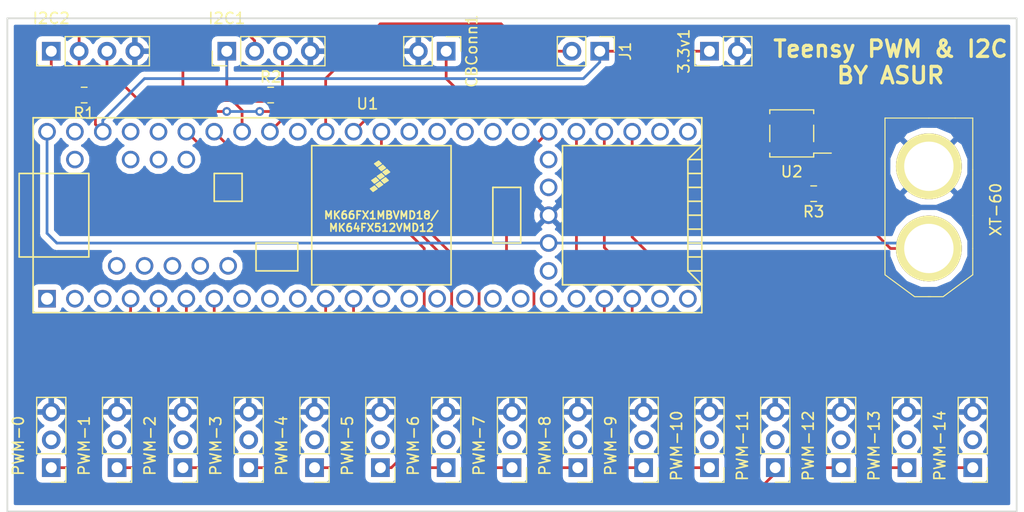
<source format=kicad_pcb>
(kicad_pcb (version 20171130) (host pcbnew "(5.0.2)-1")

  (general
    (thickness 1.6)
    (drawings 5)
    (tracks 188)
    (zones 0)
    (modules 26)
    (nets 74)
  )

  (page A4)
  (layers
    (0 F.Cu signal)
    (31 B.Cu signal)
    (32 B.Adhes user)
    (33 F.Adhes user)
    (34 B.Paste user)
    (35 F.Paste user)
    (36 B.SilkS user)
    (37 F.SilkS user)
    (38 B.Mask user)
    (39 F.Mask user)
    (40 Dwgs.User user)
    (41 Cmts.User user)
    (42 Eco1.User user)
    (43 Eco2.User user)
    (44 Edge.Cuts user)
    (45 Margin user)
    (46 B.CrtYd user)
    (47 F.CrtYd user)
    (48 B.Fab user)
    (49 F.Fab user)
  )

  (setup
    (last_trace_width 0.25)
    (trace_clearance 0.2)
    (zone_clearance 0.508)
    (zone_45_only no)
    (trace_min 0.2)
    (segment_width 0.2)
    (edge_width 0.15)
    (via_size 0.8)
    (via_drill 0.4)
    (via_min_size 0.4)
    (via_min_drill 0.3)
    (uvia_size 0.3)
    (uvia_drill 0.1)
    (uvias_allowed no)
    (uvia_min_size 0.2)
    (uvia_min_drill 0.1)
    (pcb_text_width 0.3)
    (pcb_text_size 1.5 1.5)
    (mod_edge_width 0.15)
    (mod_text_size 1 1)
    (mod_text_width 0.15)
    (pad_size 1.524 1.524)
    (pad_drill 0.762)
    (pad_to_mask_clearance 0.051)
    (solder_mask_min_width 0.25)
    (aux_axis_origin 0 0)
    (visible_elements 7FFFFFFF)
    (pcbplotparams
      (layerselection 0x010fc_ffffffff)
      (usegerberextensions false)
      (usegerberattributes false)
      (usegerberadvancedattributes false)
      (creategerberjobfile false)
      (excludeedgelayer true)
      (linewidth 0.100000)
      (plotframeref false)
      (viasonmask false)
      (mode 1)
      (useauxorigin false)
      (hpglpennumber 1)
      (hpglpenspeed 20)
      (hpglpendiameter 15.000000)
      (psnegative false)
      (psa4output false)
      (plotreference true)
      (plotvalue true)
      (plotinvisibletext false)
      (padsonsilk false)
      (subtractmaskfromsilk false)
      (outputformat 1)
      (mirror false)
      (drillshape 1)
      (scaleselection 1)
      (outputdirectory ""))
  )

  (net 0 "")
  (net 1 +3V3)
  (net 2 GND)
  (net 3 CBEnable)
  (net 4 I2C_SCL)
  (net 5 I2C_SDA)
  (net 6 Saftey_Switch)
  (net 7 PWM_0)
  (net 8 "Net-(PWM-0-Pad2)")
  (net 9 "Net-(PWM-1-Pad2)")
  (net 10 PWM_1)
  (net 11 PWM_2)
  (net 12 "Net-(PWM-2-Pad2)")
  (net 13 PWM_3)
  (net 14 "Net-(PWM-3-Pad2)")
  (net 15 "Net-(PWM-4-Pad2)")
  (net 16 PWM_4)
  (net 17 PWM_5)
  (net 18 "Net-(PWM-5-Pad2)")
  (net 19 "Net-(PWM-6-Pad2)")
  (net 20 PWM_6)
  (net 21 "Net-(PWM-7-Pad2)")
  (net 22 PWM_7)
  (net 23 PWM_8)
  (net 24 "Net-(PWM-8-Pad2)")
  (net 25 "Net-(PWM-9-Pad2)")
  (net 26 PWM_9)
  (net 27 PWM_10)
  (net 28 "Net-(PWM-10-Pad2)")
  (net 29 PWM_11)
  (net 30 "Net-(PWM-11-Pad2)")
  (net 31 PWM_12)
  (net 32 "Net-(PWM-12-Pad2)")
  (net 33 "Net-(PWM-13-Pad2)")
  (net 34 PWM_13)
  (net 35 "Net-(PWM-14-Pad2)")
  (net 36 PWM_14)
  (net 37 "Net-(U1-Pad57)")
  (net 38 "Net-(U1-Pad56)")
  (net 39 "Net-(U1-Pad55)")
  (net 40 "Net-(U1-Pad54)")
  (net 41 +5V)
  (net 42 "Net-(U1-Pad52)")
  (net 43 "Net-(U1-Pad50)")
  (net 44 "Net-(U1-Pad49)")
  (net 45 "Net-(U1-Pad44)")
  (net 46 "Net-(U1-Pad40)")
  (net 47 "Net-(U1-Pad39)")
  (net 48 "Net-(U1-Pad38)")
  (net 49 "Net-(U1-Pad1)")
  (net 50 "Net-(U1-Pad2)")
  (net 51 "Net-(U1-Pad3)")
  (net 52 "Net-(U1-Pad8)")
  (net 53 "Net-(U1-Pad9)")
  (net 54 "Net-(U1-Pad10)")
  (net 55 "Net-(U1-Pad13)")
  (net 56 "Net-(U1-Pad37)")
  (net 57 "Net-(U1-Pad36)")
  (net 58 "Net-(U1-Pad31)")
  (net 59 "Net-(U1-Pad30)")
  (net 60 "Net-(U1-Pad29)")
  (net 61 "Net-(U1-Pad28)")
  (net 62 "Net-(U1-Pad25)")
  (net 63 "Net-(U1-Pad24)")
  (net 64 "Net-(U1-Pad23)")
  (net 65 "Net-(U1-Pad14)")
  (net 66 "Net-(U1-Pad15)")
  (net 67 "Net-(U1-Pad16)")
  (net 68 "Net-(U1-Pad20)")
  (net 69 "Net-(U1-Pad19)")
  (net 70 "Net-(U1-Pad18)")
  (net 71 "Net-(U1-Pad17)")
  (net 72 CBEnable_5v)
  (net 73 "Net-(R3-Pad1)")

  (net_class Default "This is the default net class."
    (clearance 0.2)
    (trace_width 0.25)
    (via_dia 0.8)
    (via_drill 0.4)
    (uvia_dia 0.3)
    (uvia_drill 0.1)
    (add_net +3V3)
    (add_net +5V)
    (add_net CBEnable)
    (add_net CBEnable_5v)
    (add_net GND)
    (add_net I2C_SCL)
    (add_net I2C_SDA)
    (add_net "Net-(PWM-0-Pad2)")
    (add_net "Net-(PWM-1-Pad2)")
    (add_net "Net-(PWM-10-Pad2)")
    (add_net "Net-(PWM-11-Pad2)")
    (add_net "Net-(PWM-12-Pad2)")
    (add_net "Net-(PWM-13-Pad2)")
    (add_net "Net-(PWM-14-Pad2)")
    (add_net "Net-(PWM-2-Pad2)")
    (add_net "Net-(PWM-3-Pad2)")
    (add_net "Net-(PWM-4-Pad2)")
    (add_net "Net-(PWM-5-Pad2)")
    (add_net "Net-(PWM-6-Pad2)")
    (add_net "Net-(PWM-7-Pad2)")
    (add_net "Net-(PWM-8-Pad2)")
    (add_net "Net-(PWM-9-Pad2)")
    (add_net "Net-(R3-Pad1)")
    (add_net "Net-(U1-Pad1)")
    (add_net "Net-(U1-Pad10)")
    (add_net "Net-(U1-Pad13)")
    (add_net "Net-(U1-Pad14)")
    (add_net "Net-(U1-Pad15)")
    (add_net "Net-(U1-Pad16)")
    (add_net "Net-(U1-Pad17)")
    (add_net "Net-(U1-Pad18)")
    (add_net "Net-(U1-Pad19)")
    (add_net "Net-(U1-Pad2)")
    (add_net "Net-(U1-Pad20)")
    (add_net "Net-(U1-Pad23)")
    (add_net "Net-(U1-Pad24)")
    (add_net "Net-(U1-Pad25)")
    (add_net "Net-(U1-Pad28)")
    (add_net "Net-(U1-Pad29)")
    (add_net "Net-(U1-Pad3)")
    (add_net "Net-(U1-Pad30)")
    (add_net "Net-(U1-Pad31)")
    (add_net "Net-(U1-Pad36)")
    (add_net "Net-(U1-Pad37)")
    (add_net "Net-(U1-Pad38)")
    (add_net "Net-(U1-Pad39)")
    (add_net "Net-(U1-Pad40)")
    (add_net "Net-(U1-Pad44)")
    (add_net "Net-(U1-Pad49)")
    (add_net "Net-(U1-Pad50)")
    (add_net "Net-(U1-Pad52)")
    (add_net "Net-(U1-Pad54)")
    (add_net "Net-(U1-Pad55)")
    (add_net "Net-(U1-Pad56)")
    (add_net "Net-(U1-Pad57)")
    (add_net "Net-(U1-Pad8)")
    (add_net "Net-(U1-Pad9)")
    (add_net PWM_0)
    (add_net PWM_1)
    (add_net PWM_10)
    (add_net PWM_11)
    (add_net PWM_12)
    (add_net PWM_13)
    (add_net PWM_14)
    (add_net PWM_2)
    (add_net PWM_3)
    (add_net PWM_4)
    (add_net PWM_5)
    (add_net PWM_6)
    (add_net PWM_7)
    (add_net PWM_8)
    (add_net PWM_9)
    (add_net Saftey_Switch)
  )

  (module Package_SO:SOP-4_3.8x4.1mm_P2.54mm (layer F.Cu) (tedit 5A02F25C) (tstamp 5DA17940)
    (at 156.5 53.5 180)
    (descr "Specialized footprint for IXYS CPC1017N solid state relay similar to SO-4 http://www.ixysic.com/home/pdfs.nsf/www/CPC1017N.pdf/$file/CPC1017N.pdf")
    (tags "SO SOIC 2.54")
    (path /5D9E88FE)
    (attr smd)
    (fp_text reference U2 (at 0 -3.5 180) (layer F.SilkS)
      (effects (font (size 1 1) (thickness 0.15)))
    )
    (fp_text value NSL-32 (at 0 3.5 180) (layer F.Fab)
      (effects (font (size 1 1) (thickness 0.15)))
    )
    (fp_line (start -1.905 -1.0445) (end -0.905 -2.0445) (layer F.Fab) (width 0.1))
    (fp_line (start 2 0.75) (end 2 -0.75) (layer F.SilkS) (width 0.12))
    (fp_line (start -2 0.75) (end -2 -0.75) (layer F.SilkS) (width 0.12))
    (fp_line (start -1.905 2.0445) (end -1.905 -1.0445) (layer F.Fab) (width 0.1))
    (fp_line (start 1.905 2.0445) (end 1.905 -2.0445) (layer F.Fab) (width 0.1))
    (fp_line (start -1.905 2.0445) (end 1.905 2.0445) (layer F.Fab) (width 0.1))
    (fp_line (start 3.73 -2.3) (end 3.73 2.3) (layer F.CrtYd) (width 0.05))
    (fp_line (start 3.73 2.3) (end -3.73 2.3) (layer F.CrtYd) (width 0.05))
    (fp_line (start -3.73 2.3) (end -3.73 -2.3) (layer F.CrtYd) (width 0.05))
    (fp_line (start -3.73 -2.3) (end 3.73 -2.3) (layer F.CrtYd) (width 0.05))
    (fp_line (start -2 -1.8) (end -2 -2.15) (layer F.SilkS) (width 0.12))
    (fp_line (start -2 -2.15) (end 2 -2.15) (layer F.SilkS) (width 0.12))
    (fp_line (start 2 -2.15) (end 2 -1.8) (layer F.SilkS) (width 0.12))
    (fp_line (start -2 -1.8) (end -3.6 -1.8) (layer F.SilkS) (width 0.12))
    (fp_line (start -2 1.8) (end -2 2.15) (layer F.SilkS) (width 0.12))
    (fp_line (start -2 2.15) (end 2 2.15) (layer F.SilkS) (width 0.12))
    (fp_line (start 2 2.15) (end 2 1.8) (layer F.SilkS) (width 0.12))
    (fp_text user %R (at 0 0 180) (layer F.Fab)
      (effects (font (size 0.8 0.8) (thickness 0.12)))
    )
    (fp_line (start -0.905 -2.0445) (end 1.905 -2.0445) (layer F.Fab) (width 0.1))
    (pad 4 smd rect (at 2.75 -1.27 180) (size 1.45 0.55) (layers F.Cu F.Paste F.Mask)
      (net 41 +5V))
    (pad 3 smd rect (at 2.75 1.27 180) (size 1.45 0.55) (layers F.Cu F.Paste F.Mask)
      (net 72 CBEnable_5v))
    (pad 2 smd rect (at -2.75 1.27 180) (size 1.45 0.55) (layers F.Cu F.Paste F.Mask)
      (net 2 GND))
    (pad 1 smd rect (at -2.75 -1.27 180) (size 1.45 0.55) (layers F.Cu F.Paste F.Mask)
      (net 73 "Net-(R3-Pad1)"))
    (model ${KISYS3DMOD}/Package_SO.3dshapes/SOP-4_3.8x4.1mm_P2.54mm.wrl
      (at (xyz 0 0 0))
      (scale (xyz 1 1 1))
      (rotate (xyz 0 0 0))
    )
  )

  (module 2.54mm_Pin_Headers:PinHeader_1x02_P2.54mm_Vertical (layer F.Cu) (tedit 59FED5CC) (tstamp 5DC02E24)
    (at 149 46 90)
    (descr "Through hole straight pin header, 1x02, 2.54mm pitch, single row")
    (tags "Through hole pin header THT 1x02 2.54mm single row")
    (path /5D9A71F8)
    (fp_text reference 3.3v1 (at 0 -2.33 90) (layer F.SilkS)
      (effects (font (size 1 1) (thickness 0.15)))
    )
    (fp_text value Conn_01x02 (at 0 4.87 90) (layer F.Fab)
      (effects (font (size 1 1) (thickness 0.15)))
    )
    (fp_line (start -0.635 -1.27) (end 1.27 -1.27) (layer F.Fab) (width 0.1))
    (fp_line (start 1.27 -1.27) (end 1.27 3.81) (layer F.Fab) (width 0.1))
    (fp_line (start 1.27 3.81) (end -1.27 3.81) (layer F.Fab) (width 0.1))
    (fp_line (start -1.27 3.81) (end -1.27 -0.635) (layer F.Fab) (width 0.1))
    (fp_line (start -1.27 -0.635) (end -0.635 -1.27) (layer F.Fab) (width 0.1))
    (fp_line (start -1.33 3.87) (end 1.33 3.87) (layer F.SilkS) (width 0.12))
    (fp_line (start -1.33 1.27) (end -1.33 3.87) (layer F.SilkS) (width 0.12))
    (fp_line (start 1.33 1.27) (end 1.33 3.87) (layer F.SilkS) (width 0.12))
    (fp_line (start -1.33 1.27) (end 1.33 1.27) (layer F.SilkS) (width 0.12))
    (fp_line (start -1.33 0) (end -1.33 -1.33) (layer F.SilkS) (width 0.12))
    (fp_line (start -1.33 -1.33) (end 0 -1.33) (layer F.SilkS) (width 0.12))
    (fp_line (start -1.8 -1.8) (end -1.8 4.35) (layer F.CrtYd) (width 0.05))
    (fp_line (start -1.8 4.35) (end 1.8 4.35) (layer F.CrtYd) (width 0.05))
    (fp_line (start 1.8 4.35) (end 1.8 -1.8) (layer F.CrtYd) (width 0.05))
    (fp_line (start 1.8 -1.8) (end -1.8 -1.8) (layer F.CrtYd) (width 0.05))
    (fp_text user %R (at 0 1.27 180) (layer F.Fab)
      (effects (font (size 1 1) (thickness 0.15)))
    )
    (pad 1 thru_hole rect (at 0 0 90) (size 1.7 1.7) (drill 1) (layers *.Cu *.Mask)
      (net 1 +3V3))
    (pad 2 thru_hole oval (at 0 2.54 90) (size 1.7 1.7) (drill 1) (layers *.Cu *.Mask)
      (net 2 GND))
    (model ${KISYS3DMOD}/Connector_PinHeader_2.54mm.3dshapes/PinHeader_1x02_P2.54mm_Vertical.wrl
      (at (xyz 0 0 0))
      (scale (xyz 1 1 1))
      (rotate (xyz 0 0 0))
    )
  )

  (module 2.54mm_Pin_Headers:PinHeader_1x02_P2.54mm_Vertical (layer F.Cu) (tedit 59FED5CC) (tstamp 5DC02E3A)
    (at 125 46 270)
    (descr "Through hole straight pin header, 1x02, 2.54mm pitch, single row")
    (tags "Through hole pin header THT 1x02 2.54mm single row")
    (path /5D97DD76)
    (fp_text reference CBConn1 (at 0 -2.33 270) (layer F.SilkS)
      (effects (font (size 1 1) (thickness 0.15)))
    )
    (fp_text value Conn_01x02 (at 0 4.87 270) (layer F.Fab)
      (effects (font (size 1 1) (thickness 0.15)))
    )
    (fp_line (start -0.635 -1.27) (end 1.27 -1.27) (layer F.Fab) (width 0.1))
    (fp_line (start 1.27 -1.27) (end 1.27 3.81) (layer F.Fab) (width 0.1))
    (fp_line (start 1.27 3.81) (end -1.27 3.81) (layer F.Fab) (width 0.1))
    (fp_line (start -1.27 3.81) (end -1.27 -0.635) (layer F.Fab) (width 0.1))
    (fp_line (start -1.27 -0.635) (end -0.635 -1.27) (layer F.Fab) (width 0.1))
    (fp_line (start -1.33 3.87) (end 1.33 3.87) (layer F.SilkS) (width 0.12))
    (fp_line (start -1.33 1.27) (end -1.33 3.87) (layer F.SilkS) (width 0.12))
    (fp_line (start 1.33 1.27) (end 1.33 3.87) (layer F.SilkS) (width 0.12))
    (fp_line (start -1.33 1.27) (end 1.33 1.27) (layer F.SilkS) (width 0.12))
    (fp_line (start -1.33 0) (end -1.33 -1.33) (layer F.SilkS) (width 0.12))
    (fp_line (start -1.33 -1.33) (end 0 -1.33) (layer F.SilkS) (width 0.12))
    (fp_line (start -1.8 -1.8) (end -1.8 4.35) (layer F.CrtYd) (width 0.05))
    (fp_line (start -1.8 4.35) (end 1.8 4.35) (layer F.CrtYd) (width 0.05))
    (fp_line (start 1.8 4.35) (end 1.8 -1.8) (layer F.CrtYd) (width 0.05))
    (fp_line (start 1.8 -1.8) (end -1.8 -1.8) (layer F.CrtYd) (width 0.05))
    (fp_text user %R (at 0 1.27) (layer F.Fab)
      (effects (font (size 1 1) (thickness 0.15)))
    )
    (pad 1 thru_hole rect (at 0 0 270) (size 1.7 1.7) (drill 1) (layers *.Cu *.Mask)
      (net 72 CBEnable_5v))
    (pad 2 thru_hole oval (at 0 2.54 270) (size 1.7 1.7) (drill 1) (layers *.Cu *.Mask)
      (net 2 GND))
    (model ${KISYS3DMOD}/Connector_PinHeader_2.54mm.3dshapes/PinHeader_1x02_P2.54mm_Vertical.wrl
      (at (xyz 0 0 0))
      (scale (xyz 1 1 1))
      (rotate (xyz 0 0 0))
    )
  )

  (module 2.54mm_Pin_Headers:PinHeader_1x04_P2.54mm_Vertical (layer F.Cu) (tedit 5D9A5DB9) (tstamp 5DC02E52)
    (at 105 46 90)
    (descr "Through hole straight pin header, 1x04, 2.54mm pitch, single row")
    (tags "Through hole pin header THT 1x04 2.54mm single row")
    (path /5D8D9D10)
    (fp_text reference I2C1 (at 3 0 180) (layer F.SilkS)
      (effects (font (size 1 1) (thickness 0.15)))
    )
    (fp_text value Conn_01x04 (at -3 4 180) (layer F.Fab)
      (effects (font (size 1 1) (thickness 0.15)))
    )
    (fp_line (start -0.635 -1.27) (end 1.27 -1.27) (layer F.Fab) (width 0.1))
    (fp_line (start 1.27 -1.27) (end 1.27 8.89) (layer F.Fab) (width 0.1))
    (fp_line (start 1.27 8.89) (end -1.27 8.89) (layer F.Fab) (width 0.1))
    (fp_line (start -1.27 8.89) (end -1.27 -0.635) (layer F.Fab) (width 0.1))
    (fp_line (start -1.27 -0.635) (end -0.635 -1.27) (layer F.Fab) (width 0.1))
    (fp_line (start -1.33 8.95) (end 1.33 8.95) (layer F.SilkS) (width 0.12))
    (fp_line (start -1.33 1.27) (end -1.33 8.95) (layer F.SilkS) (width 0.12))
    (fp_line (start 1.33 1.27) (end 1.33 8.95) (layer F.SilkS) (width 0.12))
    (fp_line (start -1.33 1.27) (end 1.33 1.27) (layer F.SilkS) (width 0.12))
    (fp_line (start -1.33 0) (end -1.33 -1.33) (layer F.SilkS) (width 0.12))
    (fp_line (start -1.33 -1.33) (end 0 -1.33) (layer F.SilkS) (width 0.12))
    (fp_line (start -1.8 -1.8) (end -1.8 9.4) (layer F.CrtYd) (width 0.05))
    (fp_line (start -1.8 9.4) (end 1.8 9.4) (layer F.CrtYd) (width 0.05))
    (fp_line (start 1.8 9.4) (end 1.8 -1.8) (layer F.CrtYd) (width 0.05))
    (fp_line (start 1.8 -1.8) (end -1.8 -1.8) (layer F.CrtYd) (width 0.05))
    (fp_text user %R (at 0 3.81 180) (layer F.Fab)
      (effects (font (size 1 1) (thickness 0.15)))
    )
    (pad 1 thru_hole rect (at 0 0 90) (size 1.7 1.7) (drill 1) (layers *.Cu *.Mask)
      (net 1 +3V3))
    (pad 2 thru_hole oval (at 0 2.54 90) (size 1.7 1.7) (drill 1) (layers *.Cu *.Mask)
      (net 4 I2C_SCL))
    (pad 3 thru_hole oval (at 0 5.08 90) (size 1.7 1.7) (drill 1) (layers *.Cu *.Mask)
      (net 5 I2C_SDA))
    (pad 4 thru_hole oval (at 0 7.62 90) (size 1.7 1.7) (drill 1) (layers *.Cu *.Mask)
      (net 2 GND))
    (model ${KISYS3DMOD}/Connector_PinHeader_2.54mm.3dshapes/PinHeader_1x04_P2.54mm_Vertical.wrl
      (at (xyz 0 0 0))
      (scale (xyz 1 1 1))
      (rotate (xyz 0 0 0))
    )
  )

  (module 2.54mm_Pin_Headers:PinHeader_1x04_P2.54mm_Vertical (layer F.Cu) (tedit 5D9A5DB6) (tstamp 5DC02E6A)
    (at 89 46 90)
    (descr "Through hole straight pin header, 1x04, 2.54mm pitch, single row")
    (tags "Through hole pin header THT 1x04 2.54mm single row")
    (path /5D95D8A5)
    (fp_text reference I2C2 (at 3 0 180) (layer F.SilkS)
      (effects (font (size 1 1) (thickness 0.15)))
    )
    (fp_text value Conn_01x04 (at -3 3 180) (layer F.Fab)
      (effects (font (size 1 1) (thickness 0.15)))
    )
    (fp_text user %R (at 0 3.81 180) (layer F.Fab)
      (effects (font (size 1 1) (thickness 0.15)))
    )
    (fp_line (start 1.8 -1.8) (end -1.8 -1.8) (layer F.CrtYd) (width 0.05))
    (fp_line (start 1.8 9.4) (end 1.8 -1.8) (layer F.CrtYd) (width 0.05))
    (fp_line (start -1.8 9.4) (end 1.8 9.4) (layer F.CrtYd) (width 0.05))
    (fp_line (start -1.8 -1.8) (end -1.8 9.4) (layer F.CrtYd) (width 0.05))
    (fp_line (start -1.33 -1.33) (end 0 -1.33) (layer F.SilkS) (width 0.12))
    (fp_line (start -1.33 0) (end -1.33 -1.33) (layer F.SilkS) (width 0.12))
    (fp_line (start -1.33 1.27) (end 1.33 1.27) (layer F.SilkS) (width 0.12))
    (fp_line (start 1.33 1.27) (end 1.33 8.95) (layer F.SilkS) (width 0.12))
    (fp_line (start -1.33 1.27) (end -1.33 8.95) (layer F.SilkS) (width 0.12))
    (fp_line (start -1.33 8.95) (end 1.33 8.95) (layer F.SilkS) (width 0.12))
    (fp_line (start -1.27 -0.635) (end -0.635 -1.27) (layer F.Fab) (width 0.1))
    (fp_line (start -1.27 8.89) (end -1.27 -0.635) (layer F.Fab) (width 0.1))
    (fp_line (start 1.27 8.89) (end -1.27 8.89) (layer F.Fab) (width 0.1))
    (fp_line (start 1.27 -1.27) (end 1.27 8.89) (layer F.Fab) (width 0.1))
    (fp_line (start -0.635 -1.27) (end 1.27 -1.27) (layer F.Fab) (width 0.1))
    (pad 4 thru_hole oval (at 0 7.62 90) (size 1.7 1.7) (drill 1) (layers *.Cu *.Mask)
      (net 2 GND))
    (pad 3 thru_hole oval (at 0 5.08 90) (size 1.7 1.7) (drill 1) (layers *.Cu *.Mask)
      (net 5 I2C_SDA))
    (pad 2 thru_hole oval (at 0 2.54 90) (size 1.7 1.7) (drill 1) (layers *.Cu *.Mask)
      (net 4 I2C_SCL))
    (pad 1 thru_hole rect (at 0 0 90) (size 1.7 1.7) (drill 1) (layers *.Cu *.Mask)
      (net 1 +3V3))
    (model ${KISYS3DMOD}/Connector_PinHeader_2.54mm.3dshapes/PinHeader_1x04_P2.54mm_Vertical.wrl
      (at (xyz 0 0 0))
      (scale (xyz 1 1 1))
      (rotate (xyz 0 0 0))
    )
  )

  (module 2.54mm_Pin_Headers:PinHeader_1x02_P2.54mm_Vertical (layer F.Cu) (tedit 59FED5CC) (tstamp 5DC02E80)
    (at 139 46 270)
    (descr "Through hole straight pin header, 1x02, 2.54mm pitch, single row")
    (tags "Through hole pin header THT 1x02 2.54mm single row")
    (path /5D95555F)
    (fp_text reference J1 (at 0 -2.33 270) (layer F.SilkS)
      (effects (font (size 1 1) (thickness 0.15)))
    )
    (fp_text value Conn_01x02 (at 0 4.87 270) (layer F.Fab)
      (effects (font (size 1 1) (thickness 0.15)))
    )
    (fp_text user %R (at 0 1.27) (layer F.Fab)
      (effects (font (size 1 1) (thickness 0.15)))
    )
    (fp_line (start 1.8 -1.8) (end -1.8 -1.8) (layer F.CrtYd) (width 0.05))
    (fp_line (start 1.8 4.35) (end 1.8 -1.8) (layer F.CrtYd) (width 0.05))
    (fp_line (start -1.8 4.35) (end 1.8 4.35) (layer F.CrtYd) (width 0.05))
    (fp_line (start -1.8 -1.8) (end -1.8 4.35) (layer F.CrtYd) (width 0.05))
    (fp_line (start -1.33 -1.33) (end 0 -1.33) (layer F.SilkS) (width 0.12))
    (fp_line (start -1.33 0) (end -1.33 -1.33) (layer F.SilkS) (width 0.12))
    (fp_line (start -1.33 1.27) (end 1.33 1.27) (layer F.SilkS) (width 0.12))
    (fp_line (start 1.33 1.27) (end 1.33 3.87) (layer F.SilkS) (width 0.12))
    (fp_line (start -1.33 1.27) (end -1.33 3.87) (layer F.SilkS) (width 0.12))
    (fp_line (start -1.33 3.87) (end 1.33 3.87) (layer F.SilkS) (width 0.12))
    (fp_line (start -1.27 -0.635) (end -0.635 -1.27) (layer F.Fab) (width 0.1))
    (fp_line (start -1.27 3.81) (end -1.27 -0.635) (layer F.Fab) (width 0.1))
    (fp_line (start 1.27 3.81) (end -1.27 3.81) (layer F.Fab) (width 0.1))
    (fp_line (start 1.27 -1.27) (end 1.27 3.81) (layer F.Fab) (width 0.1))
    (fp_line (start -0.635 -1.27) (end 1.27 -1.27) (layer F.Fab) (width 0.1))
    (pad 2 thru_hole oval (at 0 2.54 270) (size 1.7 1.7) (drill 1) (layers *.Cu *.Mask)
      (net 6 Saftey_Switch))
    (pad 1 thru_hole rect (at 0 0 270) (size 1.7 1.7) (drill 1) (layers *.Cu *.Mask)
      (net 1 +3V3))
    (model ${KISYS3DMOD}/Connector_PinHeader_2.54mm.3dshapes/PinHeader_1x02_P2.54mm_Vertical.wrl
      (at (xyz 0 0 0))
      (scale (xyz 1 1 1))
      (rotate (xyz 0 0 0))
    )
  )

  (module 2.54mm_Pin_Headers:PinHeader_1x03_P2.54mm_Vertical (layer F.Cu) (tedit 5D9A7EC1) (tstamp 5DC02E97)
    (at 89 84 180)
    (descr "Through hole straight pin header, 1x03, 2.54mm pitch, single row")
    (tags "Through hole pin header THT 1x03 2.54mm single row")
    (path /5D8E59B3)
    (fp_text reference PWM-0 (at 3 2 270) (layer F.SilkS)
      (effects (font (size 1 1) (thickness 0.15)))
    )
    (fp_text value Conn_01x03 (at 0 7.41 180) (layer F.Fab)
      (effects (font (size 1 1) (thickness 0.15)))
    )
    (fp_line (start -0.635 -1.27) (end 1.27 -1.27) (layer F.Fab) (width 0.1))
    (fp_line (start 1.27 -1.27) (end 1.27 6.35) (layer F.Fab) (width 0.1))
    (fp_line (start 1.27 6.35) (end -1.27 6.35) (layer F.Fab) (width 0.1))
    (fp_line (start -1.27 6.35) (end -1.27 -0.635) (layer F.Fab) (width 0.1))
    (fp_line (start -1.27 -0.635) (end -0.635 -1.27) (layer F.Fab) (width 0.1))
    (fp_line (start -1.33 6.41) (end 1.33 6.41) (layer F.SilkS) (width 0.12))
    (fp_line (start -1.33 1.27) (end -1.33 6.41) (layer F.SilkS) (width 0.12))
    (fp_line (start 1.33 1.27) (end 1.33 6.41) (layer F.SilkS) (width 0.12))
    (fp_line (start -1.33 1.27) (end 1.33 1.27) (layer F.SilkS) (width 0.12))
    (fp_line (start -1.33 0) (end -1.33 -1.33) (layer F.SilkS) (width 0.12))
    (fp_line (start -1.33 -1.33) (end 0 -1.33) (layer F.SilkS) (width 0.12))
    (fp_line (start -1.8 -1.8) (end -1.8 6.85) (layer F.CrtYd) (width 0.05))
    (fp_line (start -1.8 6.85) (end 1.8 6.85) (layer F.CrtYd) (width 0.05))
    (fp_line (start 1.8 6.85) (end 1.8 -1.8) (layer F.CrtYd) (width 0.05))
    (fp_line (start 1.8 -1.8) (end -1.8 -1.8) (layer F.CrtYd) (width 0.05))
    (fp_text user %R (at 0 2.54 270) (layer F.Fab)
      (effects (font (size 1 1) (thickness 0.15)))
    )
    (pad 1 thru_hole rect (at 0 0 180) (size 1.7 1.7) (drill 1) (layers *.Cu *.Mask)
      (net 7 PWM_0))
    (pad 2 thru_hole oval (at 0 2.54 180) (size 1.7 1.7) (drill 1) (layers *.Cu *.Mask)
      (net 8 "Net-(PWM-0-Pad2)"))
    (pad 3 thru_hole oval (at 0 5.08 180) (size 1.7 1.7) (drill 1) (layers *.Cu *.Mask)
      (net 2 GND))
    (model ${KISYS3DMOD}/Connector_PinHeader_2.54mm.3dshapes/PinHeader_1x03_P2.54mm_Vertical.wrl
      (at (xyz 0 0 0))
      (scale (xyz 1 1 1))
      (rotate (xyz 0 0 0))
    )
  )

  (module 2.54mm_Pin_Headers:PinHeader_1x03_P2.54mm_Vertical (layer F.Cu) (tedit 5D9A7EC4) (tstamp 5DC02EAE)
    (at 95 84 180)
    (descr "Through hole straight pin header, 1x03, 2.54mm pitch, single row")
    (tags "Through hole pin header THT 1x03 2.54mm single row")
    (path /5D8E69DC)
    (fp_text reference PWM-1 (at 3 2 270) (layer F.SilkS)
      (effects (font (size 1 1) (thickness 0.15)))
    )
    (fp_text value Conn_01x03 (at 0 7.41 180) (layer F.Fab)
      (effects (font (size 1 1) (thickness 0.15)))
    )
    (fp_text user %R (at 0 2.54 270) (layer F.Fab)
      (effects (font (size 1 1) (thickness 0.15)))
    )
    (fp_line (start 1.8 -1.8) (end -1.8 -1.8) (layer F.CrtYd) (width 0.05))
    (fp_line (start 1.8 6.85) (end 1.8 -1.8) (layer F.CrtYd) (width 0.05))
    (fp_line (start -1.8 6.85) (end 1.8 6.85) (layer F.CrtYd) (width 0.05))
    (fp_line (start -1.8 -1.8) (end -1.8 6.85) (layer F.CrtYd) (width 0.05))
    (fp_line (start -1.33 -1.33) (end 0 -1.33) (layer F.SilkS) (width 0.12))
    (fp_line (start -1.33 0) (end -1.33 -1.33) (layer F.SilkS) (width 0.12))
    (fp_line (start -1.33 1.27) (end 1.33 1.27) (layer F.SilkS) (width 0.12))
    (fp_line (start 1.33 1.27) (end 1.33 6.41) (layer F.SilkS) (width 0.12))
    (fp_line (start -1.33 1.27) (end -1.33 6.41) (layer F.SilkS) (width 0.12))
    (fp_line (start -1.33 6.41) (end 1.33 6.41) (layer F.SilkS) (width 0.12))
    (fp_line (start -1.27 -0.635) (end -0.635 -1.27) (layer F.Fab) (width 0.1))
    (fp_line (start -1.27 6.35) (end -1.27 -0.635) (layer F.Fab) (width 0.1))
    (fp_line (start 1.27 6.35) (end -1.27 6.35) (layer F.Fab) (width 0.1))
    (fp_line (start 1.27 -1.27) (end 1.27 6.35) (layer F.Fab) (width 0.1))
    (fp_line (start -0.635 -1.27) (end 1.27 -1.27) (layer F.Fab) (width 0.1))
    (pad 3 thru_hole oval (at 0 5.08 180) (size 1.7 1.7) (drill 1) (layers *.Cu *.Mask)
      (net 2 GND))
    (pad 2 thru_hole oval (at 0 2.54 180) (size 1.7 1.7) (drill 1) (layers *.Cu *.Mask)
      (net 9 "Net-(PWM-1-Pad2)"))
    (pad 1 thru_hole rect (at 0 0 180) (size 1.7 1.7) (drill 1) (layers *.Cu *.Mask)
      (net 10 PWM_1))
    (model ${KISYS3DMOD}/Connector_PinHeader_2.54mm.3dshapes/PinHeader_1x03_P2.54mm_Vertical.wrl
      (at (xyz 0 0 0))
      (scale (xyz 1 1 1))
      (rotate (xyz 0 0 0))
    )
  )

  (module 2.54mm_Pin_Headers:PinHeader_1x03_P2.54mm_Vertical (layer F.Cu) (tedit 5D9A7EC7) (tstamp 5DC02EC5)
    (at 101 84 180)
    (descr "Through hole straight pin header, 1x03, 2.54mm pitch, single row")
    (tags "Through hole pin header THT 1x03 2.54mm single row")
    (path /5D8E6C16)
    (fp_text reference PWM-2 (at 3 2 270) (layer F.SilkS)
      (effects (font (size 1 1) (thickness 0.15)))
    )
    (fp_text value Conn_01x03 (at 0 7.41 180) (layer F.Fab)
      (effects (font (size 1 1) (thickness 0.15)))
    )
    (fp_line (start -0.635 -1.27) (end 1.27 -1.27) (layer F.Fab) (width 0.1))
    (fp_line (start 1.27 -1.27) (end 1.27 6.35) (layer F.Fab) (width 0.1))
    (fp_line (start 1.27 6.35) (end -1.27 6.35) (layer F.Fab) (width 0.1))
    (fp_line (start -1.27 6.35) (end -1.27 -0.635) (layer F.Fab) (width 0.1))
    (fp_line (start -1.27 -0.635) (end -0.635 -1.27) (layer F.Fab) (width 0.1))
    (fp_line (start -1.33 6.41) (end 1.33 6.41) (layer F.SilkS) (width 0.12))
    (fp_line (start -1.33 1.27) (end -1.33 6.41) (layer F.SilkS) (width 0.12))
    (fp_line (start 1.33 1.27) (end 1.33 6.41) (layer F.SilkS) (width 0.12))
    (fp_line (start -1.33 1.27) (end 1.33 1.27) (layer F.SilkS) (width 0.12))
    (fp_line (start -1.33 0) (end -1.33 -1.33) (layer F.SilkS) (width 0.12))
    (fp_line (start -1.33 -1.33) (end 0 -1.33) (layer F.SilkS) (width 0.12))
    (fp_line (start -1.8 -1.8) (end -1.8 6.85) (layer F.CrtYd) (width 0.05))
    (fp_line (start -1.8 6.85) (end 1.8 6.85) (layer F.CrtYd) (width 0.05))
    (fp_line (start 1.8 6.85) (end 1.8 -1.8) (layer F.CrtYd) (width 0.05))
    (fp_line (start 1.8 -1.8) (end -1.8 -1.8) (layer F.CrtYd) (width 0.05))
    (fp_text user %R (at 0 2.54 270) (layer F.Fab)
      (effects (font (size 1 1) (thickness 0.15)))
    )
    (pad 1 thru_hole rect (at 0 0 180) (size 1.7 1.7) (drill 1) (layers *.Cu *.Mask)
      (net 11 PWM_2))
    (pad 2 thru_hole oval (at 0 2.54 180) (size 1.7 1.7) (drill 1) (layers *.Cu *.Mask)
      (net 12 "Net-(PWM-2-Pad2)"))
    (pad 3 thru_hole oval (at 0 5.08 180) (size 1.7 1.7) (drill 1) (layers *.Cu *.Mask)
      (net 2 GND))
    (model ${KISYS3DMOD}/Connector_PinHeader_2.54mm.3dshapes/PinHeader_1x03_P2.54mm_Vertical.wrl
      (at (xyz 0 0 0))
      (scale (xyz 1 1 1))
      (rotate (xyz 0 0 0))
    )
  )

  (module 2.54mm_Pin_Headers:PinHeader_1x03_P2.54mm_Vertical (layer F.Cu) (tedit 5D9A7ECA) (tstamp 5DC02EDC)
    (at 107 84 180)
    (descr "Through hole straight pin header, 1x03, 2.54mm pitch, single row")
    (tags "Through hole pin header THT 1x03 2.54mm single row")
    (path /5D8E7FF2)
    (fp_text reference PWM-3 (at 3 2 270) (layer F.SilkS)
      (effects (font (size 1 1) (thickness 0.15)))
    )
    (fp_text value Conn_01x03 (at 0 7.41 180) (layer F.Fab)
      (effects (font (size 1 1) (thickness 0.15)))
    )
    (fp_line (start -0.635 -1.27) (end 1.27 -1.27) (layer F.Fab) (width 0.1))
    (fp_line (start 1.27 -1.27) (end 1.27 6.35) (layer F.Fab) (width 0.1))
    (fp_line (start 1.27 6.35) (end -1.27 6.35) (layer F.Fab) (width 0.1))
    (fp_line (start -1.27 6.35) (end -1.27 -0.635) (layer F.Fab) (width 0.1))
    (fp_line (start -1.27 -0.635) (end -0.635 -1.27) (layer F.Fab) (width 0.1))
    (fp_line (start -1.33 6.41) (end 1.33 6.41) (layer F.SilkS) (width 0.12))
    (fp_line (start -1.33 1.27) (end -1.33 6.41) (layer F.SilkS) (width 0.12))
    (fp_line (start 1.33 1.27) (end 1.33 6.41) (layer F.SilkS) (width 0.12))
    (fp_line (start -1.33 1.27) (end 1.33 1.27) (layer F.SilkS) (width 0.12))
    (fp_line (start -1.33 0) (end -1.33 -1.33) (layer F.SilkS) (width 0.12))
    (fp_line (start -1.33 -1.33) (end 0 -1.33) (layer F.SilkS) (width 0.12))
    (fp_line (start -1.8 -1.8) (end -1.8 6.85) (layer F.CrtYd) (width 0.05))
    (fp_line (start -1.8 6.85) (end 1.8 6.85) (layer F.CrtYd) (width 0.05))
    (fp_line (start 1.8 6.85) (end 1.8 -1.8) (layer F.CrtYd) (width 0.05))
    (fp_line (start 1.8 -1.8) (end -1.8 -1.8) (layer F.CrtYd) (width 0.05))
    (fp_text user %R (at 0 2.54 270) (layer F.Fab)
      (effects (font (size 1 1) (thickness 0.15)))
    )
    (pad 1 thru_hole rect (at 0 0 180) (size 1.7 1.7) (drill 1) (layers *.Cu *.Mask)
      (net 13 PWM_3))
    (pad 2 thru_hole oval (at 0 2.54 180) (size 1.7 1.7) (drill 1) (layers *.Cu *.Mask)
      (net 14 "Net-(PWM-3-Pad2)"))
    (pad 3 thru_hole oval (at 0 5.08 180) (size 1.7 1.7) (drill 1) (layers *.Cu *.Mask)
      (net 2 GND))
    (model ${KISYS3DMOD}/Connector_PinHeader_2.54mm.3dshapes/PinHeader_1x03_P2.54mm_Vertical.wrl
      (at (xyz 0 0 0))
      (scale (xyz 1 1 1))
      (rotate (xyz 0 0 0))
    )
  )

  (module 2.54mm_Pin_Headers:PinHeader_1x03_P2.54mm_Vertical (layer F.Cu) (tedit 5D9A7ECF) (tstamp 5DC02EF3)
    (at 113 84 180)
    (descr "Through hole straight pin header, 1x03, 2.54mm pitch, single row")
    (tags "Through hole pin header THT 1x03 2.54mm single row")
    (path /5D8E702A)
    (fp_text reference PWM-4 (at 3 2 270) (layer F.SilkS)
      (effects (font (size 1 1) (thickness 0.15)))
    )
    (fp_text value Conn_01x03 (at 0 7.41 180) (layer F.Fab)
      (effects (font (size 1 1) (thickness 0.15)))
    )
    (fp_text user %R (at 0 2.54 270) (layer F.Fab)
      (effects (font (size 1 1) (thickness 0.15)))
    )
    (fp_line (start 1.8 -1.8) (end -1.8 -1.8) (layer F.CrtYd) (width 0.05))
    (fp_line (start 1.8 6.85) (end 1.8 -1.8) (layer F.CrtYd) (width 0.05))
    (fp_line (start -1.8 6.85) (end 1.8 6.85) (layer F.CrtYd) (width 0.05))
    (fp_line (start -1.8 -1.8) (end -1.8 6.85) (layer F.CrtYd) (width 0.05))
    (fp_line (start -1.33 -1.33) (end 0 -1.33) (layer F.SilkS) (width 0.12))
    (fp_line (start -1.33 0) (end -1.33 -1.33) (layer F.SilkS) (width 0.12))
    (fp_line (start -1.33 1.27) (end 1.33 1.27) (layer F.SilkS) (width 0.12))
    (fp_line (start 1.33 1.27) (end 1.33 6.41) (layer F.SilkS) (width 0.12))
    (fp_line (start -1.33 1.27) (end -1.33 6.41) (layer F.SilkS) (width 0.12))
    (fp_line (start -1.33 6.41) (end 1.33 6.41) (layer F.SilkS) (width 0.12))
    (fp_line (start -1.27 -0.635) (end -0.635 -1.27) (layer F.Fab) (width 0.1))
    (fp_line (start -1.27 6.35) (end -1.27 -0.635) (layer F.Fab) (width 0.1))
    (fp_line (start 1.27 6.35) (end -1.27 6.35) (layer F.Fab) (width 0.1))
    (fp_line (start 1.27 -1.27) (end 1.27 6.35) (layer F.Fab) (width 0.1))
    (fp_line (start -0.635 -1.27) (end 1.27 -1.27) (layer F.Fab) (width 0.1))
    (pad 3 thru_hole oval (at 0 5.08 180) (size 1.7 1.7) (drill 1) (layers *.Cu *.Mask)
      (net 2 GND))
    (pad 2 thru_hole oval (at 0 2.54 180) (size 1.7 1.7) (drill 1) (layers *.Cu *.Mask)
      (net 15 "Net-(PWM-4-Pad2)"))
    (pad 1 thru_hole rect (at 0 0 180) (size 1.7 1.7) (drill 1) (layers *.Cu *.Mask)
      (net 16 PWM_4))
    (model ${KISYS3DMOD}/Connector_PinHeader_2.54mm.3dshapes/PinHeader_1x03_P2.54mm_Vertical.wrl
      (at (xyz 0 0 0))
      (scale (xyz 1 1 1))
      (rotate (xyz 0 0 0))
    )
  )

  (module 2.54mm_Pin_Headers:PinHeader_1x03_P2.54mm_Vertical (layer F.Cu) (tedit 5D9A7ED2) (tstamp 5DC02F0A)
    (at 119 84 180)
    (descr "Through hole straight pin header, 1x03, 2.54mm pitch, single row")
    (tags "Through hole pin header THT 1x03 2.54mm single row")
    (path /5D8E7229)
    (fp_text reference PWM-5 (at 3 2 270) (layer F.SilkS)
      (effects (font (size 1 1) (thickness 0.15)))
    )
    (fp_text value Conn_01x03 (at 0 7.41 180) (layer F.Fab)
      (effects (font (size 1 1) (thickness 0.15)))
    )
    (fp_line (start -0.635 -1.27) (end 1.27 -1.27) (layer F.Fab) (width 0.1))
    (fp_line (start 1.27 -1.27) (end 1.27 6.35) (layer F.Fab) (width 0.1))
    (fp_line (start 1.27 6.35) (end -1.27 6.35) (layer F.Fab) (width 0.1))
    (fp_line (start -1.27 6.35) (end -1.27 -0.635) (layer F.Fab) (width 0.1))
    (fp_line (start -1.27 -0.635) (end -0.635 -1.27) (layer F.Fab) (width 0.1))
    (fp_line (start -1.33 6.41) (end 1.33 6.41) (layer F.SilkS) (width 0.12))
    (fp_line (start -1.33 1.27) (end -1.33 6.41) (layer F.SilkS) (width 0.12))
    (fp_line (start 1.33 1.27) (end 1.33 6.41) (layer F.SilkS) (width 0.12))
    (fp_line (start -1.33 1.27) (end 1.33 1.27) (layer F.SilkS) (width 0.12))
    (fp_line (start -1.33 0) (end -1.33 -1.33) (layer F.SilkS) (width 0.12))
    (fp_line (start -1.33 -1.33) (end 0 -1.33) (layer F.SilkS) (width 0.12))
    (fp_line (start -1.8 -1.8) (end -1.8 6.85) (layer F.CrtYd) (width 0.05))
    (fp_line (start -1.8 6.85) (end 1.8 6.85) (layer F.CrtYd) (width 0.05))
    (fp_line (start 1.8 6.85) (end 1.8 -1.8) (layer F.CrtYd) (width 0.05))
    (fp_line (start 1.8 -1.8) (end -1.8 -1.8) (layer F.CrtYd) (width 0.05))
    (fp_text user %R (at 0 2.54 270) (layer F.Fab)
      (effects (font (size 1 1) (thickness 0.15)))
    )
    (pad 1 thru_hole rect (at 0 0 180) (size 1.7 1.7) (drill 1) (layers *.Cu *.Mask)
      (net 17 PWM_5))
    (pad 2 thru_hole oval (at 0 2.54 180) (size 1.7 1.7) (drill 1) (layers *.Cu *.Mask)
      (net 18 "Net-(PWM-5-Pad2)"))
    (pad 3 thru_hole oval (at 0 5.08 180) (size 1.7 1.7) (drill 1) (layers *.Cu *.Mask)
      (net 2 GND))
    (model ${KISYS3DMOD}/Connector_PinHeader_2.54mm.3dshapes/PinHeader_1x03_P2.54mm_Vertical.wrl
      (at (xyz 0 0 0))
      (scale (xyz 1 1 1))
      (rotate (xyz 0 0 0))
    )
  )

  (module 2.54mm_Pin_Headers:PinHeader_1x03_P2.54mm_Vertical (layer F.Cu) (tedit 5D9A7ED5) (tstamp 5DC02F21)
    (at 125 84 180)
    (descr "Through hole straight pin header, 1x03, 2.54mm pitch, single row")
    (tags "Through hole pin header THT 1x03 2.54mm single row")
    (path /5D8E740B)
    (fp_text reference PWM-6 (at 3 2 270) (layer F.SilkS)
      (effects (font (size 1 1) (thickness 0.15)))
    )
    (fp_text value Conn_01x03 (at 0 7.41 180) (layer F.Fab)
      (effects (font (size 1 1) (thickness 0.15)))
    )
    (fp_text user %R (at 0 2.54 270) (layer F.Fab)
      (effects (font (size 1 1) (thickness 0.15)))
    )
    (fp_line (start 1.8 -1.8) (end -1.8 -1.8) (layer F.CrtYd) (width 0.05))
    (fp_line (start 1.8 6.85) (end 1.8 -1.8) (layer F.CrtYd) (width 0.05))
    (fp_line (start -1.8 6.85) (end 1.8 6.85) (layer F.CrtYd) (width 0.05))
    (fp_line (start -1.8 -1.8) (end -1.8 6.85) (layer F.CrtYd) (width 0.05))
    (fp_line (start -1.33 -1.33) (end 0 -1.33) (layer F.SilkS) (width 0.12))
    (fp_line (start -1.33 0) (end -1.33 -1.33) (layer F.SilkS) (width 0.12))
    (fp_line (start -1.33 1.27) (end 1.33 1.27) (layer F.SilkS) (width 0.12))
    (fp_line (start 1.33 1.27) (end 1.33 6.41) (layer F.SilkS) (width 0.12))
    (fp_line (start -1.33 1.27) (end -1.33 6.41) (layer F.SilkS) (width 0.12))
    (fp_line (start -1.33 6.41) (end 1.33 6.41) (layer F.SilkS) (width 0.12))
    (fp_line (start -1.27 -0.635) (end -0.635 -1.27) (layer F.Fab) (width 0.1))
    (fp_line (start -1.27 6.35) (end -1.27 -0.635) (layer F.Fab) (width 0.1))
    (fp_line (start 1.27 6.35) (end -1.27 6.35) (layer F.Fab) (width 0.1))
    (fp_line (start 1.27 -1.27) (end 1.27 6.35) (layer F.Fab) (width 0.1))
    (fp_line (start -0.635 -1.27) (end 1.27 -1.27) (layer F.Fab) (width 0.1))
    (pad 3 thru_hole oval (at 0 5.08 180) (size 1.7 1.7) (drill 1) (layers *.Cu *.Mask)
      (net 2 GND))
    (pad 2 thru_hole oval (at 0 2.54 180) (size 1.7 1.7) (drill 1) (layers *.Cu *.Mask)
      (net 19 "Net-(PWM-6-Pad2)"))
    (pad 1 thru_hole rect (at 0 0 180) (size 1.7 1.7) (drill 1) (layers *.Cu *.Mask)
      (net 20 PWM_6))
    (model ${KISYS3DMOD}/Connector_PinHeader_2.54mm.3dshapes/PinHeader_1x03_P2.54mm_Vertical.wrl
      (at (xyz 0 0 0))
      (scale (xyz 1 1 1))
      (rotate (xyz 0 0 0))
    )
  )

  (module 2.54mm_Pin_Headers:PinHeader_1x03_P2.54mm_Vertical (layer F.Cu) (tedit 5D9A7ED8) (tstamp 5DC02F38)
    (at 131 84 180)
    (descr "Through hole straight pin header, 1x03, 2.54mm pitch, single row")
    (tags "Through hole pin header THT 1x03 2.54mm single row")
    (path /5D8E8499)
    (fp_text reference PWM-7 (at 3 2 270) (layer F.SilkS)
      (effects (font (size 1 1) (thickness 0.15)))
    )
    (fp_text value Conn_01x03 (at 0 7.41 180) (layer F.Fab)
      (effects (font (size 1 1) (thickness 0.15)))
    )
    (fp_text user %R (at 0 2.54 270) (layer F.Fab)
      (effects (font (size 1 1) (thickness 0.15)))
    )
    (fp_line (start 1.8 -1.8) (end -1.8 -1.8) (layer F.CrtYd) (width 0.05))
    (fp_line (start 1.8 6.85) (end 1.8 -1.8) (layer F.CrtYd) (width 0.05))
    (fp_line (start -1.8 6.85) (end 1.8 6.85) (layer F.CrtYd) (width 0.05))
    (fp_line (start -1.8 -1.8) (end -1.8 6.85) (layer F.CrtYd) (width 0.05))
    (fp_line (start -1.33 -1.33) (end 0 -1.33) (layer F.SilkS) (width 0.12))
    (fp_line (start -1.33 0) (end -1.33 -1.33) (layer F.SilkS) (width 0.12))
    (fp_line (start -1.33 1.27) (end 1.33 1.27) (layer F.SilkS) (width 0.12))
    (fp_line (start 1.33 1.27) (end 1.33 6.41) (layer F.SilkS) (width 0.12))
    (fp_line (start -1.33 1.27) (end -1.33 6.41) (layer F.SilkS) (width 0.12))
    (fp_line (start -1.33 6.41) (end 1.33 6.41) (layer F.SilkS) (width 0.12))
    (fp_line (start -1.27 -0.635) (end -0.635 -1.27) (layer F.Fab) (width 0.1))
    (fp_line (start -1.27 6.35) (end -1.27 -0.635) (layer F.Fab) (width 0.1))
    (fp_line (start 1.27 6.35) (end -1.27 6.35) (layer F.Fab) (width 0.1))
    (fp_line (start 1.27 -1.27) (end 1.27 6.35) (layer F.Fab) (width 0.1))
    (fp_line (start -0.635 -1.27) (end 1.27 -1.27) (layer F.Fab) (width 0.1))
    (pad 3 thru_hole oval (at 0 5.08 180) (size 1.7 1.7) (drill 1) (layers *.Cu *.Mask)
      (net 2 GND))
    (pad 2 thru_hole oval (at 0 2.54 180) (size 1.7 1.7) (drill 1) (layers *.Cu *.Mask)
      (net 21 "Net-(PWM-7-Pad2)"))
    (pad 1 thru_hole rect (at 0 0 180) (size 1.7 1.7) (drill 1) (layers *.Cu *.Mask)
      (net 22 PWM_7))
    (model ${KISYS3DMOD}/Connector_PinHeader_2.54mm.3dshapes/PinHeader_1x03_P2.54mm_Vertical.wrl
      (at (xyz 0 0 0))
      (scale (xyz 1 1 1))
      (rotate (xyz 0 0 0))
    )
  )

  (module 2.54mm_Pin_Headers:PinHeader_1x03_P2.54mm_Vertical (layer F.Cu) (tedit 5D9A7EDC) (tstamp 5DC02F4F)
    (at 137 84 180)
    (descr "Through hole straight pin header, 1x03, 2.54mm pitch, single row")
    (tags "Through hole pin header THT 1x03 2.54mm single row")
    (path /5D8E765D)
    (fp_text reference PWM-8 (at 3 2 270) (layer F.SilkS)
      (effects (font (size 1 1) (thickness 0.15)))
    )
    (fp_text value Conn_01x03 (at 0 7.41 180) (layer F.Fab)
      (effects (font (size 1 1) (thickness 0.15)))
    )
    (fp_line (start -0.635 -1.27) (end 1.27 -1.27) (layer F.Fab) (width 0.1))
    (fp_line (start 1.27 -1.27) (end 1.27 6.35) (layer F.Fab) (width 0.1))
    (fp_line (start 1.27 6.35) (end -1.27 6.35) (layer F.Fab) (width 0.1))
    (fp_line (start -1.27 6.35) (end -1.27 -0.635) (layer F.Fab) (width 0.1))
    (fp_line (start -1.27 -0.635) (end -0.635 -1.27) (layer F.Fab) (width 0.1))
    (fp_line (start -1.33 6.41) (end 1.33 6.41) (layer F.SilkS) (width 0.12))
    (fp_line (start -1.33 1.27) (end -1.33 6.41) (layer F.SilkS) (width 0.12))
    (fp_line (start 1.33 1.27) (end 1.33 6.41) (layer F.SilkS) (width 0.12))
    (fp_line (start -1.33 1.27) (end 1.33 1.27) (layer F.SilkS) (width 0.12))
    (fp_line (start -1.33 0) (end -1.33 -1.33) (layer F.SilkS) (width 0.12))
    (fp_line (start -1.33 -1.33) (end 0 -1.33) (layer F.SilkS) (width 0.12))
    (fp_line (start -1.8 -1.8) (end -1.8 6.85) (layer F.CrtYd) (width 0.05))
    (fp_line (start -1.8 6.85) (end 1.8 6.85) (layer F.CrtYd) (width 0.05))
    (fp_line (start 1.8 6.85) (end 1.8 -1.8) (layer F.CrtYd) (width 0.05))
    (fp_line (start 1.8 -1.8) (end -1.8 -1.8) (layer F.CrtYd) (width 0.05))
    (fp_text user %R (at 0 2.54 270) (layer F.Fab)
      (effects (font (size 1 1) (thickness 0.15)))
    )
    (pad 1 thru_hole rect (at 0 0 180) (size 1.7 1.7) (drill 1) (layers *.Cu *.Mask)
      (net 23 PWM_8))
    (pad 2 thru_hole oval (at 0 2.54 180) (size 1.7 1.7) (drill 1) (layers *.Cu *.Mask)
      (net 24 "Net-(PWM-8-Pad2)"))
    (pad 3 thru_hole oval (at 0 5.08 180) (size 1.7 1.7) (drill 1) (layers *.Cu *.Mask)
      (net 2 GND))
    (model ${KISYS3DMOD}/Connector_PinHeader_2.54mm.3dshapes/PinHeader_1x03_P2.54mm_Vertical.wrl
      (at (xyz 0 0 0))
      (scale (xyz 1 1 1))
      (rotate (xyz 0 0 0))
    )
  )

  (module 2.54mm_Pin_Headers:PinHeader_1x03_P2.54mm_Vertical (layer F.Cu) (tedit 5D9A7EDF) (tstamp 5DC02F66)
    (at 143 84 180)
    (descr "Through hole straight pin header, 1x03, 2.54mm pitch, single row")
    (tags "Through hole pin header THT 1x03 2.54mm single row")
    (path /5D8E7913)
    (fp_text reference PWM-9 (at 3 2 270) (layer F.SilkS)
      (effects (font (size 1 1) (thickness 0.15)))
    )
    (fp_text value Conn_01x03 (at 0 7.41 180) (layer F.Fab)
      (effects (font (size 1 1) (thickness 0.15)))
    )
    (fp_text user %R (at 0 2.54 270) (layer F.Fab)
      (effects (font (size 1 1) (thickness 0.15)))
    )
    (fp_line (start 1.8 -1.8) (end -1.8 -1.8) (layer F.CrtYd) (width 0.05))
    (fp_line (start 1.8 6.85) (end 1.8 -1.8) (layer F.CrtYd) (width 0.05))
    (fp_line (start -1.8 6.85) (end 1.8 6.85) (layer F.CrtYd) (width 0.05))
    (fp_line (start -1.8 -1.8) (end -1.8 6.85) (layer F.CrtYd) (width 0.05))
    (fp_line (start -1.33 -1.33) (end 0 -1.33) (layer F.SilkS) (width 0.12))
    (fp_line (start -1.33 0) (end -1.33 -1.33) (layer F.SilkS) (width 0.12))
    (fp_line (start -1.33 1.27) (end 1.33 1.27) (layer F.SilkS) (width 0.12))
    (fp_line (start 1.33 1.27) (end 1.33 6.41) (layer F.SilkS) (width 0.12))
    (fp_line (start -1.33 1.27) (end -1.33 6.41) (layer F.SilkS) (width 0.12))
    (fp_line (start -1.33 6.41) (end 1.33 6.41) (layer F.SilkS) (width 0.12))
    (fp_line (start -1.27 -0.635) (end -0.635 -1.27) (layer F.Fab) (width 0.1))
    (fp_line (start -1.27 6.35) (end -1.27 -0.635) (layer F.Fab) (width 0.1))
    (fp_line (start 1.27 6.35) (end -1.27 6.35) (layer F.Fab) (width 0.1))
    (fp_line (start 1.27 -1.27) (end 1.27 6.35) (layer F.Fab) (width 0.1))
    (fp_line (start -0.635 -1.27) (end 1.27 -1.27) (layer F.Fab) (width 0.1))
    (pad 3 thru_hole oval (at 0 5.08 180) (size 1.7 1.7) (drill 1) (layers *.Cu *.Mask)
      (net 2 GND))
    (pad 2 thru_hole oval (at 0 2.54 180) (size 1.7 1.7) (drill 1) (layers *.Cu *.Mask)
      (net 25 "Net-(PWM-9-Pad2)"))
    (pad 1 thru_hole rect (at 0 0 180) (size 1.7 1.7) (drill 1) (layers *.Cu *.Mask)
      (net 26 PWM_9))
    (model ${KISYS3DMOD}/Connector_PinHeader_2.54mm.3dshapes/PinHeader_1x03_P2.54mm_Vertical.wrl
      (at (xyz 0 0 0))
      (scale (xyz 1 1 1))
      (rotate (xyz 0 0 0))
    )
  )

  (module 2.54mm_Pin_Headers:PinHeader_1x03_P2.54mm_Vertical (layer F.Cu) (tedit 5D9A7EE1) (tstamp 5DC02F7D)
    (at 149 84 180)
    (descr "Through hole straight pin header, 1x03, 2.54mm pitch, single row")
    (tags "Through hole pin header THT 1x03 2.54mm single row")
    (path /5D8E7BA8)
    (fp_text reference PWM-10 (at 3 2 270) (layer F.SilkS)
      (effects (font (size 1 1) (thickness 0.15)))
    )
    (fp_text value Conn_01x03 (at 0 7.41 180) (layer F.Fab)
      (effects (font (size 1 1) (thickness 0.15)))
    )
    (fp_line (start -0.635 -1.27) (end 1.27 -1.27) (layer F.Fab) (width 0.1))
    (fp_line (start 1.27 -1.27) (end 1.27 6.35) (layer F.Fab) (width 0.1))
    (fp_line (start 1.27 6.35) (end -1.27 6.35) (layer F.Fab) (width 0.1))
    (fp_line (start -1.27 6.35) (end -1.27 -0.635) (layer F.Fab) (width 0.1))
    (fp_line (start -1.27 -0.635) (end -0.635 -1.27) (layer F.Fab) (width 0.1))
    (fp_line (start -1.33 6.41) (end 1.33 6.41) (layer F.SilkS) (width 0.12))
    (fp_line (start -1.33 1.27) (end -1.33 6.41) (layer F.SilkS) (width 0.12))
    (fp_line (start 1.33 1.27) (end 1.33 6.41) (layer F.SilkS) (width 0.12))
    (fp_line (start -1.33 1.27) (end 1.33 1.27) (layer F.SilkS) (width 0.12))
    (fp_line (start -1.33 0) (end -1.33 -1.33) (layer F.SilkS) (width 0.12))
    (fp_line (start -1.33 -1.33) (end 0 -1.33) (layer F.SilkS) (width 0.12))
    (fp_line (start -1.8 -1.8) (end -1.8 6.85) (layer F.CrtYd) (width 0.05))
    (fp_line (start -1.8 6.85) (end 1.8 6.85) (layer F.CrtYd) (width 0.05))
    (fp_line (start 1.8 6.85) (end 1.8 -1.8) (layer F.CrtYd) (width 0.05))
    (fp_line (start 1.8 -1.8) (end -1.8 -1.8) (layer F.CrtYd) (width 0.05))
    (fp_text user %R (at 0 2.54 270) (layer F.Fab)
      (effects (font (size 1 1) (thickness 0.15)))
    )
    (pad 1 thru_hole rect (at 0 0 180) (size 1.7 1.7) (drill 1) (layers *.Cu *.Mask)
      (net 27 PWM_10))
    (pad 2 thru_hole oval (at 0 2.54 180) (size 1.7 1.7) (drill 1) (layers *.Cu *.Mask)
      (net 28 "Net-(PWM-10-Pad2)"))
    (pad 3 thru_hole oval (at 0 5.08 180) (size 1.7 1.7) (drill 1) (layers *.Cu *.Mask)
      (net 2 GND))
    (model ${KISYS3DMOD}/Connector_PinHeader_2.54mm.3dshapes/PinHeader_1x03_P2.54mm_Vertical.wrl
      (at (xyz 0 0 0))
      (scale (xyz 1 1 1))
      (rotate (xyz 0 0 0))
    )
  )

  (module 2.54mm_Pin_Headers:PinHeader_1x03_P2.54mm_Vertical (layer F.Cu) (tedit 5D9A7EE4) (tstamp 5DC02F94)
    (at 155 84 180)
    (descr "Through hole straight pin header, 1x03, 2.54mm pitch, single row")
    (tags "Through hole pin header THT 1x03 2.54mm single row")
    (path /5D8E8847)
    (fp_text reference PWM-11 (at 3 2 270) (layer F.SilkS)
      (effects (font (size 1 1) (thickness 0.15)))
    )
    (fp_text value Conn_01x03 (at 0 7.41 180) (layer F.Fab)
      (effects (font (size 1 1) (thickness 0.15)))
    )
    (fp_line (start -0.635 -1.27) (end 1.27 -1.27) (layer F.Fab) (width 0.1))
    (fp_line (start 1.27 -1.27) (end 1.27 6.35) (layer F.Fab) (width 0.1))
    (fp_line (start 1.27 6.35) (end -1.27 6.35) (layer F.Fab) (width 0.1))
    (fp_line (start -1.27 6.35) (end -1.27 -0.635) (layer F.Fab) (width 0.1))
    (fp_line (start -1.27 -0.635) (end -0.635 -1.27) (layer F.Fab) (width 0.1))
    (fp_line (start -1.33 6.41) (end 1.33 6.41) (layer F.SilkS) (width 0.12))
    (fp_line (start -1.33 1.27) (end -1.33 6.41) (layer F.SilkS) (width 0.12))
    (fp_line (start 1.33 1.27) (end 1.33 6.41) (layer F.SilkS) (width 0.12))
    (fp_line (start -1.33 1.27) (end 1.33 1.27) (layer F.SilkS) (width 0.12))
    (fp_line (start -1.33 0) (end -1.33 -1.33) (layer F.SilkS) (width 0.12))
    (fp_line (start -1.33 -1.33) (end 0 -1.33) (layer F.SilkS) (width 0.12))
    (fp_line (start -1.8 -1.8) (end -1.8 6.85) (layer F.CrtYd) (width 0.05))
    (fp_line (start -1.8 6.85) (end 1.8 6.85) (layer F.CrtYd) (width 0.05))
    (fp_line (start 1.8 6.85) (end 1.8 -1.8) (layer F.CrtYd) (width 0.05))
    (fp_line (start 1.8 -1.8) (end -1.8 -1.8) (layer F.CrtYd) (width 0.05))
    (fp_text user %R (at 0 2.54 270) (layer F.Fab)
      (effects (font (size 1 1) (thickness 0.15)))
    )
    (pad 1 thru_hole rect (at 0 0 180) (size 1.7 1.7) (drill 1) (layers *.Cu *.Mask)
      (net 29 PWM_11))
    (pad 2 thru_hole oval (at 0 2.54 180) (size 1.7 1.7) (drill 1) (layers *.Cu *.Mask)
      (net 30 "Net-(PWM-11-Pad2)"))
    (pad 3 thru_hole oval (at 0 5.08 180) (size 1.7 1.7) (drill 1) (layers *.Cu *.Mask)
      (net 2 GND))
    (model ${KISYS3DMOD}/Connector_PinHeader_2.54mm.3dshapes/PinHeader_1x03_P2.54mm_Vertical.wrl
      (at (xyz 0 0 0))
      (scale (xyz 1 1 1))
      (rotate (xyz 0 0 0))
    )
  )

  (module 2.54mm_Pin_Headers:PinHeader_1x03_P2.54mm_Vertical (layer F.Cu) (tedit 5D9A7EE7) (tstamp 5DC02FAB)
    (at 161 84 180)
    (descr "Through hole straight pin header, 1x03, 2.54mm pitch, single row")
    (tags "Through hole pin header THT 1x03 2.54mm single row")
    (path /5D967379)
    (fp_text reference PWM-12 (at 3 2 270) (layer F.SilkS)
      (effects (font (size 1 1) (thickness 0.15)))
    )
    (fp_text value Conn_01x03 (at 0 7.41 180) (layer F.Fab)
      (effects (font (size 1 1) (thickness 0.15)))
    )
    (fp_line (start -0.635 -1.27) (end 1.27 -1.27) (layer F.Fab) (width 0.1))
    (fp_line (start 1.27 -1.27) (end 1.27 6.35) (layer F.Fab) (width 0.1))
    (fp_line (start 1.27 6.35) (end -1.27 6.35) (layer F.Fab) (width 0.1))
    (fp_line (start -1.27 6.35) (end -1.27 -0.635) (layer F.Fab) (width 0.1))
    (fp_line (start -1.27 -0.635) (end -0.635 -1.27) (layer F.Fab) (width 0.1))
    (fp_line (start -1.33 6.41) (end 1.33 6.41) (layer F.SilkS) (width 0.12))
    (fp_line (start -1.33 1.27) (end -1.33 6.41) (layer F.SilkS) (width 0.12))
    (fp_line (start 1.33 1.27) (end 1.33 6.41) (layer F.SilkS) (width 0.12))
    (fp_line (start -1.33 1.27) (end 1.33 1.27) (layer F.SilkS) (width 0.12))
    (fp_line (start -1.33 0) (end -1.33 -1.33) (layer F.SilkS) (width 0.12))
    (fp_line (start -1.33 -1.33) (end 0 -1.33) (layer F.SilkS) (width 0.12))
    (fp_line (start -1.8 -1.8) (end -1.8 6.85) (layer F.CrtYd) (width 0.05))
    (fp_line (start -1.8 6.85) (end 1.8 6.85) (layer F.CrtYd) (width 0.05))
    (fp_line (start 1.8 6.85) (end 1.8 -1.8) (layer F.CrtYd) (width 0.05))
    (fp_line (start 1.8 -1.8) (end -1.8 -1.8) (layer F.CrtYd) (width 0.05))
    (fp_text user %R (at 0 2.54 270) (layer F.Fab)
      (effects (font (size 1 1) (thickness 0.15)))
    )
    (pad 1 thru_hole rect (at 0 0 180) (size 1.7 1.7) (drill 1) (layers *.Cu *.Mask)
      (net 31 PWM_12))
    (pad 2 thru_hole oval (at 0 2.54 180) (size 1.7 1.7) (drill 1) (layers *.Cu *.Mask)
      (net 32 "Net-(PWM-12-Pad2)"))
    (pad 3 thru_hole oval (at 0 5.08 180) (size 1.7 1.7) (drill 1) (layers *.Cu *.Mask)
      (net 2 GND))
    (model ${KISYS3DMOD}/Connector_PinHeader_2.54mm.3dshapes/PinHeader_1x03_P2.54mm_Vertical.wrl
      (at (xyz 0 0 0))
      (scale (xyz 1 1 1))
      (rotate (xyz 0 0 0))
    )
  )

  (module 2.54mm_Pin_Headers:PinHeader_1x03_P2.54mm_Vertical (layer F.Cu) (tedit 5D9A7EEA) (tstamp 5DC02FC2)
    (at 167 84 180)
    (descr "Through hole straight pin header, 1x03, 2.54mm pitch, single row")
    (tags "Through hole pin header THT 1x03 2.54mm single row")
    (path /5D9671DA)
    (fp_text reference PWM-13 (at 3 2 270) (layer F.SilkS)
      (effects (font (size 1 1) (thickness 0.15)))
    )
    (fp_text value Conn_01x03 (at 0 7.41 180) (layer F.Fab)
      (effects (font (size 1 1) (thickness 0.15)))
    )
    (fp_text user %R (at 0 2.54 270) (layer F.Fab)
      (effects (font (size 1 1) (thickness 0.15)))
    )
    (fp_line (start 1.8 -1.8) (end -1.8 -1.8) (layer F.CrtYd) (width 0.05))
    (fp_line (start 1.8 6.85) (end 1.8 -1.8) (layer F.CrtYd) (width 0.05))
    (fp_line (start -1.8 6.85) (end 1.8 6.85) (layer F.CrtYd) (width 0.05))
    (fp_line (start -1.8 -1.8) (end -1.8 6.85) (layer F.CrtYd) (width 0.05))
    (fp_line (start -1.33 -1.33) (end 0 -1.33) (layer F.SilkS) (width 0.12))
    (fp_line (start -1.33 0) (end -1.33 -1.33) (layer F.SilkS) (width 0.12))
    (fp_line (start -1.33 1.27) (end 1.33 1.27) (layer F.SilkS) (width 0.12))
    (fp_line (start 1.33 1.27) (end 1.33 6.41) (layer F.SilkS) (width 0.12))
    (fp_line (start -1.33 1.27) (end -1.33 6.41) (layer F.SilkS) (width 0.12))
    (fp_line (start -1.33 6.41) (end 1.33 6.41) (layer F.SilkS) (width 0.12))
    (fp_line (start -1.27 -0.635) (end -0.635 -1.27) (layer F.Fab) (width 0.1))
    (fp_line (start -1.27 6.35) (end -1.27 -0.635) (layer F.Fab) (width 0.1))
    (fp_line (start 1.27 6.35) (end -1.27 6.35) (layer F.Fab) (width 0.1))
    (fp_line (start 1.27 -1.27) (end 1.27 6.35) (layer F.Fab) (width 0.1))
    (fp_line (start -0.635 -1.27) (end 1.27 -1.27) (layer F.Fab) (width 0.1))
    (pad 3 thru_hole oval (at 0 5.08 180) (size 1.7 1.7) (drill 1) (layers *.Cu *.Mask)
      (net 2 GND))
    (pad 2 thru_hole oval (at 0 2.54 180) (size 1.7 1.7) (drill 1) (layers *.Cu *.Mask)
      (net 33 "Net-(PWM-13-Pad2)"))
    (pad 1 thru_hole rect (at 0 0 180) (size 1.7 1.7) (drill 1) (layers *.Cu *.Mask)
      (net 34 PWM_13))
    (model ${KISYS3DMOD}/Connector_PinHeader_2.54mm.3dshapes/PinHeader_1x03_P2.54mm_Vertical.wrl
      (at (xyz 0 0 0))
      (scale (xyz 1 1 1))
      (rotate (xyz 0 0 0))
    )
  )

  (module 2.54mm_Pin_Headers:PinHeader_1x03_P2.54mm_Vertical (layer F.Cu) (tedit 5D9A7EED) (tstamp 5DC02FD9)
    (at 173 84 180)
    (descr "Through hole straight pin header, 1x03, 2.54mm pitch, single row")
    (tags "Through hole pin header THT 1x03 2.54mm single row")
    (path /5D97065B)
    (fp_text reference PWM-14 (at 3 2 270) (layer F.SilkS)
      (effects (font (size 1 1) (thickness 0.15)))
    )
    (fp_text value Conn_01x03 (at 0 7.41 180) (layer F.Fab)
      (effects (font (size 1 1) (thickness 0.15)))
    )
    (fp_text user %R (at 0 2.54 270) (layer F.Fab)
      (effects (font (size 1 1) (thickness 0.15)))
    )
    (fp_line (start 1.8 -1.8) (end -1.8 -1.8) (layer F.CrtYd) (width 0.05))
    (fp_line (start 1.8 6.85) (end 1.8 -1.8) (layer F.CrtYd) (width 0.05))
    (fp_line (start -1.8 6.85) (end 1.8 6.85) (layer F.CrtYd) (width 0.05))
    (fp_line (start -1.8 -1.8) (end -1.8 6.85) (layer F.CrtYd) (width 0.05))
    (fp_line (start -1.33 -1.33) (end 0 -1.33) (layer F.SilkS) (width 0.12))
    (fp_line (start -1.33 0) (end -1.33 -1.33) (layer F.SilkS) (width 0.12))
    (fp_line (start -1.33 1.27) (end 1.33 1.27) (layer F.SilkS) (width 0.12))
    (fp_line (start 1.33 1.27) (end 1.33 6.41) (layer F.SilkS) (width 0.12))
    (fp_line (start -1.33 1.27) (end -1.33 6.41) (layer F.SilkS) (width 0.12))
    (fp_line (start -1.33 6.41) (end 1.33 6.41) (layer F.SilkS) (width 0.12))
    (fp_line (start -1.27 -0.635) (end -0.635 -1.27) (layer F.Fab) (width 0.1))
    (fp_line (start -1.27 6.35) (end -1.27 -0.635) (layer F.Fab) (width 0.1))
    (fp_line (start 1.27 6.35) (end -1.27 6.35) (layer F.Fab) (width 0.1))
    (fp_line (start 1.27 -1.27) (end 1.27 6.35) (layer F.Fab) (width 0.1))
    (fp_line (start -0.635 -1.27) (end 1.27 -1.27) (layer F.Fab) (width 0.1))
    (pad 3 thru_hole oval (at 0 5.08 180) (size 1.7 1.7) (drill 1) (layers *.Cu *.Mask)
      (net 2 GND))
    (pad 2 thru_hole oval (at 0 2.54 180) (size 1.7 1.7) (drill 1) (layers *.Cu *.Mask)
      (net 35 "Net-(PWM-14-Pad2)"))
    (pad 1 thru_hole rect (at 0 0 180) (size 1.7 1.7) (drill 1) (layers *.Cu *.Mask)
      (net 36 PWM_14))
    (model ${KISYS3DMOD}/Connector_PinHeader_2.54mm.3dshapes/PinHeader_1x03_P2.54mm_Vertical.wrl
      (at (xyz 0 0 0))
      (scale (xyz 1 1 1))
      (rotate (xyz 0 0 0))
    )
  )

  (module "Arduino Project:Teensy35_36" (layer F.Cu) (tedit 5D52142A) (tstamp 5DC0304E)
    (at 117.825001 60.965001)
    (path /5D8D7027)
    (fp_text reference U1 (at 0 -10.16) (layer F.SilkS)
      (effects (font (size 1 1) (thickness 0.15)))
    )
    (fp_text value Teensy3.5 (at 0 10.16) (layer F.Fab)
      (effects (font (size 1 1) (thickness 0.15)))
    )
    (fp_text user MK64FX512VMD12 (at 1.27 1.143) (layer F.SilkS)
      (effects (font (size 0.7 0.7) (thickness 0.15)))
    )
    (fp_text user MK66FX1MBVMD18/ (at 1.27 0) (layer F.SilkS)
      (effects (font (size 0.7 0.7) (thickness 0.15)))
    )
    (fp_poly (pts (xy 1.27 -3.81) (xy 1.524 -3.556) (xy 1.143 -3.302) (xy 0.889 -3.556)) (layer F.SilkS) (width 0.1))
    (fp_poly (pts (xy 1.397 -4.572) (xy 1.651 -4.318) (xy 1.27 -4.064) (xy 1.016 -4.318)) (layer F.SilkS) (width 0.1))
    (fp_poly (pts (xy 1.651 -3.429) (xy 1.905 -3.175) (xy 1.524 -2.921) (xy 1.27 -3.175)) (layer F.SilkS) (width 0.1))
    (fp_poly (pts (xy 1.143 -3.048) (xy 1.397 -2.794) (xy 1.016 -2.54) (xy 0.762 -2.794)) (layer F.SilkS) (width 0.1))
    (fp_poly (pts (xy 1.778 -4.191) (xy 2.032 -3.937) (xy 1.651 -3.683) (xy 1.397 -3.937)) (layer F.SilkS) (width 0.1))
    (fp_poly (pts (xy 0.635 -2.667) (xy 0.889 -2.413) (xy 0.508 -2.159) (xy 0.254 -2.413)) (layer F.SilkS) (width 0.1))
    (fp_poly (pts (xy 0.762 -3.429) (xy 1.016 -3.175) (xy 0.635 -2.921) (xy 0.381 -3.175)) (layer F.SilkS) (width 0.1))
    (fp_poly (pts (xy 1.016 -4.953) (xy 1.27 -4.699) (xy 0.889 -4.445) (xy 0.635 -4.699)) (layer F.SilkS) (width 0.1))
    (fp_line (start -30.48 8.89) (end -30.48 -8.89) (layer F.SilkS) (width 0.15))
    (fp_line (start 30.48 -8.89) (end 30.48 8.89) (layer F.SilkS) (width 0.15))
    (fp_line (start 11.43 -2.54) (end 13.97 -2.54) (layer F.SilkS) (width 0.15))
    (fp_line (start 11.43 2.54) (end 11.43 -2.54) (layer F.SilkS) (width 0.15))
    (fp_line (start 13.97 2.54) (end 11.43 2.54) (layer F.SilkS) (width 0.15))
    (fp_line (start 13.97 -2.54) (end 13.97 2.54) (layer F.SilkS) (width 0.15))
    (fp_line (start -25.4 3.81) (end -30.48 3.81) (layer F.SilkS) (width 0.15))
    (fp_line (start -25.4 -3.81) (end -30.48 -3.81) (layer F.SilkS) (width 0.15))
    (fp_line (start -25.4 3.81) (end -25.4 -3.81) (layer F.SilkS) (width 0.15))
    (fp_line (start -31.75 -3.81) (end -30.48 -3.81) (layer F.SilkS) (width 0.15))
    (fp_line (start -31.75 3.81) (end -31.75 -3.81) (layer F.SilkS) (width 0.15))
    (fp_line (start -30.48 3.81) (end -31.75 3.81) (layer F.SilkS) (width 0.15))
    (fp_line (start -30.48 8.89) (end 30.48 8.89) (layer F.SilkS) (width 0.15))
    (fp_line (start 30.48 -8.89) (end -30.48 -8.89) (layer F.SilkS) (width 0.15))
    (fp_line (start 17.78 6.35) (end 30.48 6.35) (layer F.SilkS) (width 0.15))
    (fp_line (start 17.78 -6.35) (end 17.78 6.35) (layer F.SilkS) (width 0.15))
    (fp_line (start 30.48 -6.35) (end 17.78 -6.35) (layer F.SilkS) (width 0.15))
    (fp_line (start 29.21 -5.08) (end 30.48 -6.35) (layer F.SilkS) (width 0.15))
    (fp_line (start 29.21 5.08) (end 29.21 -5.08) (layer F.SilkS) (width 0.15))
    (fp_line (start 30.48 6.35) (end 29.21 5.08) (layer F.SilkS) (width 0.15))
    (fp_line (start 29.21 -5.08) (end 30.48 -5.08) (layer F.SilkS) (width 0.15))
    (fp_line (start 29.21 -3.81) (end 30.48 -3.81) (layer F.SilkS) (width 0.15))
    (fp_line (start 29.21 -2.54) (end 30.48 -2.54) (layer F.SilkS) (width 0.15))
    (fp_line (start 29.21 -1.27) (end 30.48 -1.27) (layer F.SilkS) (width 0.15))
    (fp_line (start 29.21 0) (end 30.48 0) (layer F.SilkS) (width 0.15))
    (fp_line (start 29.21 1.27) (end 30.48 1.27) (layer F.SilkS) (width 0.15))
    (fp_line (start 29.21 2.54) (end 30.48 2.54) (layer F.SilkS) (width 0.15))
    (fp_line (start 29.21 3.81) (end 30.48 3.81) (layer F.SilkS) (width 0.15))
    (fp_line (start 29.21 5.08) (end 30.48 5.08) (layer F.SilkS) (width 0.15))
    (fp_line (start -5.08 -6.35) (end 7.62 -6.35) (layer F.SilkS) (width 0.15))
    (fp_line (start -5.08 6.35) (end 7.62 6.35) (layer F.SilkS) (width 0.15))
    (fp_line (start -5.08 -6.35) (end -5.08 6.35) (layer F.SilkS) (width 0.15))
    (fp_line (start 7.62 6.35) (end 7.62 -6.35) (layer F.SilkS) (width 0.15))
    (fp_line (start -6.35 2.54) (end -6.35 5.08) (layer F.SilkS) (width 0.15))
    (fp_line (start -10.16 2.54) (end -6.35 2.54) (layer F.SilkS) (width 0.15))
    (fp_line (start -10.16 5.08) (end -10.16 2.54) (layer F.SilkS) (width 0.15))
    (fp_line (start -6.35 5.08) (end -10.16 5.08) (layer F.SilkS) (width 0.15))
    (fp_line (start -11.43 -3.81) (end -13.97 -3.81) (layer F.SilkS) (width 0.15))
    (fp_line (start -11.43 -1.27) (end -11.43 -3.81) (layer F.SilkS) (width 0.15))
    (fp_line (start -13.97 -1.27) (end -11.43 -1.27) (layer F.SilkS) (width 0.15))
    (fp_line (start -13.97 -3.81) (end -13.97 -1.27) (layer F.SilkS) (width 0.15))
    (pad 62 thru_hole circle (at -12.7 4.62) (size 1.6 1.6) (drill 1.1) (layers *.Cu *.Mask))
    (pad 61 thru_hole circle (at -15.24 4.62) (size 1.6 1.6) (drill 1.1) (layers *.Cu *.Mask))
    (pad 60 thru_hole circle (at -17.78 4.62) (size 1.6 1.6) (drill 1.1) (layers *.Cu *.Mask))
    (pad 59 thru_hole circle (at -20.32 4.62) (size 1.6 1.6) (drill 1.1) (layers *.Cu *.Mask))
    (pad 58 thru_hole circle (at -22.86 4.62) (size 1.6 1.6) (drill 1.1) (layers *.Cu *.Mask))
    (pad 57 thru_hole circle (at -16.51 -5.08) (size 1.6 1.6) (drill 1.1) (layers *.Cu *.Mask)
      (net 37 "Net-(U1-Pad57)"))
    (pad 56 thru_hole circle (at -19.05 -5.08) (size 1.6 1.6) (drill 1.1) (layers *.Cu *.Mask)
      (net 38 "Net-(U1-Pad56)"))
    (pad 55 thru_hole circle (at -21.59 -5.08) (size 1.6 1.6) (drill 1.1) (layers *.Cu *.Mask)
      (net 39 "Net-(U1-Pad55)"))
    (pad 54 thru_hole circle (at -26.67 -5.08) (size 1.6 1.6) (drill 1.1) (layers *.Cu *.Mask)
      (net 40 "Net-(U1-Pad54)"))
    (pad 53 thru_hole circle (at -29.21 -7.62) (size 1.6 1.6) (drill 1.1) (layers *.Cu *.Mask)
      (net 41 +5V))
    (pad 52 thru_hole circle (at -26.67 -7.62) (size 1.6 1.6) (drill 1.1) (layers *.Cu *.Mask)
      (net 42 "Net-(U1-Pad52)"))
    (pad 51 thru_hole circle (at -24.13 -7.62) (size 1.6 1.6) (drill 1.1) (layers *.Cu *.Mask)
      (net 1 +3V3))
    (pad 50 thru_hole circle (at -21.59 -7.62) (size 1.6 1.6) (drill 1.1) (layers *.Cu *.Mask)
      (net 43 "Net-(U1-Pad50)"))
    (pad 49 thru_hole circle (at -19.05 -7.62) (size 1.6 1.6) (drill 1.1) (layers *.Cu *.Mask)
      (net 44 "Net-(U1-Pad49)"))
    (pad 48 thru_hole circle (at -16.51 -7.62) (size 1.6 1.6) (drill 1.1) (layers *.Cu *.Mask)
      (net 20 PWM_6))
    (pad 47 thru_hole circle (at -13.97 -7.62) (size 1.6 1.6) (drill 1.1) (layers *.Cu *.Mask)
      (net 22 PWM_7))
    (pad 46 thru_hole circle (at -11.43 -7.62) (size 1.6 1.6) (drill 1.1) (layers *.Cu *.Mask)
      (net 4 I2C_SCL))
    (pad 45 thru_hole circle (at -8.89 -7.62) (size 1.6 1.6) (drill 1.1) (layers *.Cu *.Mask)
      (net 5 I2C_SDA))
    (pad 44 thru_hole circle (at -6.35 -7.62) (size 1.6 1.6) (drill 1.1) (layers *.Cu *.Mask)
      (net 45 "Net-(U1-Pad44)"))
    (pad 43 thru_hole circle (at -3.81 -7.62) (size 1.6 1.6) (drill 1.1) (layers *.Cu *.Mask)
      (net 6 Saftey_Switch))
    (pad 42 thru_hole circle (at -1.27 -7.62) (size 1.6 1.6) (drill 1.1) (layers *.Cu *.Mask)
      (net 3 CBEnable))
    (pad 41 thru_hole circle (at 1.27 -7.62) (size 1.6 1.6) (drill 1.1) (layers *.Cu *.Mask)
      (net 29 PWM_11))
    (pad 40 thru_hole circle (at 3.81 -7.62) (size 1.6 1.6) (drill 1.1) (layers *.Cu *.Mask)
      (net 46 "Net-(U1-Pad40)"))
    (pad 39 thru_hole circle (at 6.35 -7.62) (size 1.6 1.6) (drill 1.1) (layers *.Cu *.Mask)
      (net 47 "Net-(U1-Pad39)"))
    (pad 38 thru_hole circle (at 8.89 -7.62) (size 1.6 1.6) (drill 1.1) (layers *.Cu *.Mask)
      (net 48 "Net-(U1-Pad38)"))
    (pad 1 thru_hole rect (at -29.21 7.62) (size 1.6 1.6) (drill 1.1) (layers *.Cu *.Mask)
      (net 49 "Net-(U1-Pad1)"))
    (pad 2 thru_hole circle (at -26.67 7.62) (size 1.6 1.6) (drill 1.1) (layers *.Cu *.Mask)
      (net 50 "Net-(U1-Pad2)"))
    (pad 3 thru_hole circle (at -24.13 7.62) (size 1.6 1.6) (drill 1.1) (layers *.Cu *.Mask)
      (net 51 "Net-(U1-Pad3)"))
    (pad 4 thru_hole circle (at -21.59 7.62) (size 1.6 1.6) (drill 1.1) (layers *.Cu *.Mask)
      (net 7 PWM_0))
    (pad 5 thru_hole circle (at -19.05 7.62) (size 1.6 1.6) (drill 1.1) (layers *.Cu *.Mask)
      (net 10 PWM_1))
    (pad 6 thru_hole circle (at -16.51 7.62) (size 1.6 1.6) (drill 1.1) (layers *.Cu *.Mask)
      (net 11 PWM_2))
    (pad 7 thru_hole circle (at -13.97 7.62) (size 1.6 1.6) (drill 1.1) (layers *.Cu *.Mask)
      (net 13 PWM_3))
    (pad 8 thru_hole circle (at -11.43 7.62) (size 1.6 1.6) (drill 1.1) (layers *.Cu *.Mask)
      (net 52 "Net-(U1-Pad8)"))
    (pad 9 thru_hole circle (at -8.89 7.62) (size 1.6 1.6) (drill 1.1) (layers *.Cu *.Mask)
      (net 53 "Net-(U1-Pad9)"))
    (pad 10 thru_hole circle (at -6.35 7.62) (size 1.6 1.6) (drill 1.1) (layers *.Cu *.Mask)
      (net 54 "Net-(U1-Pad10)"))
    (pad 11 thru_hole circle (at -3.81 7.62) (size 1.6 1.6) (drill 1.1) (layers *.Cu *.Mask)
      (net 16 PWM_4))
    (pad 12 thru_hole circle (at -1.27 7.62) (size 1.6 1.6) (drill 1.1) (layers *.Cu *.Mask)
      (net 17 PWM_5))
    (pad 13 thru_hole circle (at 1.27 7.62) (size 1.6 1.6) (drill 1.1) (layers *.Cu *.Mask)
      (net 55 "Net-(U1-Pad13)"))
    (pad 37 thru_hole circle (at 11.43 -7.62) (size 1.6 1.6) (drill 1.1) (layers *.Cu *.Mask)
      (net 56 "Net-(U1-Pad37)"))
    (pad 36 thru_hole circle (at 13.97 -7.62) (size 1.6 1.6) (drill 1.1) (layers *.Cu *.Mask)
      (net 57 "Net-(U1-Pad36)"))
    (pad 35 thru_hole circle (at 16.51 -7.62) (size 1.6 1.6) (drill 1.1) (layers *.Cu *.Mask)
      (net 23 PWM_8))
    (pad 34 thru_hole circle (at 19.05 -7.62) (size 1.6 1.6) (drill 1.1) (layers *.Cu *.Mask)
      (net 31 PWM_12))
    (pad 33 thru_hole circle (at 21.59 -7.62) (size 1.6 1.6) (drill 1.1) (layers *.Cu *.Mask)
      (net 34 PWM_13))
    (pad 32 thru_hole circle (at 24.13 -7.62) (size 1.6 1.6) (drill 1.1) (layers *.Cu *.Mask)
      (net 36 PWM_14))
    (pad 31 thru_hole circle (at 26.67 -7.62) (size 1.6 1.6) (drill 1.1) (layers *.Cu *.Mask)
      (net 58 "Net-(U1-Pad31)"))
    (pad 30 thru_hole circle (at 29.21 -7.62) (size 1.6 1.6) (drill 1.1) (layers *.Cu *.Mask)
      (net 59 "Net-(U1-Pad30)"))
    (pad 29 thru_hole circle (at 16.51 -5.08) (size 1.6 1.6) (drill 1.1) (layers *.Cu *.Mask)
      (net 60 "Net-(U1-Pad29)"))
    (pad 28 thru_hole circle (at 16.51 -2.54) (size 1.6 1.6) (drill 1.1) (layers *.Cu *.Mask)
      (net 61 "Net-(U1-Pad28)"))
    (pad 27 thru_hole circle (at 16.51 0) (size 1.6 1.6) (drill 1.1) (layers *.Cu *.Mask)
      (net 2 GND))
    (pad 26 thru_hole circle (at 16.51 2.54) (size 1.6 1.6) (drill 1.1) (layers *.Cu *.Mask)
      (net 41 +5V))
    (pad 25 thru_hole circle (at 16.51 5.08) (size 1.6 1.6) (drill 1.1) (layers *.Cu *.Mask)
      (net 62 "Net-(U1-Pad25)"))
    (pad 24 thru_hole circle (at 29.21 7.62) (size 1.6 1.6) (drill 1.1) (layers *.Cu *.Mask)
      (net 63 "Net-(U1-Pad24)"))
    (pad 23 thru_hole circle (at 26.67 7.62) (size 1.6 1.6) (drill 1.1) (layers *.Cu *.Mask)
      (net 64 "Net-(U1-Pad23)"))
    (pad 22 thru_hole circle (at 24.13 7.62) (size 1.6 1.6) (drill 1.1) (layers *.Cu *.Mask)
      (net 27 PWM_10))
    (pad 21 thru_hole circle (at 21.59 7.62) (size 1.6 1.6) (drill 1.1) (layers *.Cu *.Mask)
      (net 26 PWM_9))
    (pad 14 thru_hole circle (at 3.81 7.62) (size 1.6 1.6) (drill 1.1) (layers *.Cu *.Mask)
      (net 65 "Net-(U1-Pad14)"))
    (pad 15 thru_hole circle (at 6.35 7.62) (size 1.6 1.6) (drill 1.1) (layers *.Cu *.Mask)
      (net 66 "Net-(U1-Pad15)"))
    (pad 16 thru_hole circle (at 8.89 7.62) (size 1.6 1.6) (drill 1.1) (layers *.Cu *.Mask)
      (net 67 "Net-(U1-Pad16)"))
    (pad 20 thru_hole circle (at 19.05 7.62) (size 1.6 1.6) (drill 1.1) (layers *.Cu *.Mask)
      (net 68 "Net-(U1-Pad20)"))
    (pad 19 thru_hole circle (at 16.51 7.62) (size 1.6 1.6) (drill 1.1) (layers *.Cu *.Mask)
      (net 69 "Net-(U1-Pad19)"))
    (pad 18 thru_hole circle (at 13.97 7.62) (size 1.6 1.6) (drill 1.1) (layers *.Cu *.Mask)
      (net 70 "Net-(U1-Pad18)"))
    (pad 17 thru_hole circle (at 11.43 7.62) (size 1.6 1.6) (drill 1.1) (layers *.Cu *.Mask)
      (net 71 "Net-(U1-Pad17)"))
  )

  (module "Arduino Project:XT60" (layer F.Cu) (tedit 572BCE8E) (tstamp 5DC03066)
    (at 169 64 90)
    (path /5D95EA1A)
    (fp_text reference XT-60 (at 3.556 6.096 90) (layer F.SilkS)
      (effects (font (size 1 1) (thickness 0.15)))
    )
    (fp_text value Conn_01x02 (at 3.2 -5.9 90) (layer F.Fab)
      (effects (font (size 1 1) (thickness 0.15)))
    )
    (fp_line (start 7.2 4) (end 11.9 4) (layer F.SilkS) (width 0.1))
    (fp_line (start 11.9 4) (end 11.9 2.4) (layer F.SilkS) (width 0.1))
    (fp_line (start 7.5 -4) (end 11.7 -4) (layer F.SilkS) (width 0.1))
    (fp_line (start 11.7 -4) (end 11.8 -4) (layer F.SilkS) (width 0.1))
    (fp_line (start 11.8 -4) (end 11.9 -4) (layer F.SilkS) (width 0.1))
    (fp_line (start 11.9 -4) (end 11.9 0) (layer F.SilkS) (width 0.1))
    (fp_line (start -2.4 4) (end -4.4 1.3) (layer F.SilkS) (width 0.1))
    (fp_line (start -2.4 -4) (end -4.4 -1.3) (layer F.SilkS) (width 0.1))
    (fp_line (start -4.4 0) (end -4.4 1.25) (layer F.SilkS) (width 0.1))
    (fp_line (start -4.4 0) (end -4.4 -1.25) (layer F.SilkS) (width 0.1))
    (fp_line (start 0 4) (end -2.4 4) (layer F.SilkS) (width 0.1))
    (fp_line (start 3 4) (end 0 4) (layer F.SilkS) (width 0.1))
    (fp_line (start 0 -4) (end -2.4 -4) (layer F.SilkS) (width 0.1))
    (fp_line (start 3.1 -4) (end 0 -4) (layer F.SilkS) (width 0.1))
    (fp_line (start -4.4 -0.1) (end -4.4 0.2) (layer F.SilkS) (width 0.1))
    (fp_line (start 11.9 0) (end 11.9 2.4) (layer F.SilkS) (width 0.1))
    (fp_line (start 7.5 -4) (end 3.1 -4) (layer F.SilkS) (width 0.1))
    (fp_line (start 7.2 4) (end 3 4) (layer F.SilkS) (width 0.1))
    (pad 1 thru_hole circle (at 0 0 90) (size 6 6) (drill 4.5) (layers *.Cu *.Mask F.SilkS)
      (net 41 +5V))
    (pad 2 thru_hole circle (at 7.5 0 90) (size 6 6) (drill 4.5) (layers *.Cu *.Mask F.SilkS)
      (net 2 GND))
  )

  (module Resistor_SMD:R_0805_2012Metric_Pad1.15x1.40mm_HandSolder (layer F.Cu) (tedit 5D9A8D78) (tstamp 5DC18DCF)
    (at 92 50 180)
    (descr "Resistor SMD 0805 (2012 Metric), square (rectangular) end terminal, IPC_7351 nominal with elongated pad for handsoldering. (Body size source: https://docs.google.com/spreadsheets/d/1BsfQQcO9C6DZCsRaXUlFlo91Tg2WpOkGARC1WS5S8t0/edit?usp=sharing), generated with kicad-footprint-generator")
    (tags "resistor handsolder")
    (path /5D9ADD85)
    (attr smd)
    (fp_text reference R1 (at 0 -1.65 180) (layer F.SilkS)
      (effects (font (size 1 1) (thickness 0.15)))
    )
    (fp_text value R (at 0 1.65 180) (layer F.Fab)
      (effects (font (size 1 1) (thickness 0.15)))
    )
    (fp_text user %R (at 0 0 180) (layer F.Fab)
      (effects (font (size 0.5 0.5) (thickness 0.08)))
    )
    (fp_line (start 1.85 0.95) (end -1.85 0.95) (layer F.CrtYd) (width 0.05))
    (fp_line (start 1.85 -0.95) (end 1.85 0.95) (layer F.CrtYd) (width 0.05))
    (fp_line (start -1.85 -0.95) (end 1.85 -0.95) (layer F.CrtYd) (width 0.05))
    (fp_line (start -1.85 0.95) (end -1.85 -0.95) (layer F.CrtYd) (width 0.05))
    (fp_line (start -0.261252 0.71) (end 0.261252 0.71) (layer F.SilkS) (width 0.12))
    (fp_line (start -0.261252 -0.71) (end 0.261252 -0.71) (layer F.SilkS) (width 0.12))
    (fp_line (start 1 0.6) (end -1 0.6) (layer F.Fab) (width 0.1))
    (fp_line (start 1 -0.6) (end 1 0.6) (layer F.Fab) (width 0.1))
    (fp_line (start -1 -0.6) (end 1 -0.6) (layer F.Fab) (width 0.1))
    (fp_line (start -1 0.6) (end -1 -0.6) (layer F.Fab) (width 0.1))
    (pad 2 smd roundrect (at 1.025 0 180) (size 1.15 1.4) (layers F.Cu F.Paste F.Mask) (roundrect_rratio 0.217391)
      (net 4 I2C_SCL))
    (pad 1 smd roundrect (at -1.025 0 180) (size 1.15 1.4) (layers F.Cu F.Paste F.Mask) (roundrect_rratio 0.217391)
      (net 1 +3V3))
    (model ${KISYS3DMOD}/Resistor_SMD.3dshapes/R_0805_2012Metric.wrl
      (at (xyz 0 0 0))
      (scale (xyz 1 1 1))
      (rotate (xyz 0 0 0))
    )
  )

  (module Resistor_SMD:R_0805_2012Metric_Pad1.15x1.40mm_HandSolder (layer F.Cu) (tedit 5B36C52B) (tstamp 5DC18DE0)
    (at 109 50)
    (descr "Resistor SMD 0805 (2012 Metric), square (rectangular) end terminal, IPC_7351 nominal with elongated pad for handsoldering. (Body size source: https://docs.google.com/spreadsheets/d/1BsfQQcO9C6DZCsRaXUlFlo91Tg2WpOkGARC1WS5S8t0/edit?usp=sharing), generated with kicad-footprint-generator")
    (tags "resistor handsolder")
    (path /5D9ADDEF)
    (attr smd)
    (fp_text reference R2 (at 0 -1.65) (layer F.SilkS)
      (effects (font (size 1 1) (thickness 0.15)))
    )
    (fp_text value R (at 0 1.65) (layer F.Fab)
      (effects (font (size 1 1) (thickness 0.15)))
    )
    (fp_line (start -1 0.6) (end -1 -0.6) (layer F.Fab) (width 0.1))
    (fp_line (start -1 -0.6) (end 1 -0.6) (layer F.Fab) (width 0.1))
    (fp_line (start 1 -0.6) (end 1 0.6) (layer F.Fab) (width 0.1))
    (fp_line (start 1 0.6) (end -1 0.6) (layer F.Fab) (width 0.1))
    (fp_line (start -0.261252 -0.71) (end 0.261252 -0.71) (layer F.SilkS) (width 0.12))
    (fp_line (start -0.261252 0.71) (end 0.261252 0.71) (layer F.SilkS) (width 0.12))
    (fp_line (start -1.85 0.95) (end -1.85 -0.95) (layer F.CrtYd) (width 0.05))
    (fp_line (start -1.85 -0.95) (end 1.85 -0.95) (layer F.CrtYd) (width 0.05))
    (fp_line (start 1.85 -0.95) (end 1.85 0.95) (layer F.CrtYd) (width 0.05))
    (fp_line (start 1.85 0.95) (end -1.85 0.95) (layer F.CrtYd) (width 0.05))
    (fp_text user %R (at 0 0) (layer F.Fab)
      (effects (font (size 0.5 0.5) (thickness 0.08)))
    )
    (pad 1 smd roundrect (at -1.025 0) (size 1.15 1.4) (layers F.Cu F.Paste F.Mask) (roundrect_rratio 0.217391)
      (net 1 +3V3))
    (pad 2 smd roundrect (at 1.025 0) (size 1.15 1.4) (layers F.Cu F.Paste F.Mask) (roundrect_rratio 0.217391)
      (net 5 I2C_SDA))
    (model ${KISYS3DMOD}/Resistor_SMD.3dshapes/R_0805_2012Metric.wrl
      (at (xyz 0 0 0))
      (scale (xyz 1 1 1))
      (rotate (xyz 0 0 0))
    )
  )

  (module Resistor_SMD:R_0805_2012Metric_Pad1.15x1.40mm_HandSolder (layer F.Cu) (tedit 5B36C52B) (tstamp 5DA17921)
    (at 158.5 59 180)
    (descr "Resistor SMD 0805 (2012 Metric), square (rectangular) end terminal, IPC_7351 nominal with elongated pad for handsoldering. (Body size source: https://docs.google.com/spreadsheets/d/1BsfQQcO9C6DZCsRaXUlFlo91Tg2WpOkGARC1WS5S8t0/edit?usp=sharing), generated with kicad-footprint-generator")
    (tags "resistor handsolder")
    (path /5D9E8965)
    (attr smd)
    (fp_text reference R3 (at 0 -1.65 180) (layer F.SilkS)
      (effects (font (size 1 1) (thickness 0.15)))
    )
    (fp_text value R (at 0 1.65 180) (layer F.Fab)
      (effects (font (size 1 1) (thickness 0.15)))
    )
    (fp_line (start -1 0.6) (end -1 -0.6) (layer F.Fab) (width 0.1))
    (fp_line (start -1 -0.6) (end 1 -0.6) (layer F.Fab) (width 0.1))
    (fp_line (start 1 -0.6) (end 1 0.6) (layer F.Fab) (width 0.1))
    (fp_line (start 1 0.6) (end -1 0.6) (layer F.Fab) (width 0.1))
    (fp_line (start -0.261252 -0.71) (end 0.261252 -0.71) (layer F.SilkS) (width 0.12))
    (fp_line (start -0.261252 0.71) (end 0.261252 0.71) (layer F.SilkS) (width 0.12))
    (fp_line (start -1.85 0.95) (end -1.85 -0.95) (layer F.CrtYd) (width 0.05))
    (fp_line (start -1.85 -0.95) (end 1.85 -0.95) (layer F.CrtYd) (width 0.05))
    (fp_line (start 1.85 -0.95) (end 1.85 0.95) (layer F.CrtYd) (width 0.05))
    (fp_line (start 1.85 0.95) (end -1.85 0.95) (layer F.CrtYd) (width 0.05))
    (fp_text user %R (at 0 0 180) (layer F.Fab)
      (effects (font (size 0.5 0.5) (thickness 0.08)))
    )
    (pad 1 smd roundrect (at -1.025 0 180) (size 1.15 1.4) (layers F.Cu F.Paste F.Mask) (roundrect_rratio 0.217391)
      (net 73 "Net-(R3-Pad1)"))
    (pad 2 smd roundrect (at 1.025 0 180) (size 1.15 1.4) (layers F.Cu F.Paste F.Mask) (roundrect_rratio 0.217391)
      (net 3 CBEnable))
    (model ${KISYS3DMOD}/Resistor_SMD.3dshapes/R_0805_2012Metric.wrl
      (at (xyz 0 0 0))
      (scale (xyz 1 1 1))
      (rotate (xyz 0 0 0))
    )
  )

  (gr_text "Teensy PWM & I2C\nBY ASUR" (at 165.5 47) (layer F.SilkS)
    (effects (font (size 1.5 1.5) (thickness 0.3)))
  )
  (gr_line (start 85 88) (end 177 88) (angle 90) (layer Edge.Cuts) (width 0.15))
  (gr_line (start 85 43) (end 85 88) (angle 90) (layer Edge.Cuts) (width 0.15))
  (gr_line (start 177 43) (end 85 43) (angle 90) (layer Edge.Cuts) (width 0.15))
  (gr_line (start 177 88) (end 177 43) (angle 90) (layer Edge.Cuts) (width 0.15))

  (segment (start 107.975 50) (end 105.5 50) (width 0.25) (layer F.Cu) (net 1) (status 400000))
  (segment (start 105 49.5) (end 105 46) (width 0.25) (layer F.Cu) (net 1) (tstamp 5DC1AD32) (status 800000))
  (segment (start 105.5 50) (end 105 49.5) (width 0.25) (layer F.Cu) (net 1) (tstamp 5DC1AD31))
  (segment (start 93.025 50) (end 93.025 51.5) (width 0.25) (layer F.Cu) (net 1) (status 400000))
  (segment (start 93.025 51.5) (end 93.025 52.675) (width 0.25) (layer F.Cu) (net 1) (tstamp 5DC1AD67))
  (segment (start 93.025 52.675) (end 93.695001 53.345001) (width 0.25) (layer F.Cu) (net 1) (tstamp 5DC1AD64) (status 800000))
  (segment (start 93.025 51.5) (end 89.5 51.5) (width 0.25) (layer F.Cu) (net 1))
  (segment (start 89 51) (end 89 46) (width 0.25) (layer F.Cu) (net 1) (tstamp 5DC1AD6A) (status 800000))
  (segment (start 89.5 51.5) (end 89 51) (width 0.25) (layer F.Cu) (net 1) (tstamp 5DC1AD69))
  (segment (start 139 46) (end 149 46) (width 0.25) (layer F.Cu) (net 1) (status C00000))
  (segment (start 93.695001 53.345001) (end 93.695001 52.304999) (width 0.25) (layer B.Cu) (net 1) (status 400000))
  (segment (start 93.695001 52.304999) (end 97.5 48.5) (width 0.25) (layer B.Cu) (net 1) (tstamp 5DC1AD7D))
  (segment (start 97.5 48.5) (end 105 48.5) (width 0.25) (layer B.Cu) (net 1) (tstamp 5DC1AD7F))
  (segment (start 139 47) (end 139 46) (width 0.25) (layer B.Cu) (net 1) (tstamp 5DC1AD82) (status 800000))
  (segment (start 105 48.5) (end 137.5 48.5) (width 0.25) (layer B.Cu) (net 1) (tstamp 5DC1ADA7))
  (segment (start 137.5 48.5) (end 139 47) (width 0.25) (layer B.Cu) (net 1) (tstamp 5DC1AD81))
  (segment (start 105 46) (end 105 48.5) (width 0.25) (layer B.Cu) (net 1) (status 400000))
  (segment (start 159.25 52.23) (end 159.25 47.25) (width 0.25) (layer F.Cu) (net 2) (status 400000))
  (segment (start 158 46) (end 151.54 46) (width 0.25) (layer F.Cu) (net 2) (tstamp 5DA1BA4D) (status 800000))
  (segment (start 159.25 47.25) (end 158 46) (width 0.25) (layer F.Cu) (net 2) (tstamp 5DA1BA4C))
  (segment (start 157.475 59) (end 153 59) (width 0.25) (layer F.Cu) (net 3) (status 400000))
  (segment (start 118.900002 51) (end 116.555001 53.345001) (width 0.25) (layer F.Cu) (net 3) (tstamp 5DA1BA59) (status 800000))
  (segment (start 148.5 51) (end 118.900002 51) (width 0.25) (layer F.Cu) (net 3) (tstamp 5DA1BA57))
  (segment (start 150.5 53) (end 148.5 51) (width 0.25) (layer F.Cu) (net 3) (tstamp 5DA1BA55))
  (segment (start 150.5 56.5) (end 150.5 53) (width 0.25) (layer F.Cu) (net 3) (tstamp 5DA1BA53))
  (segment (start 153 59) (end 150.5 56.5) (width 0.25) (layer F.Cu) (net 3) (tstamp 5DA1BA51))
  (segment (start 107.54 46) (end 107.54 45.04) (width 0.25) (layer F.Cu) (net 4) (status 400000))
  (segment (start 106.395001 51.395001) (end 106.395001 53.345001) (width 0.25) (layer F.Cu) (net 4) (tstamp 5DC1AD58) (status 800000))
  (segment (start 105.5 50.5) (end 106.395001 51.395001) (width 0.25) (layer F.Cu) (net 4) (tstamp 5DC1AD57))
  (segment (start 101 50.5) (end 105.5 50.5) (width 0.25) (layer F.Cu) (net 4) (tstamp 5DC1AD56))
  (segment (start 101 45) (end 101 50.5) (width 0.25) (layer F.Cu) (net 4) (tstamp 5DC1AD54))
  (segment (start 102 44) (end 101 45) (width 0.25) (layer F.Cu) (net 4) (tstamp 5DC1AD52))
  (segment (start 106.5 44) (end 102 44) (width 0.25) (layer F.Cu) (net 4) (tstamp 5DC1AD50))
  (segment (start 107.54 45.04) (end 106.5 44) (width 0.25) (layer F.Cu) (net 4) (tstamp 5DC1AD4F))
  (segment (start 91.54 46) (end 91.54 44.46) (width 0.25) (layer F.Cu) (net 4) (status 400000))
  (segment (start 100 44) (end 101 45) (width 0.25) (layer F.Cu) (net 4) (tstamp 5DC1AD5D))
  (segment (start 92 44) (end 100 44) (width 0.25) (layer F.Cu) (net 4) (tstamp 5DC1AD5C))
  (segment (start 91.54 44.46) (end 92 44) (width 0.25) (layer F.Cu) (net 4) (tstamp 5DC1AD5B))
  (segment (start 91.54 46) (end 91.54 49.435) (width 0.25) (layer F.Cu) (net 4) (status 400000))
  (segment (start 91.54 49.435) (end 90.975 50) (width 0.25) (layer F.Cu) (net 4) (tstamp 5DC1AD61) (status 800000))
  (segment (start 110.08 46) (end 110.08 49.945) (width 0.25) (layer F.Cu) (net 5) (status C00000))
  (segment (start 110.08 49.945) (end 110.025 50) (width 0.25) (layer F.Cu) (net 5) (tstamp 5DC1AD35) (status C00000))
  (segment (start 110.025 50) (end 110.025 51.5) (width 0.25) (layer F.Cu) (net 5) (status 400000))
  (segment (start 110.025 51.5) (end 110.025 52.255002) (width 0.25) (layer F.Cu) (net 5) (tstamp 5DC1AD78))
  (segment (start 110.025 52.255002) (end 108.935001 53.345001) (width 0.25) (layer F.Cu) (net 5) (tstamp 5DC1AD38) (status 800000))
  (segment (start 94.08 46) (end 94.08 47.58) (width 0.25) (layer F.Cu) (net 5) (status 400000))
  (segment (start 110 51.5) (end 110.025 51.5) (width 0.25) (layer F.Cu) (net 5) (tstamp 5DC1AD77))
  (segment (start 108 51.5) (end 110 51.5) (width 0.25) (layer F.Cu) (net 5) (tstamp 5DC1AD75))
  (via (at 108 51.5) (size 0.8) (drill 0.4) (layers F.Cu B.Cu) (net 5))
  (segment (start 105 51.5) (end 108 51.5) (width 0.25) (layer B.Cu) (net 5) (tstamp 5DC1AD72))
  (via (at 105 51.5) (size 0.8) (drill 0.4) (layers F.Cu B.Cu) (net 5))
  (segment (start 98 51.5) (end 105 51.5) (width 0.25) (layer F.Cu) (net 5) (tstamp 5DC1AD6F))
  (segment (start 94.08 47.58) (end 98 51.5) (width 0.25) (layer F.Cu) (net 5) (tstamp 5DC1AD6D))
  (segment (start 136.46 46) (end 132.5 46) (width 0.25) (layer F.Cu) (net 6) (status 400000))
  (segment (start 114.015001 48.484999) (end 114.015001 53.345001) (width 0.25) (layer F.Cu) (net 6) (tstamp 5DC1AD4B) (status 800000))
  (segment (start 119 43.5) (end 114.015001 48.484999) (width 0.25) (layer F.Cu) (net 6) (tstamp 5DC1AD49))
  (segment (start 130 43.5) (end 119 43.5) (width 0.25) (layer F.Cu) (net 6) (tstamp 5DC1AD47))
  (segment (start 132.5 46) (end 130 43.5) (width 0.25) (layer F.Cu) (net 6) (tstamp 5DC1AD45))
  (segment (start 96.235001 68.585001) (end 96.235001 69.764999) (width 0.25) (layer F.Cu) (net 7) (status 400000))
  (segment (start 91 84) (end 89 84) (width 0.25) (layer F.Cu) (net 7) (tstamp 5DC1ABB7) (status 800000))
  (segment (start 92 83) (end 91 84) (width 0.25) (layer F.Cu) (net 7) (tstamp 5DC1ABB6))
  (segment (start 92 72) (end 92 83) (width 0.25) (layer F.Cu) (net 7) (tstamp 5DC1ABB4))
  (segment (start 93 71) (end 92 72) (width 0.25) (layer F.Cu) (net 7) (tstamp 5DC1ABB2))
  (segment (start 95 71) (end 93 71) (width 0.25) (layer F.Cu) (net 7) (tstamp 5DC1ABB1))
  (segment (start 96.235001 69.764999) (end 95 71) (width 0.25) (layer F.Cu) (net 7) (tstamp 5DC1ABAF))
  (segment (start 98.775001 68.585001) (end 98.775001 70.224999) (width 0.25) (layer F.Cu) (net 10) (status 400000))
  (segment (start 97 84) (end 95 84) (width 0.25) (layer F.Cu) (net 10) (tstamp 5DC1ABC0) (status 800000))
  (segment (start 98 83) (end 97 84) (width 0.25) (layer F.Cu) (net 10) (tstamp 5DC1ABBF))
  (segment (start 98 82) (end 98 83) (width 0.25) (layer F.Cu) (net 10) (tstamp 5DC1ABBD))
  (segment (start 98 71) (end 98 82) (width 0.25) (layer F.Cu) (net 10) (tstamp 5DC1ABBC))
  (segment (start 98.775001 70.224999) (end 98 71) (width 0.25) (layer F.Cu) (net 10) (tstamp 5DC1ABBB))
  (segment (start 101.315001 68.585001) (end 101.315001 70.315001) (width 0.25) (layer F.Cu) (net 11) (status 400000))
  (segment (start 103 84) (end 101 84) (width 0.25) (layer F.Cu) (net 11) (tstamp 5DC1ABCC) (status 800000))
  (segment (start 104 83) (end 103 84) (width 0.25) (layer F.Cu) (net 11) (tstamp 5DC1ABCA))
  (segment (start 104 72) (end 104 83) (width 0.25) (layer F.Cu) (net 11) (tstamp 5DC1ABC8))
  (segment (start 103 71) (end 104 72) (width 0.25) (layer F.Cu) (net 11) (tstamp 5DC1ABC6))
  (segment (start 102 71) (end 103 71) (width 0.25) (layer F.Cu) (net 11) (tstamp 5DC1ABC5))
  (segment (start 101.315001 70.315001) (end 102 71) (width 0.25) (layer F.Cu) (net 11) (tstamp 5DC1ABC4))
  (segment (start 103.855001 68.585001) (end 103.855001 69.855001) (width 0.25) (layer F.Cu) (net 13) (status 400000))
  (segment (start 109 84) (end 107 84) (width 0.25) (layer F.Cu) (net 13) (tstamp 5DC1ABDA) (status 800000))
  (segment (start 110 83) (end 109 84) (width 0.25) (layer F.Cu) (net 13) (tstamp 5DC1ABD8))
  (segment (start 110 72) (end 110 83) (width 0.25) (layer F.Cu) (net 13) (tstamp 5DC1ABD6))
  (segment (start 109 71) (end 110 72) (width 0.25) (layer F.Cu) (net 13) (tstamp 5DC1ABD4))
  (segment (start 105 71) (end 109 71) (width 0.25) (layer F.Cu) (net 13) (tstamp 5DC1ABD2))
  (segment (start 103.855001 69.855001) (end 105 71) (width 0.25) (layer F.Cu) (net 13) (tstamp 5DC1ABD0))
  (segment (start 114.015001 68.585001) (end 114.015001 74.015001) (width 0.25) (layer F.Cu) (net 16) (status 400000))
  (segment (start 115 84) (end 113 84) (width 0.25) (layer F.Cu) (net 16) (tstamp 5DC1ACEB) (status 800000))
  (segment (start 116 83) (end 115 84) (width 0.25) (layer F.Cu) (net 16) (tstamp 5DC1ACE9))
  (segment (start 116 76) (end 116 83) (width 0.25) (layer F.Cu) (net 16) (tstamp 5DC1ACE7))
  (segment (start 114.015001 74.015001) (end 116 76) (width 0.25) (layer F.Cu) (net 16) (tstamp 5DC1ACE6))
  (segment (start 119 84) (end 120 84) (width 0.25) (layer F.Cu) (net 17) (status 400000))
  (segment (start 116.555001 73.055001) (end 116.555001 68.585001) (width 0.25) (layer F.Cu) (net 17) (tstamp 5DC1AE87) (status 800000))
  (segment (start 117.5 74) (end 116.555001 73.055001) (width 0.25) (layer F.Cu) (net 17) (tstamp 5DC1AE86))
  (segment (start 119 74) (end 117.5 74) (width 0.25) (layer F.Cu) (net 17) (tstamp 5DC1AE84))
  (segment (start 121 76) (end 119 74) (width 0.25) (layer F.Cu) (net 17) (tstamp 5DC1AE82))
  (segment (start 121 83) (end 121 76) (width 0.25) (layer F.Cu) (net 17) (tstamp 5DC1AE80))
  (segment (start 120 84) (end 121 83) (width 0.25) (layer F.Cu) (net 17) (tstamp 5DC1AE7E))
  (segment (start 101.315001 53.345001) (end 101.345001 53.345001) (width 0.25) (layer F.Cu) (net 20) (status C00000))
  (segment (start 123 84) (end 125 84) (width 0.25) (layer F.Cu) (net 20) (tstamp 5DC1ACFC) (status 800000))
  (segment (start 122 83) (end 123 84) (width 0.25) (layer F.Cu) (net 20) (tstamp 5DC1ACFA))
  (segment (start 122 71) (end 122 83) (width 0.25) (layer F.Cu) (net 20) (tstamp 5DC1ACF8))
  (segment (start 123 70) (end 122 71) (width 0.25) (layer F.Cu) (net 20) (tstamp 5DC1ACF6))
  (segment (start 123 64) (end 123 70) (width 0.25) (layer F.Cu) (net 20) (tstamp 5DC1ACF4))
  (segment (start 120 61) (end 123 64) (width 0.25) (layer F.Cu) (net 20) (tstamp 5DC1ACF2))
  (segment (start 109 61) (end 120 61) (width 0.25) (layer F.Cu) (net 20) (tstamp 5DC1ACF0))
  (segment (start 101.345001 53.345001) (end 109 61) (width 0.25) (layer F.Cu) (net 20) (tstamp 5DC1ACEF) (status 400000))
  (segment (start 103.855001 53.345001) (end 103.855001 53.355001) (width 0.25) (layer F.Cu) (net 22) (status C00000))
  (segment (start 128.5 84) (end 131 84) (width 0.25) (layer F.Cu) (net 22) (tstamp 5DC1AD15) (status 800000))
  (segment (start 128 83.5) (end 128.5 84) (width 0.25) (layer F.Cu) (net 22) (tstamp 5DC1AD14))
  (segment (start 128 76) (end 128 83.5) (width 0.25) (layer F.Cu) (net 22) (tstamp 5DC1AD12))
  (segment (start 125.5 73.5) (end 128 76) (width 0.25) (layer F.Cu) (net 22) (tstamp 5DC1AD10))
  (segment (start 125.5 65.5) (end 125.5 73.5) (width 0.25) (layer F.Cu) (net 22) (tstamp 5DC1AD0E))
  (segment (start 120 60) (end 125.5 65.5) (width 0.25) (layer F.Cu) (net 22) (tstamp 5DC1AD0C))
  (segment (start 110.5 60) (end 120 60) (width 0.25) (layer F.Cu) (net 22) (tstamp 5DC1AD0A))
  (segment (start 103.855001 53.355001) (end 110.5 60) (width 0.25) (layer F.Cu) (net 22) (tstamp 5DC1AD09) (status 400000))
  (segment (start 137 84) (end 135 84) (width 0.25) (layer F.Cu) (net 23) (status 400000))
  (segment (start 130.5 57.180002) (end 134.335001 53.345001) (width 0.25) (layer F.Cu) (net 23) (tstamp 5DC1AD26) (status 800000))
  (segment (start 130.5 66) (end 130.5 57.180002) (width 0.25) (layer F.Cu) (net 23) (tstamp 5DC1AD25))
  (segment (start 131 66.5) (end 130.5 66) (width 0.25) (layer F.Cu) (net 23) (tstamp 5DC1AD23))
  (segment (start 132 66.5) (end 131 66.5) (width 0.25) (layer F.Cu) (net 23) (tstamp 5DC1AD21))
  (segment (start 133 67.5) (end 132 66.5) (width 0.25) (layer F.Cu) (net 23) (tstamp 5DC1AD1F))
  (segment (start 133 69.5) (end 133 67.5) (width 0.25) (layer F.Cu) (net 23) (tstamp 5DC1AD1D))
  (segment (start 134 70.5) (end 133 69.5) (width 0.25) (layer F.Cu) (net 23) (tstamp 5DC1AD1B))
  (segment (start 134 83) (end 134 70.5) (width 0.25) (layer F.Cu) (net 23) (tstamp 5DC1AD19))
  (segment (start 135 84) (end 134 83) (width 0.25) (layer F.Cu) (net 23) (tstamp 5DC1AD18))
  (segment (start 139.415001 68.585001) (end 139.415001 75.415001) (width 0.25) (layer F.Cu) (net 26) (status 400000))
  (segment (start 140.5 84) (end 143 84) (width 0.25) (layer F.Cu) (net 26) (tstamp 5DA19E7D) (status 800000))
  (segment (start 140 83.5) (end 140.5 84) (width 0.25) (layer F.Cu) (net 26) (tstamp 5DA19E7C))
  (segment (start 140 76) (end 140 83.5) (width 0.25) (layer F.Cu) (net 26) (tstamp 5DA19E7B))
  (segment (start 139.415001 75.415001) (end 140 76) (width 0.25) (layer F.Cu) (net 26) (tstamp 5DA19E7A))
  (segment (start 141.955001 68.585001) (end 141.955001 74.955001) (width 0.25) (layer F.Cu) (net 27) (status 400000))
  (segment (start 146.5 84) (end 149 84) (width 0.25) (layer F.Cu) (net 27) (tstamp 5DA19E87) (status 800000))
  (segment (start 146 83.5) (end 146.5 84) (width 0.25) (layer F.Cu) (net 27) (tstamp 5DA19E86))
  (segment (start 146 76.5) (end 146 83.5) (width 0.25) (layer F.Cu) (net 27) (tstamp 5DA19E85))
  (segment (start 145.5 76) (end 146 76.5) (width 0.25) (layer F.Cu) (net 27) (tstamp 5DA19E84))
  (segment (start 143 76) (end 145.5 76) (width 0.25) (layer F.Cu) (net 27) (tstamp 5DA19E82))
  (segment (start 141.955001 74.955001) (end 143 76) (width 0.25) (layer F.Cu) (net 27) (tstamp 5DA19E80))
  (segment (start 119.095001 53.345001) (end 119.095001 58.095001) (width 0.25) (layer F.Cu) (net 29) (status 400000))
  (segment (start 155 84.5) (end 155 84) (width 0.25) (layer F.Cu) (net 29) (tstamp 5DA19E77) (status C00000))
  (segment (start 153 86.5) (end 155 84.5) (width 0.25) (layer F.Cu) (net 29) (tstamp 5DA19E76) (status 800000))
  (segment (start 135 86.5) (end 153 86.5) (width 0.25) (layer F.Cu) (net 29) (tstamp 5DA19E74))
  (segment (start 133.5 85) (end 135 86.5) (width 0.25) (layer F.Cu) (net 29) (tstamp 5DA19E72))
  (segment (start 133.5 76) (end 133.5 85) (width 0.25) (layer F.Cu) (net 29) (tstamp 5DA19E70))
  (segment (start 128 70.5) (end 133.5 76) (width 0.25) (layer F.Cu) (net 29) (tstamp 5DA19E6F))
  (segment (start 128 69) (end 128 70.5) (width 0.25) (layer F.Cu) (net 29) (tstamp 5DA19E6E))
  (segment (start 128 67) (end 128 69) (width 0.25) (layer F.Cu) (net 29) (tstamp 5DA19E6D))
  (segment (start 127 66) (end 128 67) (width 0.25) (layer F.Cu) (net 29) (tstamp 5DA19E6B))
  (segment (start 119.095001 58.095001) (end 127 66) (width 0.25) (layer F.Cu) (net 29) (tstamp 5DA19E69))
  (segment (start 136.875001 53.345001) (end 136.875001 64.875001) (width 0.25) (layer F.Cu) (net 31) (status 400000))
  (segment (start 158.5 84) (end 161 84) (width 0.25) (layer F.Cu) (net 31) (tstamp 5DA19E93) (status 800000))
  (segment (start 158 83.5) (end 158.5 84) (width 0.25) (layer F.Cu) (net 31) (tstamp 5DA19E92))
  (segment (start 158 69.5) (end 158 83.5) (width 0.25) (layer F.Cu) (net 31) (tstamp 5DA19E90))
  (segment (start 155 66.5) (end 158 69.5) (width 0.25) (layer F.Cu) (net 31) (tstamp 5DA19E8E))
  (segment (start 138.5 66.5) (end 155 66.5) (width 0.25) (layer F.Cu) (net 31) (tstamp 5DA19E8C))
  (segment (start 136.875001 64.875001) (end 138.5 66.5) (width 0.25) (layer F.Cu) (net 31) (tstamp 5DA19E8A))
  (segment (start 139.415001 53.345001) (end 139.415001 63.915001) (width 0.25) (layer F.Cu) (net 34) (status 400000))
  (segment (start 164.5 84) (end 167 84) (width 0.25) (layer F.Cu) (net 34) (tstamp 5DA19E9F) (status 800000))
  (segment (start 164 83.5) (end 164.5 84) (width 0.25) (layer F.Cu) (net 34) (tstamp 5DA19E9E))
  (segment (start 164 74.5) (end 164 83.5) (width 0.25) (layer F.Cu) (net 34) (tstamp 5DA19E9C))
  (segment (start 155.5 66) (end 164 74.5) (width 0.25) (layer F.Cu) (net 34) (tstamp 5DA19E9A))
  (segment (start 141.5 66) (end 155.5 66) (width 0.25) (layer F.Cu) (net 34) (tstamp 5DA19E98))
  (segment (start 139.415001 63.915001) (end 141.5 66) (width 0.25) (layer F.Cu) (net 34) (tstamp 5DA19E96))
  (segment (start 173 84) (end 170.5 84) (width 0.25) (layer F.Cu) (net 36) (status 400000))
  (segment (start 141.955001 62.955001) (end 141.955001 53.345001) (width 0.25) (layer F.Cu) (net 36) (tstamp 5DA19EAA) (status 800000))
  (segment (start 144.5 65.5) (end 141.955001 62.955001) (width 0.25) (layer F.Cu) (net 36) (tstamp 5DA19EA9))
  (segment (start 158 65.5) (end 144.5 65.5) (width 0.25) (layer F.Cu) (net 36) (tstamp 5DA19EA7))
  (segment (start 169.5 77) (end 158 65.5) (width 0.25) (layer F.Cu) (net 36) (tstamp 5DA19EA5))
  (segment (start 169.5 83) (end 169.5 77) (width 0.25) (layer F.Cu) (net 36) (tstamp 5DA19EA3))
  (segment (start 170.5 84) (end 169.5 83) (width 0.25) (layer F.Cu) (net 36) (tstamp 5DA19EA2))
  (segment (start 134.335001 63.505001) (end 89.505001 63.505001) (width 0.25) (layer B.Cu) (net 41) (status 400000))
  (segment (start 88.615001 62.615001) (end 88.615001 53.345001) (width 0.25) (layer B.Cu) (net 41) (tstamp 5DC1AD8A) (status 800000))
  (segment (start 89.505001 63.505001) (end 88.615001 62.615001) (width 0.25) (layer B.Cu) (net 41) (tstamp 5DC1AD88))
  (segment (start 134.335001 63.505001) (end 168.505001 63.505001) (width 0.25) (layer B.Cu) (net 41) (status C00000))
  (segment (start 168.505001 63.505001) (end 169 64) (width 0.25) (layer B.Cu) (net 41) (tstamp 5DC1ADC0) (status C00000))
  (segment (start 153.75 54.77) (end 153.75 54.25) (width 0.25) (layer F.Cu) (net 41) (status 400000))
  (segment (start 165.5 64) (end 169 64) (width 0.25) (layer F.Cu) (net 41) (tstamp 5DA1BA48) (status 800000))
  (segment (start 164 62.5) (end 165.5 64) (width 0.25) (layer F.Cu) (net 41) (tstamp 5DA1BA47))
  (segment (start 164 55) (end 164 62.5) (width 0.25) (layer F.Cu) (net 41) (tstamp 5DA1BA45))
  (segment (start 162.5 53.5) (end 164 55) (width 0.25) (layer F.Cu) (net 41) (tstamp 5DA1BA43))
  (segment (start 154.5 53.5) (end 162.5 53.5) (width 0.25) (layer F.Cu) (net 41) (tstamp 5DA1BA42))
  (segment (start 153.75 54.25) (end 154.5 53.5) (width 0.25) (layer F.Cu) (net 41) (tstamp 5DA1BA41))
  (segment (start 125 46) (end 125 48.5) (width 0.25) (layer F.Cu) (net 72) (status 400000))
  (segment (start 153.75 51.25) (end 153.75 52.23) (width 0.25) (layer F.Cu) (net 72) (tstamp 5DA1BA3E) (status 800000))
  (segment (start 152.5 50) (end 153.75 51.25) (width 0.25) (layer F.Cu) (net 72) (tstamp 5DA1BA3D))
  (segment (start 126.5 50) (end 152.5 50) (width 0.25) (layer F.Cu) (net 72) (tstamp 5DA1BA3B))
  (segment (start 125 48.5) (end 126.5 50) (width 0.25) (layer F.Cu) (net 72) (tstamp 5DA1BA39))
  (segment (start 159.525 59) (end 159.525 55.045) (width 0.25) (layer F.Cu) (net 73) (status C00000))
  (segment (start 159.525 55.045) (end 159.25 54.77) (width 0.25) (layer F.Cu) (net 73) (tstamp 5DA1BA36) (status C00000))

  (zone (net 2) (net_name GND) (layer B.Cu) (tstamp 5DC1AE92) (hatch edge 0.508)
    (connect_pads (clearance 0.508))
    (min_thickness 0.254)
    (fill yes (arc_segments 16) (thermal_gap 0.508) (thermal_bridge_width 0.508))
    (polygon
      (pts
        (xy 177 88) (xy 177 43) (xy 85 43) (xy 85 88)
      )
    )
    (filled_polygon
      (pts
        (xy 176.29 87.29) (xy 85.71 87.29) (xy 85.71 81.46) (xy 87.485908 81.46) (xy 87.601161 82.039418)
        (xy 87.929375 82.530625) (xy 87.947619 82.542816) (xy 87.902235 82.551843) (xy 87.692191 82.692191) (xy 87.551843 82.902235)
        (xy 87.50256 83.15) (xy 87.50256 84.85) (xy 87.551843 85.097765) (xy 87.692191 85.307809) (xy 87.902235 85.448157)
        (xy 88.15 85.49744) (xy 89.85 85.49744) (xy 90.097765 85.448157) (xy 90.307809 85.307809) (xy 90.448157 85.097765)
        (xy 90.49744 84.85) (xy 90.49744 83.15) (xy 90.448157 82.902235) (xy 90.307809 82.692191) (xy 90.097765 82.551843)
        (xy 90.052381 82.542816) (xy 90.070625 82.530625) (xy 90.398839 82.039418) (xy 90.514092 81.46) (xy 93.485908 81.46)
        (xy 93.601161 82.039418) (xy 93.929375 82.530625) (xy 93.947619 82.542816) (xy 93.902235 82.551843) (xy 93.692191 82.692191)
        (xy 93.551843 82.902235) (xy 93.50256 83.15) (xy 93.50256 84.85) (xy 93.551843 85.097765) (xy 93.692191 85.307809)
        (xy 93.902235 85.448157) (xy 94.15 85.49744) (xy 95.85 85.49744) (xy 96.097765 85.448157) (xy 96.307809 85.307809)
        (xy 96.448157 85.097765) (xy 96.49744 84.85) (xy 96.49744 83.15) (xy 96.448157 82.902235) (xy 96.307809 82.692191)
        (xy 96.097765 82.551843) (xy 96.052381 82.542816) (xy 96.070625 82.530625) (xy 96.398839 82.039418) (xy 96.514092 81.46)
        (xy 99.485908 81.46) (xy 99.601161 82.039418) (xy 99.929375 82.530625) (xy 99.947619 82.542816) (xy 99.902235 82.551843)
        (xy 99.692191 82.692191) (xy 99.551843 82.902235) (xy 99.50256 83.15) (xy 99.50256 84.85) (xy 99.551843 85.097765)
        (xy 99.692191 85.307809) (xy 99.902235 85.448157) (xy 100.15 85.49744) (xy 101.85 85.49744) (xy 102.097765 85.448157)
        (xy 102.307809 85.307809) (xy 102.448157 85.097765) (xy 102.49744 84.85) (xy 102.49744 83.15) (xy 102.448157 82.902235)
        (xy 102.307809 82.692191) (xy 102.097765 82.551843) (xy 102.052381 82.542816) (xy 102.070625 82.530625) (xy 102.398839 82.039418)
        (xy 102.514092 81.46) (xy 105.485908 81.46) (xy 105.601161 82.039418) (xy 105.929375 82.530625) (xy 105.947619 82.542816)
        (xy 105.902235 82.551843) (xy 105.692191 82.692191) (xy 105.551843 82.902235) (xy 105.50256 83.15) (xy 105.50256 84.85)
        (xy 105.551843 85.097765) (xy 105.692191 85.307809) (xy 105.902235 85.448157) (xy 106.15 85.49744) (xy 107.85 85.49744)
        (xy 108.097765 85.448157) (xy 108.307809 85.307809) (xy 108.448157 85.097765) (xy 108.49744 84.85) (xy 108.49744 83.15)
        (xy 108.448157 82.902235) (xy 108.307809 82.692191) (xy 108.097765 82.551843) (xy 108.052381 82.542816) (xy 108.070625 82.530625)
        (xy 108.398839 82.039418) (xy 108.514092 81.46) (xy 111.485908 81.46) (xy 111.601161 82.039418) (xy 111.929375 82.530625)
        (xy 111.947619 82.542816) (xy 111.902235 82.551843) (xy 111.692191 82.692191) (xy 111.551843 82.902235) (xy 111.50256 83.15)
        (xy 111.50256 84.85) (xy 111.551843 85.097765) (xy 111.692191 85.307809) (xy 111.902235 85.448157) (xy 112.15 85.49744)
        (xy 113.85 85.49744) (xy 114.097765 85.448157) (xy 114.307809 85.307809) (xy 114.448157 85.097765) (xy 114.49744 84.85)
        (xy 114.49744 83.15) (xy 114.448157 82.902235) (xy 114.307809 82.692191) (xy 114.097765 82.551843) (xy 114.052381 82.542816)
        (xy 114.070625 82.530625) (xy 114.398839 82.039418) (xy 114.514092 81.46) (xy 117.485908 81.46) (xy 117.601161 82.039418)
        (xy 117.929375 82.530625) (xy 117.947619 82.542816) (xy 117.902235 82.551843) (xy 117.692191 82.692191) (xy 117.551843 82.902235)
        (xy 117.50256 83.15) (xy 117.50256 84.85) (xy 117.551843 85.097765) (xy 117.692191 85.307809) (xy 117.902235 85.448157)
        (xy 118.15 85.49744) (xy 119.85 85.49744) (xy 120.097765 85.448157) (xy 120.307809 85.307809) (xy 120.448157 85.097765)
        (xy 120.49744 84.85) (xy 120.49744 83.15) (xy 120.448157 82.902235) (xy 120.307809 82.692191) (xy 120.097765 82.551843)
        (xy 120.052381 82.542816) (xy 120.070625 82.530625) (xy 120.398839 82.039418) (xy 120.514092 81.46) (xy 123.485908 81.46)
        (xy 123.601161 82.039418) (xy 123.929375 82.530625) (xy 123.947619 82.542816) (xy 123.902235 82.551843) (xy 123.692191 82.692191)
        (xy 123.551843 82.902235) (xy 123.50256 83.15) (xy 123.50256 84.85) (xy 123.551843 85.097765) (xy 123.692191 85.307809)
        (xy 123.902235 85.448157) (xy 124.15 85.49744) (xy 125.85 85.49744) (xy 126.097765 85.448157) (xy 126.307809 85.307809)
        (xy 126.448157 85.097765) (xy 126.49744 84.85) (xy 126.49744 83.15) (xy 126.448157 82.902235) (xy 126.307809 82.692191)
        (xy 126.097765 82.551843) (xy 126.052381 82.542816) (xy 126.070625 82.530625) (xy 126.398839 82.039418) (xy 126.514092 81.46)
        (xy 129.485908 81.46) (xy 129.601161 82.039418) (xy 129.929375 82.530625) (xy 129.947619 82.542816) (xy 129.902235 82.551843)
        (xy 129.692191 82.692191) (xy 129.551843 82.902235) (xy 129.50256 83.15) (xy 129.50256 84.85) (xy 129.551843 85.097765)
        (xy 129.692191 85.307809) (xy 129.902235 85.448157) (xy 130.15 85.49744) (xy 131.85 85.49744) (xy 132.097765 85.448157)
        (xy 132.307809 85.307809) (xy 132.448157 85.097765) (xy 132.49744 84.85) (xy 132.49744 83.15) (xy 132.448157 82.902235)
        (xy 132.307809 82.692191) (xy 132.097765 82.551843) (xy 132.052381 82.542816) (xy 132.070625 82.530625) (xy 132.398839 82.039418)
        (xy 132.514092 81.46) (xy 135.485908 81.46) (xy 135.601161 82.039418) (xy 135.929375 82.530625) (xy 135.947619 82.542816)
        (xy 135.902235 82.551843) (xy 135.692191 82.692191) (xy 135.551843 82.902235) (xy 135.50256 83.15) (xy 135.50256 84.85)
        (xy 135.551843 85.097765) (xy 135.692191 85.307809) (xy 135.902235 85.448157) (xy 136.15 85.49744) (xy 137.85 85.49744)
        (xy 138.097765 85.448157) (xy 138.307809 85.307809) (xy 138.448157 85.097765) (xy 138.49744 84.85) (xy 138.49744 83.15)
        (xy 138.448157 82.902235) (xy 138.307809 82.692191) (xy 138.097765 82.551843) (xy 138.052381 82.542816) (xy 138.070625 82.530625)
        (xy 138.398839 82.039418) (xy 138.514092 81.46) (xy 141.485908 81.46) (xy 141.601161 82.039418) (xy 141.929375 82.530625)
        (xy 141.947619 82.542816) (xy 141.902235 82.551843) (xy 141.692191 82.692191) (xy 141.551843 82.902235) (xy 141.50256 83.15)
        (xy 141.50256 84.85) (xy 141.551843 85.097765) (xy 141.692191 85.307809) (xy 141.902235 85.448157) (xy 142.15 85.49744)
        (xy 143.85 85.49744) (xy 144.097765 85.448157) (xy 144.307809 85.307809) (xy 144.448157 85.097765) (xy 144.49744 84.85)
        (xy 144.49744 83.15) (xy 144.448157 82.902235) (xy 144.307809 82.692191) (xy 144.097765 82.551843) (xy 144.052381 82.542816)
        (xy 144.070625 82.530625) (xy 144.398839 82.039418) (xy 144.514092 81.46) (xy 147.485908 81.46) (xy 147.601161 82.039418)
        (xy 147.929375 82.530625) (xy 147.947619 82.542816) (xy 147.902235 82.551843) (xy 147.692191 82.692191) (xy 147.551843 82.902235)
        (xy 147.50256 83.15) (xy 147.50256 84.85) (xy 147.551843 85.097765) (xy 147.692191 85.307809) (xy 147.902235 85.448157)
        (xy 148.15 85.49744) (xy 149.85 85.49744) (xy 150.097765 85.448157) (xy 150.307809 85.307809) (xy 150.448157 85.097765)
        (xy 150.49744 84.85) (xy 150.49744 83.15) (xy 150.448157 82.902235) (xy 150.307809 82.692191) (xy 150.097765 82.551843)
        (xy 150.052381 82.542816) (xy 150.070625 82.530625) (xy 150.398839 82.039418) (xy 150.514092 81.46) (xy 153.485908 81.46)
        (xy 153.601161 82.039418) (xy 153.929375 82.530625) (xy 153.947619 82.542816) (xy 153.902235 82.551843) (xy 153.692191 82.692191)
        (xy 153.551843 82.902235) (xy 153.50256 83.15) (xy 153.50256 84.85) (xy 153.551843 85.097765) (xy 153.692191 85.307809)
        (xy 153.902235 85.448157) (xy 154.15 85.49744) (xy 155.85 85.49744) (xy 156.097765 85.448157) (xy 156.307809 85.307809)
        (xy 156.448157 85.097765) (xy 156.49744 84.85) (xy 156.49744 83.15) (xy 156.448157 82.902235) (xy 156.307809 82.692191)
        (xy 156.097765 82.551843) (xy 156.052381 82.542816) (xy 156.070625 82.530625) (xy 156.398839 82.039418) (xy 156.514092 81.46)
        (xy 159.485908 81.46) (xy 159.601161 82.039418) (xy 159.929375 82.530625) (xy 159.947619 82.542816) (xy 159.902235 82.551843)
        (xy 159.692191 82.692191) (xy 159.551843 82.902235) (xy 159.50256 83.15) (xy 159.50256 84.85) (xy 159.551843 85.097765)
        (xy 159.692191 85.307809) (xy 159.902235 85.448157) (xy 160.15 85.49744) (xy 161.85 85.49744) (xy 162.097765 85.448157)
        (xy 162.307809 85.307809) (xy 162.448157 85.097765) (xy 162.49744 84.85) (xy 162.49744 83.15) (xy 162.448157 82.902235)
        (xy 162.307809 82.692191) (xy 162.097765 82.551843) (xy 162.052381 82.542816) (xy 162.070625 82.530625) (xy 162.398839 82.039418)
        (xy 162.514092 81.46) (xy 165.485908 81.46) (xy 165.601161 82.039418) (xy 165.929375 82.530625) (xy 165.947619 82.542816)
        (xy 165.902235 82.551843) (xy 165.692191 82.692191) (xy 165.551843 82.902235) (xy 165.50256 83.15) (xy 165.50256 84.85)
        (xy 165.551843 85.097765) (xy 165.692191 85.307809) (xy 165.902235 85.448157) (xy 166.15 85.49744) (xy 167.85 85.49744)
        (xy 168.097765 85.448157) (xy 168.307809 85.307809) (xy 168.448157 85.097765) (xy 168.49744 84.85) (xy 168.49744 83.15)
        (xy 168.448157 82.902235) (xy 168.307809 82.692191) (xy 168.097765 82.551843) (xy 168.052381 82.542816) (xy 168.070625 82.530625)
        (xy 168.398839 82.039418) (xy 168.514092 81.46) (xy 171.485908 81.46) (xy 171.601161 82.039418) (xy 171.929375 82.530625)
        (xy 171.947619 82.542816) (xy 171.902235 82.551843) (xy 171.692191 82.692191) (xy 171.551843 82.902235) (xy 171.50256 83.15)
        (xy 171.50256 84.85) (xy 171.551843 85.097765) (xy 171.692191 85.307809) (xy 171.902235 85.448157) (xy 172.15 85.49744)
        (xy 173.85 85.49744) (xy 174.097765 85.448157) (xy 174.307809 85.307809) (xy 174.448157 85.097765) (xy 174.49744 84.85)
        (xy 174.49744 83.15) (xy 174.448157 82.902235) (xy 174.307809 82.692191) (xy 174.097765 82.551843) (xy 174.052381 82.542816)
        (xy 174.070625 82.530625) (xy 174.398839 82.039418) (xy 174.514092 81.46) (xy 174.398839 80.880582) (xy 174.070625 80.389375)
        (xy 173.751522 80.176157) (xy 173.881358 80.115183) (xy 174.271645 79.686924) (xy 174.441476 79.27689) (xy 174.320155 79.047)
        (xy 173.127 79.047) (xy 173.127 79.067) (xy 172.873 79.067) (xy 172.873 79.047) (xy 171.679845 79.047)
        (xy 171.558524 79.27689) (xy 171.728355 79.686924) (xy 172.118642 80.115183) (xy 172.248478 80.176157) (xy 171.929375 80.389375)
        (xy 171.601161 80.880582) (xy 171.485908 81.46) (xy 168.514092 81.46) (xy 168.398839 80.880582) (xy 168.070625 80.389375)
        (xy 167.751522 80.176157) (xy 167.881358 80.115183) (xy 168.271645 79.686924) (xy 168.441476 79.27689) (xy 168.320155 79.047)
        (xy 167.127 79.047) (xy 167.127 79.067) (xy 166.873 79.067) (xy 166.873 79.047) (xy 165.679845 79.047)
        (xy 165.558524 79.27689) (xy 165.728355 79.686924) (xy 166.118642 80.115183) (xy 166.248478 80.176157) (xy 165.929375 80.389375)
        (xy 165.601161 80.880582) (xy 165.485908 81.46) (xy 162.514092 81.46) (xy 162.398839 80.880582) (xy 162.070625 80.389375)
        (xy 161.751522 80.176157) (xy 161.881358 80.115183) (xy 162.271645 79.686924) (xy 162.441476 79.27689) (xy 162.320155 79.047)
        (xy 161.127 79.047) (xy 161.127 79.067) (xy 160.873 79.067) (xy 160.873 79.047) (xy 159.679845 79.047)
        (xy 159.558524 79.27689) (xy 159.728355 79.686924) (xy 160.118642 80.115183) (xy 160.248478 80.176157) (xy 159.929375 80.389375)
        (xy 159.601161 80.880582) (xy 159.485908 81.46) (xy 156.514092 81.46) (xy 156.398839 80.880582) (xy 156.070625 80.389375)
        (xy 155.751522 80.176157) (xy 155.881358 80.115183) (xy 156.271645 79.686924) (xy 156.441476 79.27689) (xy 156.320155 79.047)
        (xy 155.127 79.047) (xy 155.127 79.067) (xy 154.873 79.067) (xy 154.873 79.047) (xy 153.679845 79.047)
        (xy 153.558524 79.27689) (xy 153.728355 79.686924) (xy 154.118642 80.115183) (xy 154.248478 80.176157) (xy 153.929375 80.389375)
        (xy 153.601161 80.880582) (xy 153.485908 81.46) (xy 150.514092 81.46) (xy 150.398839 80.880582) (xy 150.070625 80.389375)
        (xy 149.751522 80.176157) (xy 149.881358 80.115183) (xy 150.271645 79.686924) (xy 150.441476 79.27689) (xy 150.320155 79.047)
        (xy 149.127 79.047) (xy 149.127 79.067) (xy 148.873 79.067) (xy 148.873 79.047) (xy 147.679845 79.047)
        (xy 147.558524 79.27689) (xy 147.728355 79.686924) (xy 148.118642 80.115183) (xy 148.248478 80.176157) (xy 147.929375 80.389375)
        (xy 147.601161 80.880582) (xy 147.485908 81.46) (xy 144.514092 81.46) (xy 144.398839 80.880582) (xy 144.070625 80.389375)
        (xy 143.751522 80.176157) (xy 143.881358 80.115183) (xy 144.271645 79.686924) (xy 144.441476 79.27689) (xy 144.320155 79.047)
        (xy 143.127 79.047) (xy 143.127 79.067) (xy 142.873 79.067) (xy 142.873 79.047) (xy 141.679845 79.047)
        (xy 141.558524 79.27689) (xy 141.728355 79.686924) (xy 142.118642 80.115183) (xy 142.248478 80.176157) (xy 141.929375 80.389375)
        (xy 141.601161 80.880582) (xy 141.485908 81.46) (xy 138.514092 81.46) (xy 138.398839 80.880582) (xy 138.070625 80.389375)
        (xy 137.751522 80.176157) (xy 137.881358 80.115183) (xy 138.271645 79.686924) (xy 138.441476 79.27689) (xy 138.320155 79.047)
        (xy 137.127 79.047) (xy 137.127 79.067) (xy 136.873 79.067) (xy 136.873 79.047) (xy 135.679845 79.047)
        (xy 135.558524 79.27689) (xy 135.728355 79.686924) (xy 136.118642 80.115183) (xy 136.248478 80.176157) (xy 135.929375 80.389375)
        (xy 135.601161 80.880582) (xy 135.485908 81.46) (xy 132.514092 81.46) (xy 132.398839 80.880582) (xy 132.070625 80.389375)
        (xy 131.751522 80.176157) (xy 131.881358 80.115183) (xy 132.271645 79.686924) (xy 132.441476 79.27689) (xy 132.320155 79.047)
        (xy 131.127 79.047) (xy 131.127 79.067) (xy 130.873 79.067) (xy 130.873 79.047) (xy 129.679845 79.047)
        (xy 129.558524 79.27689) (xy 129.728355 79.686924) (xy 130.118642 80.115183) (xy 130.248478 80.176157) (xy 129.929375 80.389375)
        (xy 129.601161 80.880582) (xy 129.485908 81.46) (xy 126.514092 81.46) (xy 126.398839 80.880582) (xy 126.070625 80.389375)
        (xy 125.751522 80.176157) (xy 125.881358 80.115183) (xy 126.271645 79.686924) (xy 126.441476 79.27689) (xy 126.320155 79.047)
        (xy 125.127 79.047) (xy 125.127 79.067) (xy 124.873 79.067) (xy 124.873 79.047) (xy 123.679845 79.047)
        (xy 123.558524 79.27689) (xy 123.728355 79.686924) (xy 124.118642 80.115183) (xy 124.248478 80.176157) (xy 123.929375 80.389375)
        (xy 123.601161 80.880582) (xy 123.485908 81.46) (xy 120.514092 81.46) (xy 120.398839 80.880582) (xy 120.070625 80.389375)
        (xy 119.751522 80.176157) (xy 119.881358 80.115183) (xy 120.271645 79.686924) (xy 120.441476 79.27689) (xy 120.320155 79.047)
        (xy 119.127 79.047) (xy 119.127 79.067) (xy 118.873 79.067) (xy 118.873 79.047) (xy 117.679845 79.047)
        (xy 117.558524 79.27689) (xy 117.728355 79.686924) (xy 118.118642 80.115183) (xy 118.248478 80.176157) (xy 117.929375 80.389375)
        (xy 117.601161 80.880582) (xy 117.485908 81.46) (xy 114.514092 81.46) (xy 114.398839 80.880582) (xy 114.070625 80.389375)
        (xy 113.751522 80.176157) (xy 113.881358 80.115183) (xy 114.271645 79.686924) (xy 114.441476 79.27689) (xy 114.320155 79.047)
        (xy 113.127 79.047) (xy 113.127 79.067) (xy 112.873 79.067) (xy 112.873 79.047) (xy 111.679845 79.047)
        (xy 111.558524 79.27689) (xy 111.728355 79.686924) (xy 112.118642 80.115183) (xy 112.248478 80.176157) (xy 111.929375 80.389375)
        (xy 111.601161 80.880582) (xy 111.485908 81.46) (xy 108.514092 81.46) (xy 108.398839 80.880582) (xy 108.070625 80.389375)
        (xy 107.751522 80.176157) (xy 107.881358 80.115183) (xy 108.271645 79.686924) (xy 108.441476 79.27689) (xy 108.320155 79.047)
        (xy 107.127 79.047) (xy 107.127 79.067) (xy 106.873 79.067) (xy 106.873 79.047) (xy 105.679845 79.047)
        (xy 105.558524 79.27689) (xy 105.728355 79.686924) (xy 106.118642 80.115183) (xy 106.248478 80.176157) (xy 105.929375 80.389375)
        (xy 105.601161 80.880582) (xy 105.485908 81.46) (xy 102.514092 81.46) (xy 102.398839 80.880582) (xy 102.070625 80.389375)
        (xy 101.751522 80.176157) (xy 101.881358 80.115183) (xy 102.271645 79.686924) (xy 102.441476 79.27689) (xy 102.320155 79.047)
        (xy 101.127 79.047) (xy 101.127 79.067) (xy 100.873 79.067) (xy 100.873 79.047) (xy 99.679845 79.047)
        (xy 99.558524 79.27689) (xy 99.728355 79.686924) (xy 100.118642 80.115183) (xy 100.248478 80.176157) (xy 99.929375 80.389375)
        (xy 99.601161 80.880582) (xy 99.485908 81.46) (xy 96.514092 81.46) (xy 96.398839 80.880582) (xy 96.070625 80.389375)
        (xy 95.751522 80.176157) (xy 95.881358 80.115183) (xy 96.271645 79.686924) (xy 96.441476 79.27689) (xy 96.320155 79.047)
        (xy 95.127 79.047) (xy 95.127 79.067) (xy 94.873 79.067) (xy 94.873 79.047) (xy 93.679845 79.047)
        (xy 93.558524 79.27689) (xy 93.728355 79.686924) (xy 94.118642 80.115183) (xy 94.248478 80.176157) (xy 93.929375 80.389375)
        (xy 93.601161 80.880582) (xy 93.485908 81.46) (xy 90.514092 81.46) (xy 90.398839 80.880582) (xy 90.070625 80.389375)
        (xy 89.751522 80.176157) (xy 89.881358 80.115183) (xy 90.271645 79.686924) (xy 90.441476 79.27689) (xy 90.320155 79.047)
        (xy 89.127 79.047) (xy 89.127 79.067) (xy 88.873 79.067) (xy 88.873 79.047) (xy 87.679845 79.047)
        (xy 87.558524 79.27689) (xy 87.728355 79.686924) (xy 88.118642 80.115183) (xy 88.248478 80.176157) (xy 87.929375 80.389375)
        (xy 87.601161 80.880582) (xy 87.485908 81.46) (xy 85.71 81.46) (xy 85.71 78.56311) (xy 87.558524 78.56311)
        (xy 87.679845 78.793) (xy 88.873 78.793) (xy 88.873 77.599181) (xy 89.127 77.599181) (xy 89.127 78.793)
        (xy 90.320155 78.793) (xy 90.441476 78.56311) (xy 93.558524 78.56311) (xy 93.679845 78.793) (xy 94.873 78.793)
        (xy 94.873 77.599181) (xy 95.127 77.599181) (xy 95.127 78.793) (xy 96.320155 78.793) (xy 96.441476 78.56311)
        (xy 99.558524 78.56311) (xy 99.679845 78.793) (xy 100.873 78.793) (xy 100.873 77.599181) (xy 101.127 77.599181)
        (xy 101.127 78.793) (xy 102.320155 78.793) (xy 102.441476 78.56311) (xy 105.558524 78.56311) (xy 105.679845 78.793)
        (xy 106.873 78.793) (xy 106.873 77.599181) (xy 107.127 77.599181) (xy 107.127 78.793) (xy 108.320155 78.793)
        (xy 108.441476 78.56311) (xy 111.558524 78.56311) (xy 111.679845 78.793) (xy 112.873 78.793) (xy 112.873 77.599181)
        (xy 113.127 77.599181) (xy 113.127 78.793) (xy 114.320155 78.793) (xy 114.441476 78.56311) (xy 117.558524 78.56311)
        (xy 117.679845 78.793) (xy 118.873 78.793) (xy 118.873 77.599181) (xy 119.127 77.599181) (xy 119.127 78.793)
        (xy 120.320155 78.793) (xy 120.441476 78.56311) (xy 123.558524 78.56311) (xy 123.679845 78.793) (xy 124.873 78.793)
        (xy 124.873 77.599181) (xy 125.127 77.599181) (xy 125.127 78.793) (xy 126.320155 78.793) (xy 126.441476 78.56311)
        (xy 129.558524 78.56311) (xy 129.679845 78.793) (xy 130.873 78.793) (xy 130.873 77.599181) (xy 131.127 77.599181)
        (xy 131.127 78.793) (xy 132.320155 78.793) (xy 132.441476 78.56311) (xy 135.558524 78.56311) (xy 135.679845 78.793)
        (xy 136.873 78.793) (xy 136.873 77.599181) (xy 137.127 77.599181) (xy 137.127 78.793) (xy 138.320155 78.793)
        (xy 138.441476 78.56311) (xy 141.558524 78.56311) (xy 141.679845 78.793) (xy 142.873 78.793) (xy 142.873 77.599181)
        (xy 143.127 77.599181) (xy 143.127 78.793) (xy 144.320155 78.793) (xy 144.441476 78.56311) (xy 147.558524 78.56311)
        (xy 147.679845 78.793) (xy 148.873 78.793) (xy 148.873 77.599181) (xy 149.127 77.599181) (xy 149.127 78.793)
        (xy 150.320155 78.793) (xy 150.441476 78.56311) (xy 153.558524 78.56311) (xy 153.679845 78.793) (xy 154.873 78.793)
        (xy 154.873 77.599181) (xy 155.127 77.599181) (xy 155.127 78.793) (xy 156.320155 78.793) (xy 156.441476 78.56311)
        (xy 159.558524 78.56311) (xy 159.679845 78.793) (xy 160.873 78.793) (xy 160.873 77.599181) (xy 161.127 77.599181)
        (xy 161.127 78.793) (xy 162.320155 78.793) (xy 162.441476 78.56311) (xy 165.558524 78.56311) (xy 165.679845 78.793)
        (xy 166.873 78.793) (xy 166.873 77.599181) (xy 167.127 77.599181) (xy 167.127 78.793) (xy 168.320155 78.793)
        (xy 168.441476 78.56311) (xy 171.558524 78.56311) (xy 171.679845 78.793) (xy 172.873 78.793) (xy 172.873 77.599181)
        (xy 173.127 77.599181) (xy 173.127 78.793) (xy 174.320155 78.793) (xy 174.441476 78.56311) (xy 174.271645 78.153076)
        (xy 173.881358 77.724817) (xy 173.356892 77.478514) (xy 173.127 77.599181) (xy 172.873 77.599181) (xy 172.643108 77.478514)
        (xy 172.118642 77.724817) (xy 171.728355 78.153076) (xy 171.558524 78.56311) (xy 168.441476 78.56311) (xy 168.271645 78.153076)
        (xy 167.881358 77.724817) (xy 167.356892 77.478514) (xy 167.127 77.599181) (xy 166.873 77.599181) (xy 166.643108 77.478514)
        (xy 166.118642 77.724817) (xy 165.728355 78.153076) (xy 165.558524 78.56311) (xy 162.441476 78.56311) (xy 162.271645 78.153076)
        (xy 161.881358 77.724817) (xy 161.356892 77.478514) (xy 161.127 77.599181) (xy 160.873 77.599181) (xy 160.643108 77.478514)
        (xy 160.118642 77.724817) (xy 159.728355 78.153076) (xy 159.558524 78.56311) (xy 156.441476 78.56311) (xy 156.271645 78.153076)
        (xy 155.881358 77.724817) (xy 155.356892 77.478514) (xy 155.127 77.599181) (xy 154.873 77.599181) (xy 154.643108 77.478514)
        (xy 154.118642 77.724817) (xy 153.728355 78.153076) (xy 153.558524 78.56311) (xy 150.441476 78.56311) (xy 150.271645 78.153076)
        (xy 149.881358 77.724817) (xy 149.356892 77.478514) (xy 149.127 77.599181) (xy 148.873 77.599181) (xy 148.643108 77.478514)
        (xy 148.118642 77.724817) (xy 147.728355 78.153076) (xy 147.558524 78.56311) (xy 144.441476 78.56311) (xy 144.271645 78.153076)
        (xy 143.881358 77.724817) (xy 143.356892 77.478514) (xy 143.127 77.599181) (xy 142.873 77.599181) (xy 142.643108 77.478514)
        (xy 142.118642 77.724817) (xy 141.728355 78.153076) (xy 141.558524 78.56311) (xy 138.441476 78.56311) (xy 138.271645 78.153076)
        (xy 137.881358 77.724817) (xy 137.356892 77.478514) (xy 137.127 77.599181) (xy 136.873 77.599181) (xy 136.643108 77.478514)
        (xy 136.118642 77.724817) (xy 135.728355 78.153076) (xy 135.558524 78.56311) (xy 132.441476 78.56311) (xy 132.271645 78.153076)
        (xy 131.881358 77.724817) (xy 131.356892 77.478514) (xy 131.127 77.599181) (xy 130.873 77.599181) (xy 130.643108 77.478514)
        (xy 130.118642 77.724817) (xy 129.728355 78.153076) (xy 129.558524 78.56311) (xy 126.441476 78.56311) (xy 126.271645 78.153076)
        (xy 125.881358 77.724817) (xy 125.356892 77.478514) (xy 125.127 77.599181) (xy 124.873 77.599181) (xy 124.643108 77.478514)
        (xy 124.118642 77.724817) (xy 123.728355 78.153076) (xy 123.558524 78.56311) (xy 120.441476 78.56311) (xy 120.271645 78.153076)
        (xy 119.881358 77.724817) (xy 119.356892 77.478514) (xy 119.127 77.599181) (xy 118.873 77.599181) (xy 118.643108 77.478514)
        (xy 118.118642 77.724817) (xy 117.728355 78.153076) (xy 117.558524 78.56311) (xy 114.441476 78.56311) (xy 114.271645 78.153076)
        (xy 113.881358 77.724817) (xy 113.356892 77.478514) (xy 113.127 77.599181) (xy 112.873 77.599181) (xy 112.643108 77.478514)
        (xy 112.118642 77.724817) (xy 111.728355 78.153076) (xy 111.558524 78.56311) (xy 108.441476 78.56311) (xy 108.271645 78.153076)
        (xy 107.881358 77.724817) (xy 107.356892 77.478514) (xy 107.127 77.599181) (xy 106.873 77.599181) (xy 106.643108 77.478514)
        (xy 106.118642 77.724817) (xy 105.728355 78.153076) (xy 105.558524 78.56311) (xy 102.441476 78.56311) (xy 102.271645 78.153076)
        (xy 101.881358 77.724817) (xy 101.356892 77.478514) (xy 101.127 77.599181) (xy 100.873 77.599181) (xy 100.643108 77.478514)
        (xy 100.118642 77.724817) (xy 99.728355 78.153076) (xy 99.558524 78.56311) (xy 96.441476 78.56311) (xy 96.271645 78.153076)
        (xy 95.881358 77.724817) (xy 95.356892 77.478514) (xy 95.127 77.599181) (xy 94.873 77.599181) (xy 94.643108 77.478514)
        (xy 94.118642 77.724817) (xy 93.728355 78.153076) (xy 93.558524 78.56311) (xy 90.441476 78.56311) (xy 90.271645 78.153076)
        (xy 89.881358 77.724817) (xy 89.356892 77.478514) (xy 89.127 77.599181) (xy 88.873 77.599181) (xy 88.643108 77.478514)
        (xy 88.118642 77.724817) (xy 87.728355 78.153076) (xy 87.558524 78.56311) (xy 85.71 78.56311) (xy 85.71 67.785001)
        (xy 87.167561 67.785001) (xy 87.167561 69.385001) (xy 87.216844 69.632766) (xy 87.357192 69.84281) (xy 87.567236 69.983158)
        (xy 87.815001 70.032441) (xy 89.415001 70.032441) (xy 89.662766 69.983158) (xy 89.87281 69.84281) (xy 90.013158 69.632766)
        (xy 90.039739 69.499135) (xy 90.342139 69.801535) (xy 90.869562 70.020001) (xy 91.44044 70.020001) (xy 91.967863 69.801535)
        (xy 92.371535 69.397863) (xy 92.425001 69.268785) (xy 92.478467 69.397863) (xy 92.882139 69.801535) (xy 93.409562 70.020001)
        (xy 93.98044 70.020001) (xy 94.507863 69.801535) (xy 94.911535 69.397863) (xy 94.965001 69.268785) (xy 95.018467 69.397863)
        (xy 95.422139 69.801535) (xy 95.949562 70.020001) (xy 96.52044 70.020001) (xy 97.047863 69.801535) (xy 97.451535 69.397863)
        (xy 97.505001 69.268785) (xy 97.558467 69.397863) (xy 97.962139 69.801535) (xy 98.489562 70.020001) (xy 99.06044 70.020001)
        (xy 99.587863 69.801535) (xy 99.991535 69.397863) (xy 100.045001 69.268785) (xy 100.098467 69.397863) (xy 100.502139 69.801535)
        (xy 101.029562 70.020001) (xy 101.60044 70.020001) (xy 102.127863 69.801535) (xy 102.531535 69.397863) (xy 102.585001 69.268785)
        (xy 102.638467 69.397863) (xy 103.042139 69.801535) (xy 103.569562 70.020001) (xy 104.14044 70.020001) (xy 104.667863 69.801535)
        (xy 105.071535 69.397863) (xy 105.125001 69.268785) (xy 105.178467 69.397863) (xy 105.582139 69.801535) (xy 106.109562 70.020001)
        (xy 106.68044 70.020001) (xy 107.207863 69.801535) (xy 107.611535 69.397863) (xy 107.665001 69.268785) (xy 107.718467 69.397863)
        (xy 108.122139 69.801535) (xy 108.649562 70.020001) (xy 109.22044 70.020001) (xy 109.747863 69.801535) (xy 110.151535 69.397863)
        (xy 110.205001 69.268785) (xy 110.258467 69.397863) (xy 110.662139 69.801535) (xy 111.189562 70.020001) (xy 111.76044 70.020001)
        (xy 112.287863 69.801535) (xy 112.691535 69.397863) (xy 112.745001 69.268785) (xy 112.798467 69.397863) (xy 113.202139 69.801535)
        (xy 113.729562 70.020001) (xy 114.30044 70.020001) (xy 114.827863 69.801535) (xy 115.231535 69.397863) (xy 115.285001 69.268785)
        (xy 115.338467 69.397863) (xy 115.742139 69.801535) (xy 116.269562 70.020001) (xy 116.84044 70.020001) (xy 117.367863 69.801535)
        (xy 117.771535 69.397863) (xy 117.825001 69.268785) (xy 117.878467 69.397863) (xy 118.282139 69.801535) (xy 118.809562 70.020001)
        (xy 119.38044 70.020001) (xy 119.907863 69.801535) (xy 120.311535 69.397863) (xy 120.365001 69.268785) (xy 120.418467 69.397863)
        (xy 120.822139 69.801535) (xy 121.349562 70.020001) (xy 121.92044 70.020001) (xy 122.447863 69.801535) (xy 122.851535 69.397863)
        (xy 122.905001 69.268785) (xy 122.958467 69.397863) (xy 123.362139 69.801535) (xy 123.889562 70.020001) (xy 124.46044 70.020001)
        (xy 124.987863 69.801535) (xy 125.391535 69.397863) (xy 125.445001 69.268785) (xy 125.498467 69.397863) (xy 125.902139 69.801535)
        (xy 126.429562 70.020001) (xy 127.00044 70.020001) (xy 127.527863 69.801535) (xy 127.931535 69.397863) (xy 127.985001 69.268785)
        (xy 128.038467 69.397863) (xy 128.442139 69.801535) (xy 128.969562 70.020001) (xy 129.54044 70.020001) (xy 130.067863 69.801535)
        (xy 130.471535 69.397863) (xy 130.525001 69.268785) (xy 130.578467 69.397863) (xy 130.982139 69.801535) (xy 131.509562 70.020001)
        (xy 132.08044 70.020001) (xy 132.607863 69.801535) (xy 133.011535 69.397863) (xy 133.065001 69.268785) (xy 133.118467 69.397863)
        (xy 133.522139 69.801535) (xy 134.049562 70.020001) (xy 134.62044 70.020001) (xy 135.147863 69.801535) (xy 135.551535 69.397863)
        (xy 135.605001 69.268785) (xy 135.658467 69.397863) (xy 136.062139 69.801535) (xy 136.589562 70.020001) (xy 137.16044 70.020001)
        (xy 137.687863 69.801535) (xy 138.091535 69.397863) (xy 138.145001 69.268785) (xy 138.198467 69.397863) (xy 138.602139 69.801535)
        (xy 139.129562 70.020001) (xy 139.70044 70.020001) (xy 140.227863 69.801535) (xy 140.631535 69.397863) (xy 140.685001 69.268785)
        (xy 140.738467 69.397863) (xy 141.142139 69.801535) (xy 141.669562 70.020001) (xy 142.24044 70.020001) (xy 142.767863 69.801535)
        (xy 143.171535 69.397863) (xy 143.225001 69.268785) (xy 143.278467 69.397863) (xy 143.682139 69.801535) (xy 144.209562 70.020001)
        (xy 144.78044 70.020001) (xy 145.307863 69.801535) (xy 145.711535 69.397863) (xy 145.765001 69.268785) (xy 145.818467 69.397863)
        (xy 146.222139 69.801535) (xy 146.749562 70.020001) (xy 147.32044 70.020001) (xy 147.847863 69.801535) (xy 148.251535 69.397863)
        (xy 148.470001 68.87044) (xy 148.470001 68.299562) (xy 148.251535 67.772139) (xy 147.847863 67.368467) (xy 147.32044 67.150001)
        (xy 146.749562 67.150001) (xy 146.222139 67.368467) (xy 145.818467 67.772139) (xy 145.765001 67.901217) (xy 145.711535 67.772139)
        (xy 145.307863 67.368467) (xy 144.78044 67.150001) (xy 144.209562 67.150001) (xy 143.682139 67.368467) (xy 143.278467 67.772139)
        (xy 143.225001 67.901217) (xy 143.171535 67.772139) (xy 142.767863 67.368467) (xy 142.24044 67.150001) (xy 141.669562 67.150001)
        (xy 141.142139 67.368467) (xy 140.738467 67.772139) (xy 140.685001 67.901217) (xy 140.631535 67.772139) (xy 140.227863 67.368467)
        (xy 139.70044 67.150001) (xy 139.129562 67.150001) (xy 138.602139 67.368467) (xy 138.198467 67.772139) (xy 138.145001 67.901217)
        (xy 138.091535 67.772139) (xy 137.687863 67.368467) (xy 137.16044 67.150001) (xy 136.589562 67.150001) (xy 136.062139 67.368467)
        (xy 135.658467 67.772139) (xy 135.605001 67.901217) (xy 135.551535 67.772139) (xy 135.147863 67.368467) (xy 135.018785 67.315001)
        (xy 135.147863 67.261535) (xy 135.551535 66.857863) (xy 135.770001 66.33044) (xy 135.770001 65.759562) (xy 135.551535 65.232139)
        (xy 135.147863 64.828467) (xy 135.018785 64.775001) (xy 135.147863 64.721535) (xy 135.551535 64.317863) (xy 135.573431 64.265001)
        (xy 165.365 64.265001) (xy 165.365 64.723046) (xy 165.918396 66.059062) (xy 166.940938 67.081604) (xy 168.276954 67.635)
        (xy 169.723046 67.635) (xy 171.059062 67.081604) (xy 172.081604 66.059062) (xy 172.635 64.723046) (xy 172.635 63.276954)
        (xy 172.081604 61.940938) (xy 171.059062 60.918396) (xy 169.723046 60.365) (xy 168.276954 60.365) (xy 166.940938 60.918396)
        (xy 165.918396 61.940938) (xy 165.585342 62.745001) (xy 135.573431 62.745001) (xy 135.551535 62.692139) (xy 135.147863 62.288467)
        (xy 135.034418 62.241476) (xy 135.089006 62.218865) (xy 135.16314 61.972746) (xy 134.335001 61.144606) (xy 133.506862 61.972746)
        (xy 133.580996 62.218865) (xy 133.639449 62.239875) (xy 133.522139 62.288467) (xy 133.118467 62.692139) (xy 133.096571 62.745001)
        (xy 89.819803 62.745001) (xy 89.375001 62.3002) (xy 89.375001 60.748224) (xy 132.888036 60.748224) (xy 132.915223 61.318455)
        (xy 133.081137 61.719006) (xy 133.327256 61.79314) (xy 134.155396 60.965001) (xy 134.514606 60.965001) (xy 135.342746 61.79314)
        (xy 135.588865 61.719006) (xy 135.781966 61.181778) (xy 135.754779 60.611547) (xy 135.588865 60.210996) (xy 135.342746 60.136862)
        (xy 134.514606 60.965001) (xy 134.155396 60.965001) (xy 133.327256 60.136862) (xy 133.081137 60.210996) (xy 132.888036 60.748224)
        (xy 89.375001 60.748224) (xy 89.375001 54.583431) (xy 89.427863 54.561535) (xy 89.831535 54.157863) (xy 89.885001 54.028785)
        (xy 89.938467 54.157863) (xy 90.342139 54.561535) (xy 90.471217 54.615001) (xy 90.342139 54.668467) (xy 89.938467 55.072139)
        (xy 89.720001 55.599562) (xy 89.720001 56.17044) (xy 89.938467 56.697863) (xy 90.342139 57.101535) (xy 90.869562 57.320001)
        (xy 91.44044 57.320001) (xy 91.967863 57.101535) (xy 92.371535 56.697863) (xy 92.590001 56.17044) (xy 92.590001 55.599562)
        (xy 92.371535 55.072139) (xy 91.967863 54.668467) (xy 91.838785 54.615001) (xy 91.967863 54.561535) (xy 92.371535 54.157863)
        (xy 92.425001 54.028785) (xy 92.478467 54.157863) (xy 92.882139 54.561535) (xy 93.409562 54.780001) (xy 93.98044 54.780001)
        (xy 94.507863 54.561535) (xy 94.911535 54.157863) (xy 94.965001 54.028785) (xy 95.018467 54.157863) (xy 95.422139 54.561535)
        (xy 95.551217 54.615001) (xy 95.422139 54.668467) (xy 95.018467 55.072139) (xy 94.800001 55.599562) (xy 94.800001 56.17044)
        (xy 95.018467 56.697863) (xy 95.422139 57.101535) (xy 95.949562 57.320001) (xy 96.52044 57.320001) (xy 97.047863 57.101535)
        (xy 97.451535 56.697863) (xy 97.505001 56.568785) (xy 97.558467 56.697863) (xy 97.962139 57.101535) (xy 98.489562 57.320001)
        (xy 99.06044 57.320001) (xy 99.587863 57.101535) (xy 99.991535 56.697863) (xy 100.045001 56.568785) (xy 100.098467 56.697863)
        (xy 100.502139 57.101535) (xy 101.029562 57.320001) (xy 101.60044 57.320001) (xy 102.127863 57.101535) (xy 102.531535 56.697863)
        (xy 102.750001 56.17044) (xy 102.750001 55.599562) (xy 102.531535 55.072139) (xy 102.127863 54.668467) (xy 101.998785 54.615001)
        (xy 102.127863 54.561535) (xy 102.531535 54.157863) (xy 102.585001 54.028785) (xy 102.638467 54.157863) (xy 103.042139 54.561535)
        (xy 103.569562 54.780001) (xy 104.14044 54.780001) (xy 104.667863 54.561535) (xy 105.071535 54.157863) (xy 105.125001 54.028785)
        (xy 105.178467 54.157863) (xy 105.582139 54.561535) (xy 106.109562 54.780001) (xy 106.68044 54.780001) (xy 107.207863 54.561535)
        (xy 107.611535 54.157863) (xy 107.665001 54.028785) (xy 107.718467 54.157863) (xy 108.122139 54.561535) (xy 108.649562 54.780001)
        (xy 109.22044 54.780001) (xy 109.747863 54.561535) (xy 110.151535 54.157863) (xy 110.205001 54.028785) (xy 110.258467 54.157863)
        (xy 110.662139 54.561535) (xy 111.189562 54.780001) (xy 111.76044 54.780001) (xy 112.287863 54.561535) (xy 112.691535 54.157863)
        (xy 112.745001 54.028785) (xy 112.798467 54.157863) (xy 113.202139 54.561535) (xy 113.729562 54.780001) (xy 114.30044 54.780001)
        (xy 114.827863 54.561535) (xy 115.231535 54.157863) (xy 115.285001 54.028785) (xy 115.338467 54.157863) (xy 115.742139 54.561535)
        (xy 116.269562 54.780001) (xy 116.84044 54.780001) (xy 117.367863 54.561535) (xy 117.771535 54.157863) (xy 117.825001 54.028785)
        (xy 117.878467 54.157863) (xy 118.282139 54.561535) (xy 118.809562 54.780001) (xy 119.38044 54.780001) (xy 119.907863 54.561535)
        (xy 120.311535 54.157863) (xy 120.365001 54.028785) (xy 120.418467 54.157863) (xy 120.822139 54.561535) (xy 121.349562 54.780001)
        (xy 121.92044 54.780001) (xy 122.447863 54.561535) (xy 122.851535 54.157863) (xy 122.905001 54.028785) (xy 122.958467 54.157863)
        (xy 123.362139 54.561535) (xy 123.889562 54.780001) (xy 124.46044 54.780001) (xy 124.987863 54.561535) (xy 125.391535 54.157863)
        (xy 125.445001 54.028785) (xy 125.498467 54.157863) (xy 125.902139 54.561535) (xy 126.429562 54.780001) (xy 127.00044 54.780001)
        (xy 127.527863 54.561535) (xy 127.931535 54.157863) (xy 127.985001 54.028785) (xy 128.038467 54.157863) (xy 128.442139 54.561535)
        (xy 128.969562 54.780001) (xy 129.54044 54.780001) (xy 130.067863 54.561535) (xy 130.471535 54.157863) (xy 130.525001 54.028785)
        (xy 130.578467 54.157863) (xy 130.982139 54.561535) (xy 131.509562 54.780001) (xy 132.08044 54.780001) (xy 132.607863 54.561535)
        (xy 133.011535 54.157863) (xy 133.065001 54.028785) (xy 133.118467 54.157863) (xy 133.522139 54.561535) (xy 133.651217 54.615001)
        (xy 133.522139 54.668467) (xy 133.118467 55.072139) (xy 132.900001 55.599562) (xy 132.900001 56.17044) (xy 133.118467 56.697863)
        (xy 133.522139 57.101535) (xy 133.651217 57.155001) (xy 133.522139 57.208467) (xy 133.118467 57.612139) (xy 132.900001 58.139562)
        (xy 132.900001 58.71044) (xy 133.118467 59.237863) (xy 133.522139 59.641535) (xy 133.635584 59.688526) (xy 133.580996 59.711137)
        (xy 133.506862 59.957256) (xy 134.335001 60.785396) (xy 135.16314 59.957256) (xy 135.089006 59.711137) (xy 135.030553 59.690127)
        (xy 135.147863 59.641535) (xy 135.551535 59.237863) (xy 135.610035 59.09663) (xy 166.582975 59.09663) (xy 166.925566 59.571277)
        (xy 168.2588 60.131342) (xy 169.704875 60.138568) (xy 171.043639 59.591854) (xy 171.074434 59.571277) (xy 171.417025 59.09663)
        (xy 169 56.679605) (xy 166.582975 59.09663) (xy 135.610035 59.09663) (xy 135.770001 58.71044) (xy 135.770001 58.139562)
        (xy 135.551535 57.612139) (xy 135.147863 57.208467) (xy 135.139192 57.204875) (xy 165.361432 57.204875) (xy 165.908146 58.543639)
        (xy 165.928723 58.574434) (xy 166.40337 58.917025) (xy 168.820395 56.5) (xy 169.179605 56.5) (xy 171.59663 58.917025)
        (xy 172.071277 58.574434) (xy 172.631342 57.2412) (xy 172.638568 55.795125) (xy 172.091854 54.456361) (xy 172.071277 54.425566)
        (xy 171.59663 54.082975) (xy 169.179605 56.5) (xy 168.820395 56.5) (xy 166.40337 54.082975) (xy 165.928723 54.425566)
        (xy 165.368658 55.7588) (xy 165.361432 57.204875) (xy 135.139192 57.204875) (xy 135.018785 57.155001) (xy 135.147863 57.101535)
        (xy 135.551535 56.697863) (xy 135.770001 56.17044) (xy 135.770001 55.599562) (xy 135.551535 55.072139) (xy 135.147863 54.668467)
        (xy 135.018785 54.615001) (xy 135.147863 54.561535) (xy 135.551535 54.157863) (xy 135.605001 54.028785) (xy 135.658467 54.157863)
        (xy 136.062139 54.561535) (xy 136.589562 54.780001) (xy 137.16044 54.780001) (xy 137.687863 54.561535) (xy 138.091535 54.157863)
        (xy 138.145001 54.028785) (xy 138.198467 54.157863) (xy 138.602139 54.561535) (xy 139.129562 54.780001) (xy 139.70044 54.780001)
        (xy 140.227863 54.561535) (xy 140.631535 54.157863) (xy 140.685001 54.028785) (xy 140.738467 54.157863) (xy 141.142139 54.561535)
        (xy 141.669562 54.780001) (xy 142.24044 54.780001) (xy 142.767863 54.561535) (xy 143.171535 54.157863) (xy 143.225001 54.028785)
        (xy 143.278467 54.157863) (xy 143.682139 54.561535) (xy 144.209562 54.780001) (xy 144.78044 54.780001) (xy 145.307863 54.561535)
        (xy 145.711535 54.157863) (xy 145.765001 54.028785) (xy 145.818467 54.157863) (xy 146.222139 54.561535) (xy 146.749562 54.780001)
        (xy 147.32044 54.780001) (xy 147.847863 54.561535) (xy 148.251535 54.157863) (xy 148.356949 53.90337) (xy 166.582975 53.90337)
        (xy 169 56.320395) (xy 171.417025 53.90337) (xy 171.074434 53.428723) (xy 169.7412 52.868658) (xy 168.295125 52.861432)
        (xy 166.956361 53.408146) (xy 166.925566 53.428723) (xy 166.582975 53.90337) (xy 148.356949 53.90337) (xy 148.470001 53.63044)
        (xy 148.470001 53.059562) (xy 148.251535 52.532139) (xy 147.847863 52.128467) (xy 147.32044 51.910001) (xy 146.749562 51.910001)
        (xy 146.222139 52.128467) (xy 145.818467 52.532139) (xy 145.765001 52.661217) (xy 145.711535 52.532139) (xy 145.307863 52.128467)
        (xy 144.78044 51.910001) (xy 144.209562 51.910001) (xy 143.682139 52.128467) (xy 143.278467 52.532139) (xy 143.225001 52.661217)
        (xy 143.171535 52.532139) (xy 142.767863 52.128467) (xy 142.24044 51.910001) (xy 141.669562 51.910001) (xy 141.142139 52.128467)
        (xy 140.738467 52.532139) (xy 140.685001 52.661217) (xy 140.631535 52.532139) (xy 140.227863 52.128467) (xy 139.70044 51.910001)
        (xy 139.129562 51.910001) (xy 138.602139 52.128467) (xy 138.198467 52.532139) (xy 138.145001 52.661217) (xy 138.091535 52.532139)
        (xy 137.687863 52.128467) (xy 137.16044 51.910001) (xy 136.589562 51.910001) (xy 136.062139 52.128467) (xy 135.658467 52.532139)
        (xy 135.605001 52.661217) (xy 135.551535 52.532139) (xy 135.147863 52.128467) (xy 134.62044 51.910001) (xy 134.049562 51.910001)
        (xy 133.522139 52.128467) (xy 133.118467 52.532139) (xy 133.065001 52.661217) (xy 133.011535 52.532139) (xy 132.607863 52.128467)
        (xy 132.08044 51.910001) (xy 131.509562 51.910001) (xy 130.982139 52.128467) (xy 130.578467 52.532139) (xy 130.525001 52.661217)
        (xy 130.471535 52.532139) (xy 130.067863 52.128467) (xy 129.54044 51.910001) (xy 128.969562 51.910001) (xy 128.442139 52.128467)
        (xy 128.038467 52.532139) (xy 127.985001 52.661217) (xy 127.931535 52.532139) (xy 127.527863 52.128467) (xy 127.00044 51.910001)
        (xy 126.429562 51.910001) (xy 125.902139 52.128467) (xy 125.498467 52.532139) (xy 125.445001 52.661217) (xy 125.391535 52.532139)
        (xy 124.987863 52.128467) (xy 124.46044 51.910001) (xy 123.889562 51.910001) (xy 123.362139 52.128467) (xy 122.958467 52.532139)
        (xy 122.905001 52.661217) (xy 122.851535 52.532139) (xy 122.447863 52.128467) (xy 121.92044 51.910001) (xy 121.349562 51.910001)
        (xy 120.822139 52.128467) (xy 120.418467 52.532139) (xy 120.365001 52.661217) (xy 120.311535 52.532139) (xy 119.907863 52.128467)
        (xy 119.38044 51.910001) (xy 118.809562 51.910001) (xy 118.282139 52.128467) (xy 117.878467 52.532139) (xy 117.825001 52.661217)
        (xy 117.771535 52.532139) (xy 117.367863 52.128467) (xy 116.84044 51.910001) (xy 116.269562 51.910001) (xy 115.742139 52.128467)
        (xy 115.338467 52.532139) (xy 115.285001 52.661217) (xy 115.231535 52.532139) (xy 114.827863 52.128467) (xy 114.30044 51.910001)
        (xy 113.729562 51.910001) (xy 113.202139 52.128467) (xy 112.798467 52.532139) (xy 112.745001 52.661217) (xy 112.691535 52.532139)
        (xy 112.287863 52.128467) (xy 111.76044 51.910001) (xy 111.189562 51.910001) (xy 110.662139 52.128467) (xy 110.258467 52.532139)
        (xy 110.205001 52.661217) (xy 110.151535 52.532139) (xy 109.747863 52.128467) (xy 109.22044 51.910001) (xy 108.950448 51.910001)
        (xy 109.035 51.705874) (xy 109.035 51.294126) (xy 108.877431 50.91372) (xy 108.58628 50.622569) (xy 108.205874 50.465)
        (xy 107.794126 50.465) (xy 107.41372 50.622569) (xy 107.296289 50.74) (xy 105.703711 50.74) (xy 105.58628 50.622569)
        (xy 105.205874 50.465) (xy 104.794126 50.465) (xy 104.41372 50.622569) (xy 104.122569 50.91372) (xy 103.965 51.294126)
        (xy 103.965 51.705874) (xy 104.049552 51.910001) (xy 103.569562 51.910001) (xy 103.042139 52.128467) (xy 102.638467 52.532139)
        (xy 102.585001 52.661217) (xy 102.531535 52.532139) (xy 102.127863 52.128467) (xy 101.60044 51.910001) (xy 101.029562 51.910001)
        (xy 100.502139 52.128467) (xy 100.098467 52.532139) (xy 100.045001 52.661217) (xy 99.991535 52.532139) (xy 99.587863 52.128467)
        (xy 99.06044 51.910001) (xy 98.489562 51.910001) (xy 97.962139 52.128467) (xy 97.558467 52.532139) (xy 97.505001 52.661217)
        (xy 97.451535 52.532139) (xy 97.047863 52.128467) (xy 96.52044 51.910001) (xy 95.949562 51.910001) (xy 95.422139 52.128467)
        (xy 95.018467 52.532139) (xy 94.965001 52.661217) (xy 94.911535 52.532139) (xy 94.727099 52.347703) (xy 97.814802 49.26)
        (xy 104.925148 49.26) (xy 105 49.274889) (xy 105.074852 49.26) (xy 137.425153 49.26) (xy 137.5 49.274888)
        (xy 137.574847 49.26) (xy 137.574852 49.26) (xy 137.796537 49.215904) (xy 138.047929 49.047929) (xy 138.090331 48.98447)
        (xy 139.484476 47.590327) (xy 139.547929 47.547929) (xy 139.581665 47.49744) (xy 139.85 47.49744) (xy 140.097765 47.448157)
        (xy 140.307809 47.307809) (xy 140.448157 47.097765) (xy 140.49744 46.85) (xy 140.49744 45.15) (xy 147.50256 45.15)
        (xy 147.50256 46.85) (xy 147.551843 47.097765) (xy 147.692191 47.307809) (xy 147.902235 47.448157) (xy 148.15 47.49744)
        (xy 149.85 47.49744) (xy 150.097765 47.448157) (xy 150.307809 47.307809) (xy 150.448157 47.097765) (xy 150.468739 46.994292)
        (xy 150.773076 47.271645) (xy 151.18311 47.441476) (xy 151.413 47.320155) (xy 151.413 46.127) (xy 151.667 46.127)
        (xy 151.667 47.320155) (xy 151.89689 47.441476) (xy 152.306924 47.271645) (xy 152.735183 46.881358) (xy 152.981486 46.356892)
        (xy 152.860819 46.127) (xy 151.667 46.127) (xy 151.413 46.127) (xy 151.393 46.127) (xy 151.393 45.873)
        (xy 151.413 45.873) (xy 151.413 44.679845) (xy 151.667 44.679845) (xy 151.667 45.873) (xy 152.860819 45.873)
        (xy 152.981486 45.643108) (xy 152.735183 45.118642) (xy 152.306924 44.728355) (xy 151.89689 44.558524) (xy 151.667 44.679845)
        (xy 151.413 44.679845) (xy 151.18311 44.558524) (xy 150.773076 44.728355) (xy 150.468739 45.005708) (xy 150.448157 44.902235)
        (xy 150.307809 44.692191) (xy 150.097765 44.551843) (xy 149.85 44.50256) (xy 148.15 44.50256) (xy 147.902235 44.551843)
        (xy 147.692191 44.692191) (xy 147.551843 44.902235) (xy 147.50256 45.15) (xy 140.49744 45.15) (xy 140.448157 44.902235)
        (xy 140.307809 44.692191) (xy 140.097765 44.551843) (xy 139.85 44.50256) (xy 138.15 44.50256) (xy 137.902235 44.551843)
        (xy 137.692191 44.692191) (xy 137.551843 44.902235) (xy 137.542816 44.947619) (xy 137.530625 44.929375) (xy 137.039418 44.601161)
        (xy 136.606256 44.515) (xy 136.313744 44.515) (xy 135.880582 44.601161) (xy 135.389375 44.929375) (xy 135.061161 45.420582)
        (xy 134.945908 46) (xy 135.061161 46.579418) (xy 135.389375 47.070625) (xy 135.880582 47.398839) (xy 136.313744 47.485)
        (xy 136.606256 47.485) (xy 137.039418 47.398839) (xy 137.530625 47.070625) (xy 137.542816 47.052381) (xy 137.551843 47.097765)
        (xy 137.662229 47.262969) (xy 137.185199 47.74) (xy 105.76 47.74) (xy 105.76 47.49744) (xy 105.85 47.49744)
        (xy 106.097765 47.448157) (xy 106.307809 47.307809) (xy 106.448157 47.097765) (xy 106.457184 47.052381) (xy 106.469375 47.070625)
        (xy 106.960582 47.398839) (xy 107.393744 47.485) (xy 107.686256 47.485) (xy 108.119418 47.398839) (xy 108.610625 47.070625)
        (xy 108.81 46.772239) (xy 109.009375 47.070625) (xy 109.500582 47.398839) (xy 109.933744 47.485) (xy 110.226256 47.485)
        (xy 110.659418 47.398839) (xy 111.150625 47.070625) (xy 111.363843 46.751522) (xy 111.424817 46.881358) (xy 111.853076 47.271645)
        (xy 112.26311 47.441476) (xy 112.493 47.320155) (xy 112.493 46.127) (xy 112.747 46.127) (xy 112.747 47.320155)
        (xy 112.97689 47.441476) (xy 113.386924 47.271645) (xy 113.815183 46.881358) (xy 114.061486 46.356892) (xy 121.018514 46.356892)
        (xy 121.264817 46.881358) (xy 121.693076 47.271645) (xy 122.10311 47.441476) (xy 122.333 47.320155) (xy 122.333 46.127)
        (xy 121.139181 46.127) (xy 121.018514 46.356892) (xy 114.061486 46.356892) (xy 113.940819 46.127) (xy 112.747 46.127)
        (xy 112.493 46.127) (xy 112.473 46.127) (xy 112.473 45.873) (xy 112.493 45.873) (xy 112.493 44.679845)
        (xy 112.747 44.679845) (xy 112.747 45.873) (xy 113.940819 45.873) (xy 114.061486 45.643108) (xy 121.018514 45.643108)
        (xy 121.139181 45.873) (xy 122.333 45.873) (xy 122.333 44.679845) (xy 122.587 44.679845) (xy 122.587 45.873)
        (xy 122.607 45.873) (xy 122.607 46.127) (xy 122.587 46.127) (xy 122.587 47.320155) (xy 122.81689 47.441476)
        (xy 123.226924 47.271645) (xy 123.531261 46.994292) (xy 123.551843 47.097765) (xy 123.692191 47.307809) (xy 123.902235 47.448157)
        (xy 124.15 47.49744) (xy 125.85 47.49744) (xy 126.097765 47.448157) (xy 126.307809 47.307809) (xy 126.448157 47.097765)
        (xy 126.49744 46.85) (xy 126.49744 45.15) (xy 126.448157 44.902235) (xy 126.307809 44.692191) (xy 126.097765 44.551843)
        (xy 125.85 44.50256) (xy 124.15 44.50256) (xy 123.902235 44.551843) (xy 123.692191 44.692191) (xy 123.551843 44.902235)
        (xy 123.531261 45.005708) (xy 123.226924 44.728355) (xy 122.81689 44.558524) (xy 122.587 44.679845) (xy 122.333 44.679845)
        (xy 122.10311 44.558524) (xy 121.693076 44.728355) (xy 121.264817 45.118642) (xy 121.018514 45.643108) (xy 114.061486 45.643108)
        (xy 113.815183 45.118642) (xy 113.386924 44.728355) (xy 112.97689 44.558524) (xy 112.747 44.679845) (xy 112.493 44.679845)
        (xy 112.26311 44.558524) (xy 111.853076 44.728355) (xy 111.424817 45.118642) (xy 111.363843 45.248478) (xy 111.150625 44.929375)
        (xy 110.659418 44.601161) (xy 110.226256 44.515) (xy 109.933744 44.515) (xy 109.500582 44.601161) (xy 109.009375 44.929375)
        (xy 108.81 45.227761) (xy 108.610625 44.929375) (xy 108.119418 44.601161) (xy 107.686256 44.515) (xy 107.393744 44.515)
        (xy 106.960582 44.601161) (xy 106.469375 44.929375) (xy 106.457184 44.947619) (xy 106.448157 44.902235) (xy 106.307809 44.692191)
        (xy 106.097765 44.551843) (xy 105.85 44.50256) (xy 104.15 44.50256) (xy 103.902235 44.551843) (xy 103.692191 44.692191)
        (xy 103.551843 44.902235) (xy 103.50256 45.15) (xy 103.50256 46.85) (xy 103.551843 47.097765) (xy 103.692191 47.307809)
        (xy 103.902235 47.448157) (xy 104.15 47.49744) (xy 104.240001 47.49744) (xy 104.240001 47.74) (xy 97.574846 47.74)
        (xy 97.499999 47.725112) (xy 97.425152 47.74) (xy 97.425148 47.74) (xy 97.203463 47.784096) (xy 96.952071 47.952071)
        (xy 96.909671 48.015527) (xy 93.210529 51.71467) (xy 93.147073 51.75707) (xy 93.104673 51.820526) (xy 93.104672 51.820527)
        (xy 92.979098 52.008462) (xy 92.96179 52.095474) (xy 92.882139 52.128467) (xy 92.478467 52.532139) (xy 92.425001 52.661217)
        (xy 92.371535 52.532139) (xy 91.967863 52.128467) (xy 91.44044 51.910001) (xy 90.869562 51.910001) (xy 90.342139 52.128467)
        (xy 89.938467 52.532139) (xy 89.885001 52.661217) (xy 89.831535 52.532139) (xy 89.427863 52.128467) (xy 88.90044 51.910001)
        (xy 88.329562 51.910001) (xy 87.802139 52.128467) (xy 87.398467 52.532139) (xy 87.180001 53.059562) (xy 87.180001 53.63044)
        (xy 87.398467 54.157863) (xy 87.802139 54.561535) (xy 87.855002 54.583432) (xy 87.855001 62.540154) (xy 87.840113 62.615001)
        (xy 87.855001 62.689848) (xy 87.855001 62.689852) (xy 87.899097 62.911537) (xy 88.067072 63.16293) (xy 88.130531 63.205332)
        (xy 88.914671 63.989473) (xy 88.957072 64.05293) (xy 89.208464 64.220905) (xy 89.430149 64.265001) (xy 89.430153 64.265001)
        (xy 89.505 64.279889) (xy 89.579847 64.265001) (xy 94.401928 64.265001) (xy 94.152139 64.368467) (xy 93.748467 64.772139)
        (xy 93.530001 65.299562) (xy 93.530001 65.87044) (xy 93.748467 66.397863) (xy 94.152139 66.801535) (xy 94.679562 67.020001)
        (xy 95.25044 67.020001) (xy 95.777863 66.801535) (xy 96.181535 66.397863) (xy 96.235001 66.268785) (xy 96.288467 66.397863)
        (xy 96.692139 66.801535) (xy 97.219562 67.020001) (xy 97.79044 67.020001) (xy 98.317863 66.801535) (xy 98.721535 66.397863)
        (xy 98.775001 66.268785) (xy 98.828467 66.397863) (xy 99.232139 66.801535) (xy 99.759562 67.020001) (xy 100.33044 67.020001)
        (xy 100.857863 66.801535) (xy 101.261535 66.397863) (xy 101.315001 66.268785) (xy 101.368467 66.397863) (xy 101.772139 66.801535)
        (xy 102.299562 67.020001) (xy 102.87044 67.020001) (xy 103.397863 66.801535) (xy 103.801535 66.397863) (xy 103.855001 66.268785)
        (xy 103.908467 66.397863) (xy 104.312139 66.801535) (xy 104.839562 67.020001) (xy 105.41044 67.020001) (xy 105.937863 66.801535)
        (xy 106.341535 66.397863) (xy 106.560001 65.87044) (xy 106.560001 65.299562) (xy 106.341535 64.772139) (xy 105.937863 64.368467)
        (xy 105.688074 64.265001) (xy 133.096571 64.265001) (xy 133.118467 64.317863) (xy 133.522139 64.721535) (xy 133.651217 64.775001)
        (xy 133.522139 64.828467) (xy 133.118467 65.232139) (xy 132.900001 65.759562) (xy 132.900001 66.33044) (xy 133.118467 66.857863)
        (xy 133.522139 67.261535) (xy 133.651217 67.315001) (xy 133.522139 67.368467) (xy 133.118467 67.772139) (xy 133.065001 67.901217)
        (xy 133.011535 67.772139) (xy 132.607863 67.368467) (xy 132.08044 67.150001) (xy 131.509562 67.150001) (xy 130.982139 67.368467)
        (xy 130.578467 67.772139) (xy 130.525001 67.901217) (xy 130.471535 67.772139) (xy 130.067863 67.368467) (xy 129.54044 67.150001)
        (xy 128.969562 67.150001) (xy 128.442139 67.368467) (xy 128.038467 67.772139) (xy 127.985001 67.901217) (xy 127.931535 67.772139)
        (xy 127.527863 67.368467) (xy 127.00044 67.150001) (xy 126.429562 67.150001) (xy 125.902139 67.368467) (xy 125.498467 67.772139)
        (xy 125.445001 67.901217) (xy 125.391535 67.772139) (xy 124.987863 67.368467) (xy 124.46044 67.150001) (xy 123.889562 67.150001)
        (xy 123.362139 67.368467) (xy 122.958467 67.772139) (xy 122.905001 67.901217) (xy 122.851535 67.772139) (xy 122.447863 67.368467)
        (xy 121.92044 67.150001) (xy 121.349562 67.150001) (xy 120.822139 67.368467) (xy 120.418467 67.772139) (xy 120.365001 67.901217)
        (xy 120.311535 67.772139) (xy 119.907863 67.368467) (xy 119.38044 67.150001) (xy 118.809562 67.150001) (xy 118.282139 67.368467)
        (xy 117.878467 67.772139) (xy 117.825001 67.901217) (xy 117.771535 67.772139) (xy 117.367863 67.368467) (xy 116.84044 67.150001)
        (xy 116.269562 67.150001) (xy 115.742139 67.368467) (xy 115.338467 67.772139) (xy 115.285001 67.901217) (xy 115.231535 67.772139)
        (xy 114.827863 67.368467) (xy 114.30044 67.150001) (xy 113.729562 67.150001) (xy 113.202139 67.368467) (xy 112.798467 67.772139)
        (xy 112.745001 67.901217) (xy 112.691535 67.772139) (xy 112.287863 67.368467) (xy 111.76044 67.150001) (xy 111.189562 67.150001)
        (xy 110.662139 67.368467) (xy 110.258467 67.772139) (xy 110.205001 67.901217) (xy 110.151535 67.772139) (xy 109.747863 67.368467)
        (xy 109.22044 67.150001) (xy 108.649562 67.150001) (xy 108.122139 67.368467) (xy 107.718467 67.772139) (xy 107.665001 67.901217)
        (xy 107.611535 67.772139) (xy 107.207863 67.368467) (xy 106.68044 67.150001) (xy 106.109562 67.150001) (xy 105.582139 67.368467)
        (xy 105.178467 67.772139) (xy 105.125001 67.901217) (xy 105.071535 67.772139) (xy 104.667863 67.368467) (xy 104.14044 67.150001)
        (xy 103.569562 67.150001) (xy 103.042139 67.368467) (xy 102.638467 67.772139) (xy 102.585001 67.901217) (xy 102.531535 67.772139)
        (xy 102.127863 67.368467) (xy 101.60044 67.150001) (xy 101.029562 67.150001) (xy 100.502139 67.368467) (xy 100.098467 67.772139)
        (xy 100.045001 67.901217) (xy 99.991535 67.772139) (xy 99.587863 67.368467) (xy 99.06044 67.150001) (xy 98.489562 67.150001)
        (xy 97.962139 67.368467) (xy 97.558467 67.772139) (xy 97.505001 67.901217) (xy 97.451535 67.772139) (xy 97.047863 67.368467)
        (xy 96.52044 67.150001) (xy 95.949562 67.150001) (xy 95.422139 67.368467) (xy 95.018467 67.772139) (xy 94.965001 67.901217)
        (xy 94.911535 67.772139) (xy 94.507863 67.368467) (xy 93.98044 67.150001) (xy 93.409562 67.150001) (xy 92.882139 67.368467)
        (xy 92.478467 67.772139) (xy 92.425001 67.901217) (xy 92.371535 67.772139) (xy 91.967863 67.368467) (xy 91.44044 67.150001)
        (xy 90.869562 67.150001) (xy 90.342139 67.368467) (xy 90.039739 67.670867) (xy 90.013158 67.537236) (xy 89.87281 67.327192)
        (xy 89.662766 67.186844) (xy 89.415001 67.137561) (xy 87.815001 67.137561) (xy 87.567236 67.186844) (xy 87.357192 67.327192)
        (xy 87.216844 67.537236) (xy 87.167561 67.785001) (xy 85.71 67.785001) (xy 85.71 45.15) (xy 87.50256 45.15)
        (xy 87.50256 46.85) (xy 87.551843 47.097765) (xy 87.692191 47.307809) (xy 87.902235 47.448157) (xy 88.15 47.49744)
        (xy 89.85 47.49744) (xy 90.097765 47.448157) (xy 90.307809 47.307809) (xy 90.448157 47.097765) (xy 90.457184 47.052381)
        (xy 90.469375 47.070625) (xy 90.960582 47.398839) (xy 91.393744 47.485) (xy 91.686256 47.485) (xy 92.119418 47.398839)
        (xy 92.610625 47.070625) (xy 92.81 46.772239) (xy 93.009375 47.070625) (xy 93.500582 47.398839) (xy 93.933744 47.485)
        (xy 94.226256 47.485) (xy 94.659418 47.398839) (xy 95.150625 47.070625) (xy 95.363843 46.751522) (xy 95.424817 46.881358)
        (xy 95.853076 47.271645) (xy 96.26311 47.441476) (xy 96.493 47.320155) (xy 96.493 46.127) (xy 96.747 46.127)
        (xy 96.747 47.320155) (xy 96.97689 47.441476) (xy 97.386924 47.271645) (xy 97.815183 46.881358) (xy 98.061486 46.356892)
        (xy 97.940819 46.127) (xy 96.747 46.127) (xy 96.493 46.127) (xy 96.473 46.127) (xy 96.473 45.873)
        (xy 96.493 45.873) (xy 96.493 44.679845) (xy 96.747 44.679845) (xy 96.747 45.873) (xy 97.940819 45.873)
        (xy 98.061486 45.643108) (xy 97.815183 45.118642) (xy 97.386924 44.728355) (xy 96.97689 44.558524) (xy 96.747 44.679845)
        (xy 96.493 44.679845) (xy 96.26311 44.558524) (xy 95.853076 44.728355) (xy 95.424817 45.118642) (xy 95.363843 45.248478)
        (xy 95.150625 44.929375) (xy 94.659418 44.601161) (xy 94.226256 44.515) (xy 93.933744 44.515) (xy 93.500582 44.601161)
        (xy 93.009375 44.929375) (xy 92.81 45.227761) (xy 92.610625 44.929375) (xy 92.119418 44.601161) (xy 91.686256 44.515)
        (xy 91.393744 44.515) (xy 90.960582 44.601161) (xy 90.469375 44.929375) (xy 90.457184 44.947619) (xy 90.448157 44.902235)
        (xy 90.307809 44.692191) (xy 90.097765 44.551843) (xy 89.85 44.50256) (xy 88.15 44.50256) (xy 87.902235 44.551843)
        (xy 87.692191 44.692191) (xy 87.551843 44.902235) (xy 87.50256 45.15) (xy 85.71 45.15) (xy 85.71 43.71)
        (xy 176.290001 43.71)
      )
    )
  )
)

</source>
